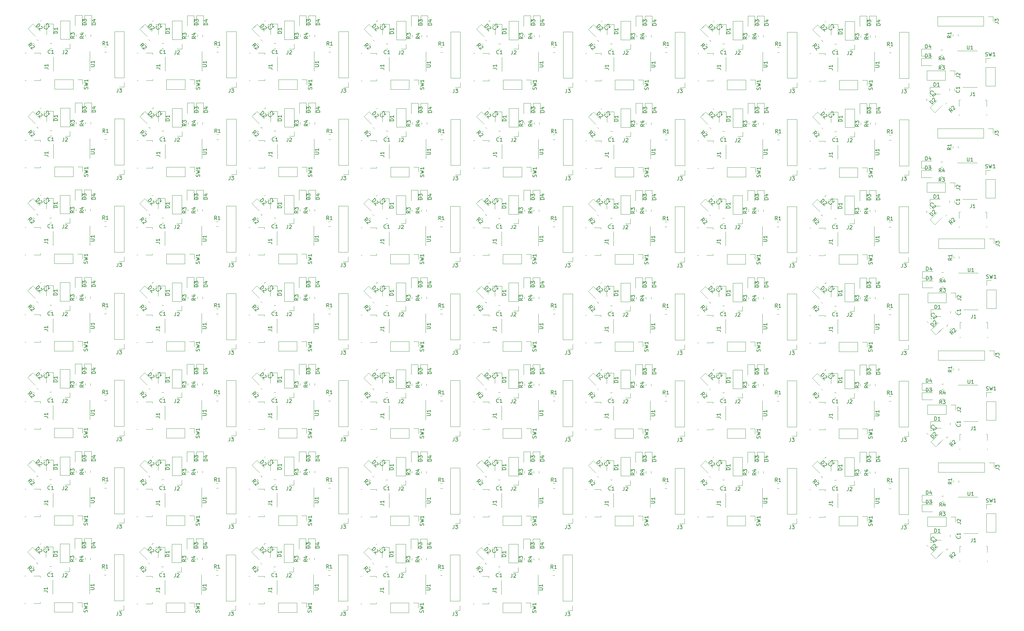
<source format=gbr>
%TF.GenerationSoftware,KiCad,Pcbnew,(5.1.6)-1*%
%TF.CreationDate,2020-07-01T09:45:41+05:30*%
%TF.ProjectId,single sided ch340c,73696e67-6c65-4207-9369-646564206368,rev?*%
%TF.SameCoordinates,Original*%
%TF.FileFunction,Legend,Top*%
%TF.FilePolarity,Positive*%
%FSLAX46Y46*%
G04 Gerber Fmt 4.6, Leading zero omitted, Abs format (unit mm)*
G04 Created by KiCad (PCBNEW (5.1.6)-1) date 2020-07-01 09:45:41*
%MOMM*%
%LPD*%
G01*
G04 APERTURE LIST*
%ADD10C,0.120000*%
%ADD11C,0.150000*%
G04 APERTURE END LIST*
D10*
%TO.C,SW1*%
X279441600Y-25708300D02*
X280771600Y-25708300D01*
X279441600Y-27038300D02*
X279441600Y-25708300D01*
X279441600Y-28308300D02*
X282101600Y-28308300D01*
X282101600Y-28308300D02*
X282101600Y-33448300D01*
X279441600Y-28308300D02*
X279441600Y-33448300D01*
X279441600Y-33448300D02*
X282101600Y-33448300D01*
%TO.C,D4*%
X261703100Y-56128800D02*
X264563100Y-56128800D01*
X261703100Y-54208800D02*
X261703100Y-56128800D01*
X264563100Y-54208800D02*
X261703100Y-54208800D01*
%TO.C,R4*%
X267579851Y-23470800D02*
X267057347Y-23470800D01*
X267579851Y-24890800D02*
X267057347Y-24890800D01*
%TO.C,C1*%
X269457100Y-34206548D02*
X269457100Y-34729052D01*
X270877100Y-34206548D02*
X270877100Y-34729052D01*
%TO.C,R3*%
X267579852Y-26074300D02*
X267057348Y-26074300D01*
X267579852Y-27494300D02*
X267057348Y-27494300D01*
%TO.C,J2*%
X270925600Y-29200800D02*
X270925600Y-30530800D01*
X269595600Y-29200800D02*
X270925600Y-29200800D01*
X268325600Y-29200800D02*
X268325600Y-31860800D01*
X268325600Y-31860800D02*
X263185600Y-31860800D01*
X268325600Y-29200800D02*
X263185600Y-29200800D01*
X263185600Y-29200800D02*
X263185600Y-31860800D01*
%TO.C,D2*%
X265440420Y-71794125D02*
X267462745Y-69771800D01*
X264082775Y-70436480D02*
X265440420Y-71794125D01*
X266105100Y-68414155D02*
X264082775Y-70436480D01*
%TO.C,C2*%
X262977037Y-68032829D02*
X263346503Y-68402295D01*
X263981129Y-67028737D02*
X264350595Y-67398203D01*
%TO.C,U1*%
X275121600Y-23692800D02*
X271671600Y-23692800D01*
X275121600Y-23692800D02*
X277071600Y-23692800D01*
X275121600Y-33812800D02*
X273171600Y-33812800D01*
X275121600Y-33812800D02*
X277071600Y-33812800D01*
%TO.C,D3*%
X261694100Y-58732300D02*
X264554100Y-58732300D01*
X261694100Y-56812300D02*
X261694100Y-58732300D01*
X264554100Y-56812300D02*
X261694100Y-56812300D01*
%TO.C,J3*%
X281530100Y-14214800D02*
X281530100Y-15544800D01*
X280200100Y-14214800D02*
X281530100Y-14214800D01*
X278930100Y-14214800D02*
X278930100Y-16874800D01*
X278930100Y-16874800D02*
X266170100Y-16874800D01*
X278930100Y-14214800D02*
X266170100Y-14214800D01*
X266170100Y-14214800D02*
X266170100Y-16874800D01*
X281530100Y-45202800D02*
X281530100Y-46532800D01*
X280200100Y-45202800D02*
X281530100Y-45202800D01*
X278930100Y-45202800D02*
X278930100Y-47862800D01*
X278930100Y-47862800D02*
X266170100Y-47862800D01*
X278930100Y-45202800D02*
X266170100Y-45202800D01*
X266170100Y-45202800D02*
X266170100Y-47862800D01*
%TO.C,J1*%
X272083100Y-41617800D02*
X272083100Y-41357800D01*
X272083100Y-39077800D02*
X272083100Y-37307800D01*
X272083100Y-37307800D02*
X272463100Y-37307800D01*
X279703100Y-37307800D02*
X279703100Y-39077800D01*
X279703100Y-41357800D02*
X279703100Y-41617800D01*
X279703100Y-37307800D02*
X279323100Y-37307800D01*
X272083100Y-72605800D02*
X272083100Y-72345800D01*
X272083100Y-70065800D02*
X272083100Y-68295800D01*
X272083100Y-68295800D02*
X272463100Y-68295800D01*
X279703100Y-68295800D02*
X279703100Y-70065800D01*
X279703100Y-72345800D02*
X279703100Y-72605800D01*
X279703100Y-68295800D02*
X279323100Y-68295800D01*
%TO.C,R2*%
X268744003Y-68986304D02*
X268374537Y-69355770D01*
X269748095Y-69990396D02*
X269378629Y-70359862D01*
%TO.C,R3*%
X267579852Y-57062300D02*
X267057348Y-57062300D01*
X267579852Y-58482300D02*
X267057348Y-58482300D01*
%TO.C,D4*%
X261703100Y-25140800D02*
X264563100Y-25140800D01*
X261703100Y-23220800D02*
X261703100Y-25140800D01*
X264563100Y-23220800D02*
X261703100Y-23220800D01*
%TO.C,D2*%
X265440420Y-40806125D02*
X267462745Y-38783800D01*
X264082775Y-39448480D02*
X265440420Y-40806125D01*
X266105100Y-37426155D02*
X264082775Y-39448480D01*
%TO.C,D3*%
X261694100Y-27744300D02*
X264554100Y-27744300D01*
X261694100Y-25824300D02*
X261694100Y-27744300D01*
X264554100Y-25824300D02*
X261694100Y-25824300D01*
%TO.C,R1*%
X271829600Y-19625052D02*
X271829600Y-19102548D01*
X270409600Y-19625052D02*
X270409600Y-19102548D01*
%TO.C,U1*%
X275121600Y-54680800D02*
X271671600Y-54680800D01*
X275121600Y-54680800D02*
X277071600Y-54680800D01*
X275121600Y-64800800D02*
X273171600Y-64800800D01*
X275121600Y-64800800D02*
X277071600Y-64800800D01*
%TO.C,C2*%
X262977037Y-37044829D02*
X263346503Y-37414295D01*
X263981129Y-36040737D02*
X264350595Y-36410203D01*
%TO.C,SW1*%
X279441600Y-56696300D02*
X280771600Y-56696300D01*
X279441600Y-58026300D02*
X279441600Y-56696300D01*
X279441600Y-59296300D02*
X282101600Y-59296300D01*
X282101600Y-59296300D02*
X282101600Y-64436300D01*
X279441600Y-59296300D02*
X279441600Y-64436300D01*
X279441600Y-64436300D02*
X282101600Y-64436300D01*
%TO.C,J2*%
X270925600Y-60188800D02*
X270925600Y-61518800D01*
X269595600Y-60188800D02*
X270925600Y-60188800D01*
X268325600Y-60188800D02*
X268325600Y-62848800D01*
X268325600Y-62848800D02*
X263185600Y-62848800D01*
X268325600Y-60188800D02*
X263185600Y-60188800D01*
X263185600Y-60188800D02*
X263185600Y-62848800D01*
%TO.C,D1*%
X266903601Y-64749800D02*
X264043601Y-64749800D01*
X264043601Y-64749800D02*
X264043601Y-66669800D01*
X264043601Y-66669800D02*
X266903601Y-66669800D01*
%TO.C,R1*%
X271829600Y-50613052D02*
X271829600Y-50090548D01*
X270409600Y-50613052D02*
X270409600Y-50090548D01*
%TO.C,D1*%
X266903601Y-33761800D02*
X264043601Y-33761800D01*
X264043601Y-33761800D02*
X264043601Y-35681800D01*
X264043601Y-35681800D02*
X266903601Y-35681800D01*
%TO.C,R2*%
X268744002Y-37998305D02*
X268374536Y-38367771D01*
X269748094Y-39002397D02*
X269378628Y-39371863D01*
%TO.C,C1*%
X269457100Y-65194548D02*
X269457100Y-65717052D01*
X270877100Y-65194548D02*
X270877100Y-65717052D01*
%TO.C,R4*%
X267579851Y-54458800D02*
X267057347Y-54458800D01*
X267579851Y-55878800D02*
X267057347Y-55878800D01*
%TO.C,SW1*%
X279644800Y-125904300D02*
X282304800Y-125904300D01*
X279644800Y-120764300D02*
X279644800Y-125904300D01*
X282304800Y-120764300D02*
X282304800Y-125904300D01*
X279644800Y-120764300D02*
X282304800Y-120764300D01*
X279644800Y-119494300D02*
X279644800Y-118164300D01*
X279644800Y-118164300D02*
X280974800Y-118164300D01*
%TO.C,D2*%
X138670275Y-162468820D02*
X140692600Y-164491145D01*
X140027920Y-161111175D02*
X138670275Y-162468820D01*
X142050245Y-163133500D02*
X140027920Y-161111175D01*
%TO.C,D4*%
X264766300Y-146664800D02*
X261906300Y-146664800D01*
X261906300Y-146664800D02*
X261906300Y-148584800D01*
X261906300Y-148584800D02*
X264766300Y-148584800D01*
%TO.C,R4*%
X267783051Y-117346800D02*
X267260547Y-117346800D01*
X267783051Y-115926800D02*
X267260547Y-115926800D01*
%TO.C,D3*%
X261948100Y-89263100D02*
X264808100Y-89263100D01*
X261948100Y-87343100D02*
X261948100Y-89263100D01*
X264808100Y-87343100D02*
X261948100Y-87343100D01*
%TO.C,D2*%
X265694420Y-102324925D02*
X267716745Y-100302600D01*
X264336775Y-100967280D02*
X265694420Y-102324925D01*
X266359100Y-98944955D02*
X264336775Y-100967280D01*
%TO.C,C2*%
X263231037Y-98563629D02*
X263600503Y-98933095D01*
X264235129Y-97559537D02*
X264604595Y-97929003D01*
%TO.C,C1*%
X271080300Y-126662548D02*
X271080300Y-127185052D01*
X269660300Y-126662548D02*
X269660300Y-127185052D01*
%TO.C,R3*%
X267783052Y-119950300D02*
X267260548Y-119950300D01*
X267783052Y-118530300D02*
X267260548Y-118530300D01*
%TO.C,R4*%
X156005600Y-164608251D02*
X156005600Y-164085747D01*
X154585600Y-164608251D02*
X154585600Y-164085747D01*
%TO.C,J2*%
X263388800Y-121656800D02*
X263388800Y-124316800D01*
X268528800Y-121656800D02*
X263388800Y-121656800D01*
X268528800Y-124316800D02*
X263388800Y-124316800D01*
X268528800Y-121656800D02*
X268528800Y-124316800D01*
X269798800Y-121656800D02*
X271128800Y-121656800D01*
X271128800Y-121656800D02*
X271128800Y-122986800D01*
%TO.C,D3*%
X151732100Y-158722501D02*
X151732100Y-161582501D01*
X153652100Y-158722501D02*
X151732100Y-158722501D01*
X153652100Y-161582501D02*
X153652100Y-158722501D01*
%TO.C,SW1*%
X153768100Y-176470000D02*
X153768100Y-177800000D01*
X152438100Y-176470000D02*
X153768100Y-176470000D01*
X151168100Y-176470000D02*
X151168100Y-179130000D01*
X151168100Y-179130000D02*
X146028100Y-179130000D01*
X151168100Y-176470000D02*
X146028100Y-176470000D01*
X146028100Y-176470000D02*
X146028100Y-179130000D01*
%TO.C,D2*%
X266308300Y-160870155D02*
X264285975Y-162892480D01*
X264285975Y-162892480D02*
X265643620Y-164250125D01*
X265643620Y-164250125D02*
X267665945Y-162227800D01*
%TO.C,D3*%
X264757300Y-149268300D02*
X261897300Y-149268300D01*
X261897300Y-149268300D02*
X261897300Y-151188300D01*
X261897300Y-151188300D02*
X264757300Y-151188300D01*
%TO.C,D4*%
X154335600Y-158731500D02*
X154335600Y-161591500D01*
X156255600Y-158731500D02*
X154335600Y-158731500D01*
X156255600Y-161591500D02*
X156255600Y-158731500D01*
%TO.C,J1*%
X137858600Y-169111500D02*
X138118600Y-169111500D01*
X140398600Y-169111500D02*
X142168600Y-169111500D01*
X142168600Y-169111500D02*
X142168600Y-169491500D01*
X142168600Y-176731500D02*
X140398600Y-176731500D01*
X138118600Y-176731500D02*
X137858600Y-176731500D01*
X142168600Y-176731500D02*
X142168600Y-176351500D01*
%TO.C,R3*%
X153402100Y-164608252D02*
X153402100Y-164085748D01*
X151982100Y-164608252D02*
X151982100Y-164085748D01*
%TO.C,C2*%
X264184329Y-159484737D02*
X264553795Y-159854203D01*
X263180237Y-160488829D02*
X263549703Y-160858295D01*
%TO.C,J2*%
X150275600Y-167954000D02*
X148945600Y-167954000D01*
X150275600Y-166624000D02*
X150275600Y-167954000D01*
X150275600Y-165354000D02*
X147615600Y-165354000D01*
X147615600Y-165354000D02*
X147615600Y-160214000D01*
X150275600Y-165354000D02*
X150275600Y-160214000D01*
X150275600Y-160214000D02*
X147615600Y-160214000D01*
%TO.C,R2*%
X141478095Y-165772403D02*
X141108629Y-165402937D01*
X140474003Y-166776495D02*
X140104537Y-166407029D01*
%TO.C,U1*%
X275324800Y-126268800D02*
X277274800Y-126268800D01*
X275324800Y-126268800D02*
X273374800Y-126268800D01*
X275324800Y-116148800D02*
X277274800Y-116148800D01*
X275324800Y-116148800D02*
X271874800Y-116148800D01*
%TO.C,R1*%
X272083600Y-81143852D02*
X272083600Y-80621348D01*
X270663600Y-81143852D02*
X270663600Y-80621348D01*
%TO.C,C1*%
X145269852Y-166485500D02*
X144747348Y-166485500D01*
X145269852Y-167905500D02*
X144747348Y-167905500D01*
%TO.C,U1*%
X155783600Y-172150000D02*
X155783600Y-168700000D01*
X155783600Y-172150000D02*
X155783600Y-174100000D01*
X145663600Y-172150000D02*
X145663600Y-170200000D01*
X145663600Y-172150000D02*
X145663600Y-174100000D01*
%TO.C,J3*%
X266373300Y-106670800D02*
X266373300Y-109330800D01*
X279133300Y-106670800D02*
X266373300Y-106670800D01*
X279133300Y-109330800D02*
X266373300Y-109330800D01*
X279133300Y-106670800D02*
X279133300Y-109330800D01*
X280403300Y-106670800D02*
X281733300Y-106670800D01*
X281733300Y-106670800D02*
X281733300Y-108000800D01*
X165261600Y-178558500D02*
X163931600Y-178558500D01*
X165261600Y-177228500D02*
X165261600Y-178558500D01*
X165261600Y-175958500D02*
X162601600Y-175958500D01*
X162601600Y-175958500D02*
X162601600Y-163198500D01*
X165261600Y-175958500D02*
X165261600Y-163198500D01*
X165261600Y-163198500D02*
X162601600Y-163198500D01*
%TO.C,D4*%
X261957100Y-86659600D02*
X264817100Y-86659600D01*
X261957100Y-84739600D02*
X261957100Y-86659600D01*
X264817100Y-84739600D02*
X261957100Y-84739600D01*
%TO.C,R1*%
X159851348Y-168858000D02*
X160373852Y-168858000D01*
X159851348Y-167438000D02*
X160373852Y-167438000D01*
%TO.C,D1*%
X145714600Y-163932001D02*
X145714600Y-161072001D01*
X145714600Y-161072001D02*
X143794600Y-161072001D01*
X143794600Y-161072001D02*
X143794600Y-163932001D01*
%TO.C,J3*%
X266373300Y-137658800D02*
X266373300Y-140318800D01*
X279133300Y-137658800D02*
X266373300Y-137658800D01*
X279133300Y-140318800D02*
X266373300Y-140318800D01*
X279133300Y-137658800D02*
X279133300Y-140318800D01*
X280403300Y-137658800D02*
X281733300Y-137658800D01*
X281733300Y-137658800D02*
X281733300Y-138988800D01*
%TO.C,R4*%
X267833851Y-84989600D02*
X267311347Y-84989600D01*
X267833851Y-86409600D02*
X267311347Y-86409600D01*
%TO.C,J1*%
X272337100Y-103136600D02*
X272337100Y-102876600D01*
X272337100Y-100596600D02*
X272337100Y-98826600D01*
X272337100Y-98826600D02*
X272717100Y-98826600D01*
X279957100Y-98826600D02*
X279957100Y-100596600D01*
X279957100Y-102876600D02*
X279957100Y-103136600D01*
X279957100Y-98826600D02*
X279577100Y-98826600D01*
X279906300Y-129763800D02*
X279526300Y-129763800D01*
X279906300Y-133813800D02*
X279906300Y-134073800D01*
X279906300Y-129763800D02*
X279906300Y-131533800D01*
X272286300Y-129763800D02*
X272666300Y-129763800D01*
X272286300Y-131533800D02*
X272286300Y-129763800D01*
X272286300Y-134073800D02*
X272286300Y-133813800D01*
X279906300Y-160751800D02*
X279526300Y-160751800D01*
X279906300Y-164801800D02*
X279906300Y-165061800D01*
X279906300Y-160751800D02*
X279906300Y-162521800D01*
X272286300Y-160751800D02*
X272666300Y-160751800D01*
X272286300Y-162521800D02*
X272286300Y-160751800D01*
X272286300Y-165061800D02*
X272286300Y-164801800D01*
%TO.C,D1*%
X264246801Y-159125800D02*
X267106801Y-159125800D01*
X264246801Y-157205800D02*
X264246801Y-159125800D01*
X267106801Y-157205800D02*
X264246801Y-157205800D01*
%TO.C,R2*%
X269951295Y-162446396D02*
X269581829Y-162815862D01*
X268947203Y-161442304D02*
X268577737Y-161811770D01*
%TO.C,U1*%
X275375600Y-85211600D02*
X271925600Y-85211600D01*
X275375600Y-85211600D02*
X277325600Y-85211600D01*
X275375600Y-95331600D02*
X273425600Y-95331600D01*
X275375600Y-95331600D02*
X277325600Y-95331600D01*
%TO.C,J3*%
X281784100Y-75733600D02*
X281784100Y-77063600D01*
X280454100Y-75733600D02*
X281784100Y-75733600D01*
X279184100Y-75733600D02*
X279184100Y-78393600D01*
X279184100Y-78393600D02*
X266424100Y-78393600D01*
X279184100Y-75733600D02*
X266424100Y-75733600D01*
X266424100Y-75733600D02*
X266424100Y-78393600D01*
%TO.C,J2*%
X271179600Y-90719600D02*
X271179600Y-92049600D01*
X269849600Y-90719600D02*
X271179600Y-90719600D01*
X268579600Y-90719600D02*
X268579600Y-93379600D01*
X268579600Y-93379600D02*
X263439600Y-93379600D01*
X268579600Y-90719600D02*
X263439600Y-90719600D01*
X263439600Y-90719600D02*
X263439600Y-93379600D01*
%TO.C,R2*%
X268998003Y-99517106D02*
X268628537Y-99886572D01*
X270002095Y-100521198D02*
X269632629Y-100890664D01*
%TO.C,D3*%
X29700100Y-161480901D02*
X29700100Y-158620901D01*
X29700100Y-158620901D02*
X27780100Y-158620901D01*
X27780100Y-158620901D02*
X27780100Y-161480901D01*
%TO.C,R3*%
X267783052Y-150938300D02*
X267260548Y-150938300D01*
X267783052Y-149518300D02*
X267260548Y-149518300D01*
%TO.C,C2*%
X142431571Y-160005437D02*
X142062105Y-160374903D01*
X143435663Y-161009529D02*
X143066197Y-161378995D01*
%TO.C,D1*%
X267157601Y-95280600D02*
X264297601Y-95280600D01*
X264297601Y-95280600D02*
X264297601Y-97200600D01*
X264297601Y-97200600D02*
X267157601Y-97200600D01*
%TO.C,J2*%
X263388800Y-152644800D02*
X263388800Y-155304800D01*
X268528800Y-152644800D02*
X263388800Y-152644800D01*
X268528800Y-155304800D02*
X263388800Y-155304800D01*
X268528800Y-152644800D02*
X268528800Y-155304800D01*
X269798800Y-152644800D02*
X271128800Y-152644800D01*
X271128800Y-152644800D02*
X271128800Y-153974800D01*
%TO.C,D3*%
X264757300Y-118280300D02*
X261897300Y-118280300D01*
X261897300Y-118280300D02*
X261897300Y-120200300D01*
X261897300Y-120200300D02*
X264757300Y-120200300D01*
%TO.C,R1*%
X270612800Y-112081052D02*
X270612800Y-111558548D01*
X272032800Y-112081052D02*
X272032800Y-111558548D01*
%TO.C,D4*%
X264766300Y-115676800D02*
X261906300Y-115676800D01*
X261906300Y-115676800D02*
X261906300Y-117596800D01*
X261906300Y-117596800D02*
X264766300Y-117596800D01*
%TO.C,C1*%
X269711100Y-95725348D02*
X269711100Y-96247852D01*
X271131100Y-95725348D02*
X271131100Y-96247852D01*
%TO.C,D2*%
X266308300Y-129882155D02*
X264285975Y-131904480D01*
X264285975Y-131904480D02*
X265643620Y-133262125D01*
X265643620Y-133262125D02*
X267665945Y-131239800D01*
%TO.C,C2*%
X19483663Y-160907929D02*
X19114197Y-161277395D01*
X18479571Y-159903837D02*
X18110105Y-160273303D01*
%TO.C,R3*%
X28030100Y-164506652D02*
X28030100Y-163984148D01*
X29450100Y-164506652D02*
X29450100Y-163984148D01*
%TO.C,SW1*%
X279644800Y-156892300D02*
X282304800Y-156892300D01*
X279644800Y-151752300D02*
X279644800Y-156892300D01*
X282304800Y-151752300D02*
X282304800Y-156892300D01*
X279644800Y-151752300D02*
X282304800Y-151752300D01*
X279644800Y-150482300D02*
X279644800Y-149152300D01*
X279644800Y-149152300D02*
X280974800Y-149152300D01*
%TO.C,R1*%
X35899348Y-167336400D02*
X36421852Y-167336400D01*
X35899348Y-168756400D02*
X36421852Y-168756400D01*
%TO.C,D4*%
X32303600Y-161489900D02*
X32303600Y-158629900D01*
X32303600Y-158629900D02*
X30383600Y-158629900D01*
X30383600Y-158629900D02*
X30383600Y-161489900D01*
%TO.C,D2*%
X18098245Y-163031900D02*
X16075920Y-161009575D01*
X16075920Y-161009575D02*
X14718275Y-162367220D01*
X14718275Y-162367220D02*
X16740600Y-164389545D01*
%TO.C,J1*%
X18216600Y-176629900D02*
X18216600Y-176249900D01*
X14166600Y-176629900D02*
X13906600Y-176629900D01*
X18216600Y-176629900D02*
X16446600Y-176629900D01*
X18216600Y-169009900D02*
X18216600Y-169389900D01*
X16446600Y-169009900D02*
X18216600Y-169009900D01*
X13906600Y-169009900D02*
X14166600Y-169009900D01*
%TO.C,R2*%
X16522003Y-166674895D02*
X16152537Y-166305429D01*
X17526095Y-165670803D02*
X17156629Y-165301337D01*
%TO.C,D1*%
X19842600Y-160970401D02*
X19842600Y-163830401D01*
X21762600Y-160970401D02*
X19842600Y-160970401D01*
X21762600Y-163830401D02*
X21762600Y-160970401D01*
%TO.C,C1*%
X21317852Y-167803900D02*
X20795348Y-167803900D01*
X21317852Y-166383900D02*
X20795348Y-166383900D01*
%TO.C,SW1*%
X279695600Y-87227100D02*
X281025600Y-87227100D01*
X279695600Y-88557100D02*
X279695600Y-87227100D01*
X279695600Y-89827100D02*
X282355600Y-89827100D01*
X282355600Y-89827100D02*
X282355600Y-94967100D01*
X279695600Y-89827100D02*
X279695600Y-94967100D01*
X279695600Y-94967100D02*
X282355600Y-94967100D01*
%TO.C,U1*%
X275324800Y-157256800D02*
X277274800Y-157256800D01*
X275324800Y-157256800D02*
X273374800Y-157256800D01*
X275324800Y-147136800D02*
X277274800Y-147136800D01*
X275324800Y-147136800D02*
X271874800Y-147136800D01*
%TO.C,C2*%
X264184329Y-128496737D02*
X264553795Y-128866203D01*
X263180237Y-129500829D02*
X263549703Y-129870295D01*
%TO.C,R1*%
X66836548Y-168807200D02*
X67359052Y-168807200D01*
X66836548Y-167387200D02*
X67359052Y-167387200D01*
%TO.C,R4*%
X30633600Y-164506651D02*
X30633600Y-163984147D01*
X32053600Y-164506651D02*
X32053600Y-163984147D01*
%TO.C,R1*%
X270612800Y-143069052D02*
X270612800Y-142546548D01*
X272032800Y-143069052D02*
X272032800Y-142546548D01*
%TO.C,C2*%
X49416771Y-159954637D02*
X49047305Y-160324103D01*
X50420863Y-160958729D02*
X50051397Y-161328195D01*
%TO.C,R4*%
X93978800Y-164557451D02*
X93978800Y-164034947D01*
X92558800Y-164557451D02*
X92558800Y-164034947D01*
%TO.C,R3*%
X267833852Y-87593100D02*
X267311348Y-87593100D01*
X267833852Y-89013100D02*
X267311348Y-89013100D01*
%TO.C,D3*%
X122562500Y-161582501D02*
X122562500Y-158722501D01*
X122562500Y-158722501D02*
X120642500Y-158722501D01*
X120642500Y-158722501D02*
X120642500Y-161582501D01*
%TO.C,D1*%
X264246801Y-128137800D02*
X267106801Y-128137800D01*
X264246801Y-126217800D02*
X264246801Y-128137800D01*
X267106801Y-126217800D02*
X264246801Y-126217800D01*
%TO.C,J2*%
X88248800Y-167903200D02*
X86918800Y-167903200D01*
X88248800Y-166573200D02*
X88248800Y-167903200D01*
X88248800Y-165303200D02*
X85588800Y-165303200D01*
X85588800Y-165303200D02*
X85588800Y-160163200D01*
X88248800Y-165303200D02*
X88248800Y-160163200D01*
X88248800Y-160163200D02*
X85588800Y-160163200D01*
%TO.C,U1*%
X21711600Y-172048400D02*
X21711600Y-173998400D01*
X21711600Y-172048400D02*
X21711600Y-170098400D01*
X31831600Y-172048400D02*
X31831600Y-173998400D01*
X31831600Y-172048400D02*
X31831600Y-168598400D01*
%TO.C,J3*%
X41309600Y-163096900D02*
X38649600Y-163096900D01*
X41309600Y-175856900D02*
X41309600Y-163096900D01*
X38649600Y-175856900D02*
X38649600Y-163096900D01*
X41309600Y-175856900D02*
X38649600Y-175856900D01*
X41309600Y-177126900D02*
X41309600Y-178456900D01*
X41309600Y-178456900D02*
X39979600Y-178456900D01*
%TO.C,C1*%
X83243052Y-166434700D02*
X82720548Y-166434700D01*
X83243052Y-167854700D02*
X82720548Y-167854700D01*
%TO.C,J2*%
X26323600Y-160112400D02*
X23663600Y-160112400D01*
X26323600Y-165252400D02*
X26323600Y-160112400D01*
X23663600Y-165252400D02*
X23663600Y-160112400D01*
X26323600Y-165252400D02*
X23663600Y-165252400D01*
X26323600Y-166522400D02*
X26323600Y-167852400D01*
X26323600Y-167852400D02*
X24993600Y-167852400D01*
%TO.C,D2*%
X45655475Y-162418020D02*
X47677800Y-164440345D01*
X47013120Y-161060375D02*
X45655475Y-162418020D01*
X49035445Y-163082700D02*
X47013120Y-161060375D01*
%TO.C,D4*%
X61320800Y-158680700D02*
X61320800Y-161540700D01*
X63240800Y-158680700D02*
X61320800Y-158680700D01*
X63240800Y-161540700D02*
X63240800Y-158680700D01*
%TO.C,U1*%
X93756800Y-172099200D02*
X93756800Y-168649200D01*
X93756800Y-172099200D02*
X93756800Y-174049200D01*
X83636800Y-172099200D02*
X83636800Y-170149200D01*
X83636800Y-172099200D02*
X83636800Y-174049200D01*
%TO.C,R1*%
X128761748Y-167438000D02*
X129284252Y-167438000D01*
X128761748Y-168858000D02*
X129284252Y-168858000D01*
%TO.C,D4*%
X125166000Y-161591500D02*
X125166000Y-158731500D01*
X125166000Y-158731500D02*
X123246000Y-158731500D01*
X123246000Y-158731500D02*
X123246000Y-161591500D01*
%TO.C,D3*%
X58717300Y-158671701D02*
X58717300Y-161531701D01*
X60637300Y-158671701D02*
X58717300Y-158671701D01*
X60637300Y-161531701D02*
X60637300Y-158671701D01*
%TO.C,R3*%
X91375300Y-164557452D02*
X91375300Y-164034948D01*
X89955300Y-164557452D02*
X89955300Y-164034948D01*
%TO.C,D2*%
X110960645Y-163133500D02*
X108938320Y-161111175D01*
X108938320Y-161111175D02*
X107580675Y-162468820D01*
X107580675Y-162468820D02*
X109603000Y-164491145D01*
%TO.C,J3*%
X103234800Y-178507700D02*
X101904800Y-178507700D01*
X103234800Y-177177700D02*
X103234800Y-178507700D01*
X103234800Y-175907700D02*
X100574800Y-175907700D01*
X100574800Y-175907700D02*
X100574800Y-163147700D01*
X103234800Y-175907700D02*
X103234800Y-163147700D01*
X103234800Y-163147700D02*
X100574800Y-163147700D01*
%TO.C,C2*%
X112346063Y-161009529D02*
X111976597Y-161378995D01*
X111341971Y-160005437D02*
X110972505Y-160374903D01*
%TO.C,R4*%
X267783051Y-148334800D02*
X267260547Y-148334800D01*
X267783051Y-146914800D02*
X267260547Y-146914800D01*
%TO.C,R2*%
X269951294Y-131458397D02*
X269581828Y-131827863D01*
X268947202Y-130454305D02*
X268577736Y-130823771D01*
%TO.C,C1*%
X271080300Y-157650548D02*
X271080300Y-158173052D01*
X269660300Y-157650548D02*
X269660300Y-158173052D01*
%TO.C,SW1*%
X22076100Y-176368400D02*
X22076100Y-179028400D01*
X27216100Y-176368400D02*
X22076100Y-176368400D01*
X27216100Y-179028400D02*
X22076100Y-179028400D01*
X27216100Y-176368400D02*
X27216100Y-179028400D01*
X28486100Y-176368400D02*
X29816100Y-176368400D01*
X29816100Y-176368400D02*
X29816100Y-177698400D01*
X91741300Y-176419200D02*
X91741300Y-177749200D01*
X90411300Y-176419200D02*
X91741300Y-176419200D01*
X89141300Y-176419200D02*
X89141300Y-179079200D01*
X89141300Y-179079200D02*
X84001300Y-179079200D01*
X89141300Y-176419200D02*
X84001300Y-176419200D01*
X84001300Y-176419200D02*
X84001300Y-179079200D01*
%TO.C,J2*%
X57260800Y-167903200D02*
X55930800Y-167903200D01*
X57260800Y-166573200D02*
X57260800Y-167903200D01*
X57260800Y-165303200D02*
X54600800Y-165303200D01*
X54600800Y-165303200D02*
X54600800Y-160163200D01*
X57260800Y-165303200D02*
X57260800Y-160163200D01*
X57260800Y-160163200D02*
X54600800Y-160163200D01*
%TO.C,R4*%
X62990800Y-164557451D02*
X62990800Y-164034947D01*
X61570800Y-164557451D02*
X61570800Y-164034947D01*
%TO.C,C2*%
X80404771Y-159954637D02*
X80035305Y-160324103D01*
X81408863Y-160958729D02*
X81039397Y-161328195D01*
%TO.C,J2*%
X119186000Y-160214000D02*
X116526000Y-160214000D01*
X119186000Y-165354000D02*
X119186000Y-160214000D01*
X116526000Y-165354000D02*
X116526000Y-160214000D01*
X119186000Y-165354000D02*
X116526000Y-165354000D01*
X119186000Y-166624000D02*
X119186000Y-167954000D01*
X119186000Y-167954000D02*
X117856000Y-167954000D01*
%TO.C,SW1*%
X60753300Y-176419200D02*
X60753300Y-177749200D01*
X59423300Y-176419200D02*
X60753300Y-176419200D01*
X58153300Y-176419200D02*
X58153300Y-179079200D01*
X58153300Y-179079200D02*
X53013300Y-179079200D01*
X58153300Y-176419200D02*
X53013300Y-176419200D01*
X53013300Y-176419200D02*
X53013300Y-179079200D01*
%TO.C,C1*%
X52255052Y-166434700D02*
X51732548Y-166434700D01*
X52255052Y-167854700D02*
X51732548Y-167854700D01*
%TO.C,R2*%
X48463295Y-165721603D02*
X48093829Y-165352137D01*
X47459203Y-166725695D02*
X47089737Y-166356229D01*
%TO.C,R4*%
X123496000Y-164608251D02*
X123496000Y-164085747D01*
X124916000Y-164608251D02*
X124916000Y-164085747D01*
%TO.C,SW1*%
X114938500Y-176470000D02*
X114938500Y-179130000D01*
X120078500Y-176470000D02*
X114938500Y-176470000D01*
X120078500Y-179130000D02*
X114938500Y-179130000D01*
X120078500Y-176470000D02*
X120078500Y-179130000D01*
X121348500Y-176470000D02*
X122678500Y-176470000D01*
X122678500Y-176470000D02*
X122678500Y-177800000D01*
%TO.C,D1*%
X112705000Y-161072001D02*
X112705000Y-163932001D01*
X114625000Y-161072001D02*
X112705000Y-161072001D01*
X114625000Y-163932001D02*
X114625000Y-161072001D01*
%TO.C,C1*%
X114180252Y-167905500D02*
X113657748Y-167905500D01*
X114180252Y-166485500D02*
X113657748Y-166485500D01*
%TO.C,R3*%
X120892500Y-164608252D02*
X120892500Y-164085748D01*
X122312500Y-164608252D02*
X122312500Y-164085748D01*
%TO.C,R1*%
X97824548Y-168807200D02*
X98347052Y-168807200D01*
X97824548Y-167387200D02*
X98347052Y-167387200D01*
%TO.C,J1*%
X75831800Y-169060700D02*
X76091800Y-169060700D01*
X78371800Y-169060700D02*
X80141800Y-169060700D01*
X80141800Y-169060700D02*
X80141800Y-169440700D01*
X80141800Y-176680700D02*
X78371800Y-176680700D01*
X76091800Y-176680700D02*
X75831800Y-176680700D01*
X80141800Y-176680700D02*
X80141800Y-176300700D01*
%TO.C,D4*%
X92308800Y-158680700D02*
X92308800Y-161540700D01*
X94228800Y-158680700D02*
X92308800Y-158680700D01*
X94228800Y-161540700D02*
X94228800Y-158680700D01*
%TO.C,D2*%
X76643475Y-162418020D02*
X78665800Y-164440345D01*
X78001120Y-161060375D02*
X76643475Y-162418020D01*
X80023445Y-163082700D02*
X78001120Y-161060375D01*
%TO.C,D1*%
X52699800Y-163881201D02*
X52699800Y-161021201D01*
X52699800Y-161021201D02*
X50779800Y-161021201D01*
X50779800Y-161021201D02*
X50779800Y-163881201D01*
%TO.C,J3*%
X72246800Y-178507700D02*
X70916800Y-178507700D01*
X72246800Y-177177700D02*
X72246800Y-178507700D01*
X72246800Y-175907700D02*
X69586800Y-175907700D01*
X69586800Y-175907700D02*
X69586800Y-163147700D01*
X72246800Y-175907700D02*
X72246800Y-163147700D01*
X72246800Y-163147700D02*
X69586800Y-163147700D01*
X134172000Y-163198500D02*
X131512000Y-163198500D01*
X134172000Y-175958500D02*
X134172000Y-163198500D01*
X131512000Y-175958500D02*
X131512000Y-163198500D01*
X134172000Y-175958500D02*
X131512000Y-175958500D01*
X134172000Y-177228500D02*
X134172000Y-178558500D01*
X134172000Y-178558500D02*
X132842000Y-178558500D01*
%TO.C,R2*%
X109384403Y-166776495D02*
X109014937Y-166407029D01*
X110388495Y-165772403D02*
X110019029Y-165402937D01*
%TO.C,J1*%
X111079000Y-176731500D02*
X111079000Y-176351500D01*
X107029000Y-176731500D02*
X106769000Y-176731500D01*
X111079000Y-176731500D02*
X109309000Y-176731500D01*
X111079000Y-169111500D02*
X111079000Y-169491500D01*
X109309000Y-169111500D02*
X111079000Y-169111500D01*
X106769000Y-169111500D02*
X107029000Y-169111500D01*
%TO.C,R3*%
X60387300Y-164557452D02*
X60387300Y-164034948D01*
X58967300Y-164557452D02*
X58967300Y-164034948D01*
%TO.C,R2*%
X79451295Y-165721603D02*
X79081829Y-165352137D01*
X78447203Y-166725695D02*
X78077737Y-166356229D01*
%TO.C,D3*%
X89705300Y-158671701D02*
X89705300Y-161531701D01*
X91625300Y-158671701D02*
X89705300Y-158671701D01*
X91625300Y-161531701D02*
X91625300Y-158671701D01*
%TO.C,D1*%
X83687800Y-163881201D02*
X83687800Y-161021201D01*
X83687800Y-161021201D02*
X81767800Y-161021201D01*
X81767800Y-161021201D02*
X81767800Y-163881201D01*
%TO.C,J1*%
X44843800Y-169060700D02*
X45103800Y-169060700D01*
X47383800Y-169060700D02*
X49153800Y-169060700D01*
X49153800Y-169060700D02*
X49153800Y-169440700D01*
X49153800Y-176680700D02*
X47383800Y-176680700D01*
X45103800Y-176680700D02*
X44843800Y-176680700D01*
X49153800Y-176680700D02*
X49153800Y-176300700D01*
%TO.C,U1*%
X114574000Y-172150000D02*
X114574000Y-174100000D01*
X114574000Y-172150000D02*
X114574000Y-170200000D01*
X124694000Y-172150000D02*
X124694000Y-174100000D01*
X124694000Y-172150000D02*
X124694000Y-168700000D01*
X62768800Y-172099200D02*
X62768800Y-168649200D01*
X62768800Y-172099200D02*
X62768800Y-174049200D01*
X52648800Y-172099200D02*
X52648800Y-170149200D01*
X52648800Y-172099200D02*
X52648800Y-174049200D01*
%TO.C,D3*%
X246565300Y-113424101D02*
X246565300Y-110564101D01*
X246565300Y-110564101D02*
X244645300Y-110564101D01*
X244645300Y-110564101D02*
X244645300Y-113424101D01*
%TO.C,C2*%
X236348863Y-112851129D02*
X235979397Y-113220595D01*
X235344771Y-111847037D02*
X234975305Y-112216503D01*
%TO.C,J3*%
X103285600Y-154428500D02*
X101955600Y-154428500D01*
X103285600Y-153098500D02*
X103285600Y-154428500D01*
X103285600Y-151828500D02*
X100625600Y-151828500D01*
X100625600Y-151828500D02*
X100625600Y-139068500D01*
X103285600Y-151828500D02*
X103285600Y-139068500D01*
X103285600Y-139068500D02*
X100625600Y-139068500D01*
%TO.C,D3*%
X182720100Y-110513301D02*
X182720100Y-113373301D01*
X184640100Y-110513301D02*
X182720100Y-110513301D01*
X184640100Y-113373301D02*
X184640100Y-110513301D01*
%TO.C,SW1*%
X215744100Y-128260800D02*
X215744100Y-129590800D01*
X214414100Y-128260800D02*
X215744100Y-128260800D01*
X213144100Y-128260800D02*
X213144100Y-130920800D01*
X213144100Y-130920800D02*
X208004100Y-130920800D01*
X213144100Y-128260800D02*
X208004100Y-128260800D01*
X208004100Y-128260800D02*
X208004100Y-130920800D01*
%TO.C,C1*%
X207245852Y-118276300D02*
X206723348Y-118276300D01*
X207245852Y-119696300D02*
X206723348Y-119696300D01*
%TO.C,R1*%
X128812548Y-143358800D02*
X129335052Y-143358800D01*
X128812548Y-144778800D02*
X129335052Y-144778800D01*
%TO.C,D2*%
X169658275Y-114259620D02*
X171680600Y-116281945D01*
X171015920Y-112901975D02*
X169658275Y-114259620D01*
X173038245Y-114924300D02*
X171015920Y-112901975D01*
%TO.C,R3*%
X215378100Y-116399052D02*
X215378100Y-115876548D01*
X213958100Y-116399052D02*
X213958100Y-115876548D01*
%TO.C,D4*%
X125216800Y-137512300D02*
X125216800Y-134652300D01*
X125216800Y-134652300D02*
X123296800Y-134652300D01*
X123296800Y-134652300D02*
X123296800Y-137512300D01*
%TO.C,R1*%
X190839348Y-143409600D02*
X191361852Y-143409600D01*
X190839348Y-144829600D02*
X191361852Y-144829600D01*
%TO.C,D2*%
X234963445Y-114975100D02*
X232941120Y-112952775D01*
X232941120Y-112952775D02*
X231583475Y-114310420D01*
X231583475Y-114310420D02*
X233605800Y-116332745D01*
%TO.C,D4*%
X185323600Y-110522300D02*
X185323600Y-113382300D01*
X187243600Y-110522300D02*
X185323600Y-110522300D01*
X187243600Y-113382300D02*
X187243600Y-110522300D01*
%TO.C,R4*%
X217981600Y-116399051D02*
X217981600Y-115876547D01*
X216561600Y-116399051D02*
X216561600Y-115876547D01*
%TO.C,C2*%
X173419571Y-111796237D02*
X173050105Y-112165703D01*
X174423663Y-112800329D02*
X174054197Y-113169795D01*
%TO.C,J2*%
X212251600Y-119744800D02*
X210921600Y-119744800D01*
X212251600Y-118414800D02*
X212251600Y-119744800D01*
X212251600Y-117144800D02*
X209591600Y-117144800D01*
X209591600Y-117144800D02*
X209591600Y-112004800D01*
X212251600Y-117144800D02*
X212251600Y-112004800D01*
X212251600Y-112004800D02*
X209591600Y-112004800D01*
X26374400Y-136033200D02*
X23714400Y-136033200D01*
X26374400Y-141173200D02*
X26374400Y-136033200D01*
X23714400Y-141173200D02*
X23714400Y-136033200D01*
X26374400Y-141173200D02*
X23714400Y-141173200D01*
X26374400Y-142443200D02*
X26374400Y-143773200D01*
X26374400Y-143773200D02*
X25044400Y-143773200D01*
%TO.C,U1*%
X93807600Y-148020000D02*
X93807600Y-144570000D01*
X93807600Y-148020000D02*
X93807600Y-149970000D01*
X83687600Y-148020000D02*
X83687600Y-146070000D01*
X83687600Y-148020000D02*
X83687600Y-149970000D01*
%TO.C,D3*%
X153702900Y-113322501D02*
X153702900Y-110462501D01*
X153702900Y-110462501D02*
X151782900Y-110462501D01*
X151782900Y-110462501D02*
X151782900Y-113322501D01*
%TO.C,D4*%
X156306400Y-113331500D02*
X156306400Y-110471500D01*
X156306400Y-110471500D02*
X154386400Y-110471500D01*
X154386400Y-110471500D02*
X154386400Y-113331500D01*
%TO.C,SW1*%
X146078900Y-128210000D02*
X146078900Y-130870000D01*
X151218900Y-128210000D02*
X146078900Y-128210000D01*
X151218900Y-130870000D02*
X146078900Y-130870000D01*
X151218900Y-128210000D02*
X151218900Y-130870000D01*
X152488900Y-128210000D02*
X153818900Y-128210000D01*
X153818900Y-128210000D02*
X153818900Y-129540000D01*
%TO.C,R4*%
X154636400Y-116348251D02*
X154636400Y-115825747D01*
X156056400Y-116348251D02*
X156056400Y-115825747D01*
%TO.C,D2*%
X142101045Y-114873500D02*
X140078720Y-112851175D01*
X140078720Y-112851175D02*
X138721075Y-114208820D01*
X138721075Y-114208820D02*
X140743400Y-116231145D01*
%TO.C,R3*%
X152032900Y-116348252D02*
X152032900Y-115825748D01*
X153452900Y-116348252D02*
X153452900Y-115825748D01*
%TO.C,J1*%
X142219400Y-128471500D02*
X142219400Y-128091500D01*
X138169400Y-128471500D02*
X137909400Y-128471500D01*
X142219400Y-128471500D02*
X140449400Y-128471500D01*
X142219400Y-120851500D02*
X142219400Y-121231500D01*
X140449400Y-120851500D02*
X142219400Y-120851500D01*
X137909400Y-120851500D02*
X138169400Y-120851500D01*
%TO.C,C1*%
X145320652Y-119645500D02*
X144798148Y-119645500D01*
X145320652Y-118225500D02*
X144798148Y-118225500D01*
%TO.C,J2*%
X150326400Y-111954000D02*
X147666400Y-111954000D01*
X150326400Y-117094000D02*
X150326400Y-111954000D01*
X147666400Y-117094000D02*
X147666400Y-111954000D01*
X150326400Y-117094000D02*
X147666400Y-117094000D01*
X150326400Y-118364000D02*
X150326400Y-119694000D01*
X150326400Y-119694000D02*
X148996400Y-119694000D01*
%TO.C,R2*%
X140524803Y-118516495D02*
X140155337Y-118147029D01*
X141528895Y-117512403D02*
X141159429Y-117142937D01*
%TO.C,U1*%
X145714400Y-123890000D02*
X145714400Y-125840000D01*
X145714400Y-123890000D02*
X145714400Y-121940000D01*
X155834400Y-123890000D02*
X155834400Y-125840000D01*
X155834400Y-123890000D02*
X155834400Y-120440000D01*
%TO.C,J3*%
X227237600Y-130349300D02*
X225907600Y-130349300D01*
X227237600Y-129019300D02*
X227237600Y-130349300D01*
X227237600Y-127749300D02*
X224577600Y-127749300D01*
X224577600Y-127749300D02*
X224577600Y-114989300D01*
X227237600Y-127749300D02*
X227237600Y-114989300D01*
X227237600Y-114989300D02*
X224577600Y-114989300D01*
X165312400Y-114938500D02*
X162652400Y-114938500D01*
X165312400Y-127698500D02*
X165312400Y-114938500D01*
X162652400Y-127698500D02*
X162652400Y-114938500D01*
X165312400Y-127698500D02*
X162652400Y-127698500D01*
X165312400Y-128968500D02*
X165312400Y-130298500D01*
X165312400Y-130298500D02*
X163982400Y-130298500D01*
%TO.C,U1*%
X217759600Y-123940800D02*
X217759600Y-120490800D01*
X217759600Y-123940800D02*
X217759600Y-125890800D01*
X207639600Y-123940800D02*
X207639600Y-121990800D01*
X207639600Y-123940800D02*
X207639600Y-125890800D01*
%TO.C,R1*%
X252764548Y-119279600D02*
X253287052Y-119279600D01*
X252764548Y-120699600D02*
X253287052Y-120699600D01*
%TO.C,D4*%
X249168800Y-113433100D02*
X249168800Y-110573100D01*
X249168800Y-110573100D02*
X247248800Y-110573100D01*
X247248800Y-110573100D02*
X247248800Y-113433100D01*
%TO.C,R1*%
X159902148Y-119178000D02*
X160424652Y-119178000D01*
X159902148Y-120598000D02*
X160424652Y-120598000D01*
%TO.C,D1*%
X143845400Y-112812001D02*
X143845400Y-115672001D01*
X145765400Y-112812001D02*
X143845400Y-112812001D01*
X145765400Y-115672001D02*
X145765400Y-112812001D01*
%TO.C,SW1*%
X114989300Y-152390800D02*
X114989300Y-155050800D01*
X120129300Y-152390800D02*
X114989300Y-152390800D01*
X120129300Y-155050800D02*
X114989300Y-155050800D01*
X120129300Y-152390800D02*
X120129300Y-155050800D01*
X121399300Y-152390800D02*
X122729300Y-152390800D01*
X122729300Y-152390800D02*
X122729300Y-153720800D01*
%TO.C,R2*%
X79502095Y-141642403D02*
X79132629Y-141272937D01*
X78498003Y-142646495D02*
X78128537Y-142277029D01*
%TO.C,D3*%
X89756100Y-134592501D02*
X89756100Y-137452501D01*
X91676100Y-134592501D02*
X89756100Y-134592501D01*
X91676100Y-137452501D02*
X91676100Y-134592501D01*
%TO.C,R3*%
X60438100Y-140478252D02*
X60438100Y-139955748D01*
X59018100Y-140478252D02*
X59018100Y-139955748D01*
%TO.C,C1*%
X52305852Y-142355500D02*
X51783348Y-142355500D01*
X52305852Y-143775500D02*
X51783348Y-143775500D01*
%TO.C,J1*%
X44894600Y-144981500D02*
X45154600Y-144981500D01*
X47434600Y-144981500D02*
X49204600Y-144981500D01*
X49204600Y-144981500D02*
X49204600Y-145361500D01*
X49204600Y-152601500D02*
X47434600Y-152601500D01*
X45154600Y-152601500D02*
X44894600Y-152601500D01*
X49204600Y-152601500D02*
X49204600Y-152221500D01*
%TO.C,SW1*%
X60804100Y-152340000D02*
X60804100Y-153670000D01*
X59474100Y-152340000D02*
X60804100Y-152340000D01*
X58204100Y-152340000D02*
X58204100Y-155000000D01*
X58204100Y-155000000D02*
X53064100Y-155000000D01*
X58204100Y-152340000D02*
X53064100Y-152340000D01*
X53064100Y-152340000D02*
X53064100Y-155000000D01*
%TO.C,R4*%
X123546800Y-140529051D02*
X123546800Y-140006547D01*
X124966800Y-140529051D02*
X124966800Y-140006547D01*
%TO.C,D2*%
X76694275Y-138338820D02*
X78716600Y-140361145D01*
X78051920Y-136981175D02*
X76694275Y-138338820D01*
X80074245Y-139003500D02*
X78051920Y-136981175D01*
%TO.C,D1*%
X112755800Y-136992801D02*
X112755800Y-139852801D01*
X114675800Y-136992801D02*
X112755800Y-136992801D01*
X114675800Y-139852801D02*
X114675800Y-136992801D01*
%TO.C,C2*%
X80455571Y-135875437D02*
X80086105Y-136244903D01*
X81459663Y-136879529D02*
X81090197Y-137248995D01*
%TO.C,J2*%
X57311600Y-143824000D02*
X55981600Y-143824000D01*
X57311600Y-142494000D02*
X57311600Y-143824000D01*
X57311600Y-141224000D02*
X54651600Y-141224000D01*
X54651600Y-141224000D02*
X54651600Y-136084000D01*
X57311600Y-141224000D02*
X57311600Y-136084000D01*
X57311600Y-136084000D02*
X54651600Y-136084000D01*
%TO.C,J3*%
X258174800Y-154580900D02*
X256844800Y-154580900D01*
X258174800Y-153250900D02*
X258174800Y-154580900D01*
X258174800Y-151980900D02*
X255514800Y-151980900D01*
X255514800Y-151980900D02*
X255514800Y-139220900D01*
X258174800Y-151980900D02*
X258174800Y-139220900D01*
X258174800Y-139220900D02*
X255514800Y-139220900D01*
%TO.C,D4*%
X92359600Y-134601500D02*
X92359600Y-137461500D01*
X94279600Y-134601500D02*
X92359600Y-134601500D01*
X94279600Y-137461500D02*
X94279600Y-134601500D01*
%TO.C,J1*%
X75882600Y-144981500D02*
X76142600Y-144981500D01*
X78422600Y-144981500D02*
X80192600Y-144981500D01*
X80192600Y-144981500D02*
X80192600Y-145361500D01*
X80192600Y-152601500D02*
X78422600Y-152601500D01*
X76142600Y-152601500D02*
X75882600Y-152601500D01*
X80192600Y-152601500D02*
X80192600Y-152221500D01*
%TO.C,R2*%
X48514095Y-141642403D02*
X48144629Y-141272937D01*
X47510003Y-142646495D02*
X47140537Y-142277029D01*
%TO.C,J2*%
X119236800Y-136134800D02*
X116576800Y-136134800D01*
X119236800Y-141274800D02*
X119236800Y-136134800D01*
X116576800Y-141274800D02*
X116576800Y-136134800D01*
X119236800Y-141274800D02*
X116576800Y-141274800D01*
X119236800Y-142544800D02*
X119236800Y-143874800D01*
X119236800Y-143874800D02*
X117906800Y-143874800D01*
%TO.C,D1*%
X52750600Y-139802001D02*
X52750600Y-136942001D01*
X52750600Y-136942001D02*
X50830600Y-136942001D01*
X50830600Y-136942001D02*
X50830600Y-139802001D01*
%TO.C,J3*%
X72297600Y-154428500D02*
X70967600Y-154428500D01*
X72297600Y-153098500D02*
X72297600Y-154428500D01*
X72297600Y-151828500D02*
X69637600Y-151828500D01*
X69637600Y-151828500D02*
X69637600Y-139068500D01*
X72297600Y-151828500D02*
X72297600Y-139068500D01*
X72297600Y-139068500D02*
X69637600Y-139068500D01*
%TO.C,U1*%
X114624800Y-148070800D02*
X114624800Y-150020800D01*
X114624800Y-148070800D02*
X114624800Y-146120800D01*
X124744800Y-148070800D02*
X124744800Y-150020800D01*
X124744800Y-148070800D02*
X124744800Y-144620800D01*
%TO.C,J3*%
X134222800Y-139119300D02*
X131562800Y-139119300D01*
X134222800Y-151879300D02*
X134222800Y-139119300D01*
X131562800Y-151879300D02*
X131562800Y-139119300D01*
X134222800Y-151879300D02*
X131562800Y-151879300D01*
X134222800Y-153149300D02*
X134222800Y-154479300D01*
X134222800Y-154479300D02*
X132892800Y-154479300D01*
%TO.C,J1*%
X230771800Y-145133900D02*
X231031800Y-145133900D01*
X233311800Y-145133900D02*
X235081800Y-145133900D01*
X235081800Y-145133900D02*
X235081800Y-145513900D01*
X235081800Y-152753900D02*
X233311800Y-152753900D01*
X231031800Y-152753900D02*
X230771800Y-152753900D01*
X235081800Y-152753900D02*
X235081800Y-152373900D01*
X111129800Y-152652300D02*
X111129800Y-152272300D01*
X107079800Y-152652300D02*
X106819800Y-152652300D01*
X111129800Y-152652300D02*
X109359800Y-152652300D01*
X111129800Y-145032300D02*
X111129800Y-145412300D01*
X109359800Y-145032300D02*
X111129800Y-145032300D01*
X106819800Y-145032300D02*
X107079800Y-145032300D01*
X204144600Y-152703100D02*
X204144600Y-152323100D01*
X200094600Y-152703100D02*
X199834600Y-152703100D01*
X204144600Y-152703100D02*
X202374600Y-152703100D01*
X204144600Y-145083100D02*
X204144600Y-145463100D01*
X202374600Y-145083100D02*
X204144600Y-145083100D01*
X199834600Y-145083100D02*
X200094600Y-145083100D01*
X173156600Y-152703100D02*
X173156600Y-152323100D01*
X169106600Y-152703100D02*
X168846600Y-152703100D01*
X173156600Y-152703100D02*
X171386600Y-152703100D01*
X173156600Y-145083100D02*
X173156600Y-145463100D01*
X171386600Y-145083100D02*
X173156600Y-145083100D01*
X168846600Y-145083100D02*
X169106600Y-145083100D01*
%TO.C,D1*%
X174782600Y-137043601D02*
X174782600Y-139903601D01*
X176702600Y-137043601D02*
X174782600Y-137043601D01*
X176702600Y-139903601D02*
X176702600Y-137043601D01*
%TO.C,R2*%
X171462003Y-142748095D02*
X171092537Y-142378629D01*
X172466095Y-141744003D02*
X172096629Y-141374537D01*
%TO.C,C1*%
X114231052Y-143826300D02*
X113708548Y-143826300D01*
X114231052Y-142406300D02*
X113708548Y-142406300D01*
%TO.C,R4*%
X63041600Y-140478251D02*
X63041600Y-139955747D01*
X61621600Y-140478251D02*
X61621600Y-139955747D01*
%TO.C,D1*%
X83738600Y-139802001D02*
X83738600Y-136942001D01*
X83738600Y-136942001D02*
X81818600Y-136942001D01*
X81818600Y-136942001D02*
X81818600Y-139802001D01*
%TO.C,R1*%
X97875348Y-144728000D02*
X98397852Y-144728000D01*
X97875348Y-143308000D02*
X98397852Y-143308000D01*
%TO.C,U1*%
X62819600Y-148020000D02*
X62819600Y-144570000D01*
X62819600Y-148020000D02*
X62819600Y-149970000D01*
X52699600Y-148020000D02*
X52699600Y-146070000D01*
X52699600Y-148020000D02*
X52699600Y-149970000D01*
%TO.C,R2*%
X109435203Y-142697295D02*
X109065737Y-142327829D01*
X110439295Y-141693203D02*
X110069829Y-141323737D01*
%TO.C,J3*%
X196249600Y-139170100D02*
X193589600Y-139170100D01*
X196249600Y-151930100D02*
X196249600Y-139170100D01*
X193589600Y-151930100D02*
X193589600Y-139170100D01*
X196249600Y-151930100D02*
X193589600Y-151930100D01*
X196249600Y-153200100D02*
X196249600Y-154530100D01*
X196249600Y-154530100D02*
X194919600Y-154530100D01*
%TO.C,D1*%
X145765400Y-139852801D02*
X145765400Y-136992801D01*
X145765400Y-136992801D02*
X143845400Y-136992801D01*
X143845400Y-136992801D02*
X143845400Y-139852801D01*
%TO.C,R3*%
X120943300Y-140529052D02*
X120943300Y-140006548D01*
X122363300Y-140529052D02*
X122363300Y-140006548D01*
%TO.C,D3*%
X29750900Y-137401701D02*
X29750900Y-134541701D01*
X29750900Y-134541701D02*
X27830900Y-134541701D01*
X27830900Y-134541701D02*
X27830900Y-137401701D01*
%TO.C,U1*%
X248696800Y-148172400D02*
X248696800Y-144722400D01*
X248696800Y-148172400D02*
X248696800Y-150122400D01*
X238576800Y-148172400D02*
X238576800Y-146222400D01*
X238576800Y-148172400D02*
X238576800Y-150122400D01*
%TO.C,J2*%
X181263600Y-136185600D02*
X178603600Y-136185600D01*
X181263600Y-141325600D02*
X181263600Y-136185600D01*
X178603600Y-141325600D02*
X178603600Y-136185600D01*
X181263600Y-141325600D02*
X178603600Y-141325600D01*
X181263600Y-142595600D02*
X181263600Y-143925600D01*
X181263600Y-143925600D02*
X179933600Y-143925600D01*
%TO.C,D2*%
X18149045Y-138952700D02*
X16126720Y-136930375D01*
X16126720Y-136930375D02*
X14769075Y-138288020D01*
X14769075Y-138288020D02*
X16791400Y-140310345D01*
%TO.C,R2*%
X16572803Y-142595695D02*
X16203337Y-142226229D01*
X17576895Y-141591603D02*
X17207429Y-141222137D01*
%TO.C,C1*%
X21368652Y-143724700D02*
X20846148Y-143724700D01*
X21368652Y-142304700D02*
X20846148Y-142304700D01*
%TO.C,U1*%
X21762400Y-147969200D02*
X21762400Y-149919200D01*
X21762400Y-147969200D02*
X21762400Y-146019200D01*
X31882400Y-147969200D02*
X31882400Y-149919200D01*
X31882400Y-147969200D02*
X31882400Y-144519200D01*
%TO.C,J2*%
X243188800Y-143976400D02*
X241858800Y-143976400D01*
X243188800Y-142646400D02*
X243188800Y-143976400D01*
X243188800Y-141376400D02*
X240528800Y-141376400D01*
X240528800Y-141376400D02*
X240528800Y-136236400D01*
X243188800Y-141376400D02*
X243188800Y-136236400D01*
X243188800Y-136236400D02*
X240528800Y-136236400D01*
%TO.C,C2*%
X142482371Y-135926237D02*
X142112905Y-136295703D01*
X143486463Y-136930329D02*
X143116997Y-137299795D01*
%TO.C,SW1*%
X177016100Y-152441600D02*
X177016100Y-155101600D01*
X182156100Y-152441600D02*
X177016100Y-152441600D01*
X182156100Y-155101600D02*
X177016100Y-155101600D01*
X182156100Y-152441600D02*
X182156100Y-155101600D01*
X183426100Y-152441600D02*
X184756100Y-152441600D01*
X184756100Y-152441600D02*
X184756100Y-153771600D01*
X246681300Y-152492400D02*
X246681300Y-153822400D01*
X245351300Y-152492400D02*
X246681300Y-152492400D01*
X244081300Y-152492400D02*
X244081300Y-155152400D01*
X244081300Y-155152400D02*
X238941300Y-155152400D01*
X244081300Y-152492400D02*
X238941300Y-152492400D01*
X238941300Y-152492400D02*
X238941300Y-155152400D01*
%TO.C,R2*%
X234391295Y-141794803D02*
X234021829Y-141425337D01*
X233387203Y-142798895D02*
X233017737Y-142429429D01*
%TO.C,D1*%
X238627800Y-139954401D02*
X238627800Y-137094401D01*
X238627800Y-137094401D02*
X236707800Y-137094401D01*
X236707800Y-137094401D02*
X236707800Y-139954401D01*
%TO.C,SW1*%
X22126900Y-152289200D02*
X22126900Y-154949200D01*
X27266900Y-152289200D02*
X22126900Y-152289200D01*
X27266900Y-154949200D02*
X22126900Y-154949200D01*
X27266900Y-152289200D02*
X27266900Y-154949200D01*
X28536900Y-152289200D02*
X29866900Y-152289200D01*
X29866900Y-152289200D02*
X29866900Y-153619200D01*
%TO.C,D1*%
X19893400Y-136891201D02*
X19893400Y-139751201D01*
X21813400Y-136891201D02*
X19893400Y-136891201D01*
X21813400Y-139751201D02*
X21813400Y-136891201D01*
%TO.C,R4*%
X30684400Y-140427451D02*
X30684400Y-139904947D01*
X32104400Y-140427451D02*
X32104400Y-139904947D01*
%TO.C,R3*%
X246315300Y-140630652D02*
X246315300Y-140108148D01*
X244895300Y-140630652D02*
X244895300Y-140108148D01*
%TO.C,D2*%
X204026245Y-139105100D02*
X202003920Y-137082775D01*
X202003920Y-137082775D02*
X200646275Y-138440420D01*
X200646275Y-138440420D02*
X202668600Y-140462745D01*
%TO.C,R1*%
X35950148Y-143257200D02*
X36472652Y-143257200D01*
X35950148Y-144677200D02*
X36472652Y-144677200D01*
%TO.C,C2*%
X205411663Y-136981129D02*
X205042197Y-137350595D01*
X204407571Y-135977037D02*
X204038105Y-136346503D01*
%TO.C,J1*%
X18267400Y-152550700D02*
X18267400Y-152170700D01*
X14217400Y-152550700D02*
X13957400Y-152550700D01*
X18267400Y-152550700D02*
X16497400Y-152550700D01*
X18267400Y-144930700D02*
X18267400Y-145310700D01*
X16497400Y-144930700D02*
X18267400Y-144930700D01*
X13957400Y-144930700D02*
X14217400Y-144930700D01*
%TO.C,R2*%
X202450003Y-142748095D02*
X202080537Y-142378629D01*
X203454095Y-141744003D02*
X203084629Y-141374537D01*
%TO.C,D1*%
X205770600Y-137043601D02*
X205770600Y-139903601D01*
X207690600Y-137043601D02*
X205770600Y-137043601D01*
X207690600Y-139903601D02*
X207690600Y-137043601D01*
%TO.C,J3*%
X41360400Y-139017700D02*
X38700400Y-139017700D01*
X41360400Y-151777700D02*
X41360400Y-139017700D01*
X38700400Y-151777700D02*
X38700400Y-139017700D01*
X41360400Y-151777700D02*
X38700400Y-151777700D01*
X41360400Y-153047700D02*
X41360400Y-154377700D01*
X41360400Y-154377700D02*
X40030400Y-154377700D01*
%TO.C,R3*%
X28080900Y-140427452D02*
X28080900Y-139904948D01*
X29500900Y-140427452D02*
X29500900Y-139904948D01*
%TO.C,D3*%
X215628100Y-137554101D02*
X215628100Y-134694101D01*
X215628100Y-134694101D02*
X213708100Y-134694101D01*
X213708100Y-134694101D02*
X213708100Y-137554101D01*
%TO.C,C1*%
X176257852Y-143877100D02*
X175735348Y-143877100D01*
X176257852Y-142457100D02*
X175735348Y-142457100D01*
%TO.C,R1*%
X221827348Y-143409600D02*
X222349852Y-143409600D01*
X221827348Y-144829600D02*
X222349852Y-144829600D01*
%TO.C,R4*%
X185573600Y-140579851D02*
X185573600Y-140057347D01*
X186993600Y-140579851D02*
X186993600Y-140057347D01*
%TO.C,D4*%
X218231600Y-137563100D02*
X218231600Y-134703100D01*
X218231600Y-134703100D02*
X216311600Y-134703100D01*
X216311600Y-134703100D02*
X216311600Y-137563100D01*
%TO.C,C2*%
X19534463Y-136828729D02*
X19164997Y-137198195D01*
X18530371Y-135824637D02*
X18160905Y-136194103D01*
%TO.C,D4*%
X32354400Y-137410700D02*
X32354400Y-134550700D01*
X32354400Y-134550700D02*
X30434400Y-134550700D01*
X30434400Y-134550700D02*
X30434400Y-137410700D01*
%TO.C,C1*%
X238183052Y-142507900D02*
X237660548Y-142507900D01*
X238183052Y-143927900D02*
X237660548Y-143927900D01*
%TO.C,R3*%
X182970100Y-140579852D02*
X182970100Y-140057348D01*
X184390100Y-140579852D02*
X184390100Y-140057348D01*
%TO.C,U1*%
X176651600Y-148121600D02*
X176651600Y-150071600D01*
X176651600Y-148121600D02*
X176651600Y-146171600D01*
X186771600Y-148121600D02*
X186771600Y-150071600D01*
X186771600Y-148121600D02*
X186771600Y-144671600D01*
%TO.C,R4*%
X248918800Y-140630651D02*
X248918800Y-140108147D01*
X247498800Y-140630651D02*
X247498800Y-140108147D01*
%TO.C,C2*%
X235344771Y-136027837D02*
X234975305Y-136397303D01*
X236348863Y-137031929D02*
X235979397Y-137401395D01*
%TO.C,D3*%
X184640100Y-137554101D02*
X184640100Y-134694101D01*
X184640100Y-134694101D02*
X182720100Y-134694101D01*
X182720100Y-134694101D02*
X182720100Y-137554101D01*
%TO.C,SW1*%
X153818900Y-152390800D02*
X153818900Y-153720800D01*
X152488900Y-152390800D02*
X153818900Y-152390800D01*
X151218900Y-152390800D02*
X151218900Y-155050800D01*
X151218900Y-155050800D02*
X146078900Y-155050800D01*
X151218900Y-152390800D02*
X146078900Y-152390800D01*
X146078900Y-152390800D02*
X146078900Y-155050800D01*
%TO.C,C1*%
X207245852Y-143877100D02*
X206723348Y-143877100D01*
X207245852Y-142457100D02*
X206723348Y-142457100D01*
%TO.C,D4*%
X187243600Y-137563100D02*
X187243600Y-134703100D01*
X187243600Y-134703100D02*
X185323600Y-134703100D01*
X185323600Y-134703100D02*
X185323600Y-137563100D01*
%TO.C,C1*%
X145320652Y-142406300D02*
X144798148Y-142406300D01*
X145320652Y-143826300D02*
X144798148Y-143826300D01*
%TO.C,D4*%
X154386400Y-134652300D02*
X154386400Y-137512300D01*
X156306400Y-134652300D02*
X154386400Y-134652300D01*
X156306400Y-137512300D02*
X156306400Y-134652300D01*
%TO.C,D2*%
X173038245Y-139105100D02*
X171015920Y-137082775D01*
X171015920Y-137082775D02*
X169658275Y-138440420D01*
X169658275Y-138440420D02*
X171680600Y-140462745D01*
%TO.C,J1*%
X137909400Y-145032300D02*
X138169400Y-145032300D01*
X140449400Y-145032300D02*
X142219400Y-145032300D01*
X142219400Y-145032300D02*
X142219400Y-145412300D01*
X142219400Y-152652300D02*
X140449400Y-152652300D01*
X138169400Y-152652300D02*
X137909400Y-152652300D01*
X142219400Y-152652300D02*
X142219400Y-152272300D01*
%TO.C,R3*%
X153452900Y-140529052D02*
X153452900Y-140006548D01*
X152032900Y-140529052D02*
X152032900Y-140006548D01*
%TO.C,J2*%
X150326400Y-143874800D02*
X148996400Y-143874800D01*
X150326400Y-142544800D02*
X150326400Y-143874800D01*
X150326400Y-141274800D02*
X147666400Y-141274800D01*
X147666400Y-141274800D02*
X147666400Y-136134800D01*
X150326400Y-141274800D02*
X150326400Y-136134800D01*
X150326400Y-136134800D02*
X147666400Y-136134800D01*
%TO.C,J3*%
X165312400Y-154479300D02*
X163982400Y-154479300D01*
X165312400Y-153149300D02*
X165312400Y-154479300D01*
X165312400Y-151879300D02*
X162652400Y-151879300D01*
X162652400Y-151879300D02*
X162652400Y-139119300D01*
X165312400Y-151879300D02*
X165312400Y-139119300D01*
X165312400Y-139119300D02*
X162652400Y-139119300D01*
%TO.C,D2*%
X138721075Y-138389620D02*
X140743400Y-140411945D01*
X140078720Y-137031975D02*
X138721075Y-138389620D01*
X142101045Y-139054300D02*
X140078720Y-137031975D01*
X231583475Y-138491220D02*
X233605800Y-140513545D01*
X232941120Y-137133575D02*
X231583475Y-138491220D01*
X234963445Y-139155900D02*
X232941120Y-137133575D01*
%TO.C,D3*%
X151782900Y-134643301D02*
X151782900Y-137503301D01*
X153702900Y-134643301D02*
X151782900Y-134643301D01*
X153702900Y-137503301D02*
X153702900Y-134643301D01*
%TO.C,J2*%
X212251600Y-136185600D02*
X209591600Y-136185600D01*
X212251600Y-141325600D02*
X212251600Y-136185600D01*
X209591600Y-141325600D02*
X209591600Y-136185600D01*
X212251600Y-141325600D02*
X209591600Y-141325600D01*
X212251600Y-142595600D02*
X212251600Y-143925600D01*
X212251600Y-143925600D02*
X210921600Y-143925600D01*
%TO.C,U1*%
X155834400Y-148070800D02*
X155834400Y-144620800D01*
X155834400Y-148070800D02*
X155834400Y-150020800D01*
X145714400Y-148070800D02*
X145714400Y-146120800D01*
X145714400Y-148070800D02*
X145714400Y-150020800D01*
%TO.C,R3*%
X213958100Y-140579852D02*
X213958100Y-140057348D01*
X215378100Y-140579852D02*
X215378100Y-140057348D01*
%TO.C,R1*%
X159902148Y-144778800D02*
X160424652Y-144778800D01*
X159902148Y-143358800D02*
X160424652Y-143358800D01*
%TO.C,D4*%
X247248800Y-134753900D02*
X247248800Y-137613900D01*
X249168800Y-134753900D02*
X247248800Y-134753900D01*
X249168800Y-137613900D02*
X249168800Y-134753900D01*
%TO.C,R4*%
X216561600Y-140579851D02*
X216561600Y-140057347D01*
X217981600Y-140579851D02*
X217981600Y-140057347D01*
%TO.C,D3*%
X244645300Y-134744901D02*
X244645300Y-137604901D01*
X246565300Y-134744901D02*
X244645300Y-134744901D01*
X246565300Y-137604901D02*
X246565300Y-134744901D01*
%TO.C,SW1*%
X208004100Y-152441600D02*
X208004100Y-155101600D01*
X213144100Y-152441600D02*
X208004100Y-152441600D01*
X213144100Y-155101600D02*
X208004100Y-155101600D01*
X213144100Y-152441600D02*
X213144100Y-155101600D01*
X214414100Y-152441600D02*
X215744100Y-152441600D01*
X215744100Y-152441600D02*
X215744100Y-153771600D01*
%TO.C,R2*%
X141528895Y-141693203D02*
X141159429Y-141323737D01*
X140524803Y-142697295D02*
X140155337Y-142327829D01*
%TO.C,R4*%
X156056400Y-140529051D02*
X156056400Y-140006547D01*
X154636400Y-140529051D02*
X154636400Y-140006547D01*
%TO.C,C2*%
X174423663Y-136981129D02*
X174054197Y-137350595D01*
X173419571Y-135977037D02*
X173050105Y-136346503D01*
%TO.C,J3*%
X227237600Y-139170100D02*
X224577600Y-139170100D01*
X227237600Y-151930100D02*
X227237600Y-139170100D01*
X224577600Y-151930100D02*
X224577600Y-139170100D01*
X227237600Y-151930100D02*
X224577600Y-151930100D01*
X227237600Y-153200100D02*
X227237600Y-154530100D01*
X227237600Y-154530100D02*
X225907600Y-154530100D01*
%TO.C,R1*%
X252764548Y-144880400D02*
X253287052Y-144880400D01*
X252764548Y-143460400D02*
X253287052Y-143460400D01*
%TO.C,U1*%
X207639600Y-148121600D02*
X207639600Y-150071600D01*
X207639600Y-148121600D02*
X207639600Y-146171600D01*
X217759600Y-148121600D02*
X217759600Y-150071600D01*
X217759600Y-148121600D02*
X217759600Y-144671600D01*
%TO.C,D4*%
X61371600Y-134601500D02*
X61371600Y-137461500D01*
X63291600Y-134601500D02*
X61371600Y-134601500D01*
X63291600Y-137461500D02*
X63291600Y-134601500D01*
%TO.C,J2*%
X88299600Y-143824000D02*
X86969600Y-143824000D01*
X88299600Y-142494000D02*
X88299600Y-143824000D01*
X88299600Y-141224000D02*
X85639600Y-141224000D01*
X85639600Y-141224000D02*
X85639600Y-136084000D01*
X88299600Y-141224000D02*
X88299600Y-136084000D01*
X88299600Y-136084000D02*
X85639600Y-136084000D01*
%TO.C,D3*%
X122613300Y-137503301D02*
X122613300Y-134643301D01*
X122613300Y-134643301D02*
X120693300Y-134643301D01*
X120693300Y-134643301D02*
X120693300Y-137503301D01*
%TO.C,SW1*%
X122729300Y-128210000D02*
X122729300Y-129540000D01*
X121399300Y-128210000D02*
X122729300Y-128210000D01*
X120129300Y-128210000D02*
X120129300Y-130870000D01*
X120129300Y-130870000D02*
X114989300Y-130870000D01*
X120129300Y-128210000D02*
X114989300Y-128210000D01*
X114989300Y-128210000D02*
X114989300Y-130870000D01*
%TO.C,C1*%
X114231052Y-118225500D02*
X113708548Y-118225500D01*
X114231052Y-119645500D02*
X113708548Y-119645500D01*
%TO.C,C2*%
X112396863Y-136930329D02*
X112027397Y-137299795D01*
X111392771Y-135926237D02*
X111023305Y-136295703D01*
%TO.C,D3*%
X58768100Y-134592501D02*
X58768100Y-137452501D01*
X60688100Y-134592501D02*
X58768100Y-134592501D01*
X60688100Y-137452501D02*
X60688100Y-134592501D01*
%TO.C,R1*%
X66887348Y-144728000D02*
X67409852Y-144728000D01*
X66887348Y-143308000D02*
X67409852Y-143308000D01*
%TO.C,R3*%
X122363300Y-116348252D02*
X122363300Y-115825748D01*
X120943300Y-116348252D02*
X120943300Y-115825748D01*
%TO.C,R2*%
X78498003Y-118465695D02*
X78128537Y-118096229D01*
X79502095Y-117461603D02*
X79132629Y-117092137D01*
%TO.C,R3*%
X59018100Y-116297452D02*
X59018100Y-115774948D01*
X60438100Y-116297452D02*
X60438100Y-115774948D01*
%TO.C,C1*%
X52305852Y-119594700D02*
X51783348Y-119594700D01*
X52305852Y-118174700D02*
X51783348Y-118174700D01*
%TO.C,SW1*%
X53064100Y-128159200D02*
X53064100Y-130819200D01*
X58204100Y-128159200D02*
X53064100Y-128159200D01*
X58204100Y-130819200D02*
X53064100Y-130819200D01*
X58204100Y-128159200D02*
X58204100Y-130819200D01*
X59474100Y-128159200D02*
X60804100Y-128159200D01*
X60804100Y-128159200D02*
X60804100Y-129489200D01*
%TO.C,R4*%
X61621600Y-116297451D02*
X61621600Y-115774947D01*
X63041600Y-116297451D02*
X63041600Y-115774947D01*
%TO.C,U1*%
X52699600Y-123839200D02*
X52699600Y-125789200D01*
X52699600Y-123839200D02*
X52699600Y-121889200D01*
X62819600Y-123839200D02*
X62819600Y-125789200D01*
X62819600Y-123839200D02*
X62819600Y-120389200D01*
%TO.C,C2*%
X81459663Y-112698729D02*
X81090197Y-113068195D01*
X80455571Y-111694637D02*
X80086105Y-112064103D01*
%TO.C,D1*%
X81818600Y-112761201D02*
X81818600Y-115621201D01*
X83738600Y-112761201D02*
X81818600Y-112761201D01*
X83738600Y-115621201D02*
X83738600Y-112761201D01*
%TO.C,J2*%
X57311600Y-111903200D02*
X54651600Y-111903200D01*
X57311600Y-117043200D02*
X57311600Y-111903200D01*
X54651600Y-117043200D02*
X54651600Y-111903200D01*
X57311600Y-117043200D02*
X54651600Y-117043200D01*
X57311600Y-118313200D02*
X57311600Y-119643200D01*
X57311600Y-119643200D02*
X55981600Y-119643200D01*
%TO.C,R1*%
X97875348Y-119127200D02*
X98397852Y-119127200D01*
X97875348Y-120547200D02*
X98397852Y-120547200D01*
%TO.C,D3*%
X91676100Y-113271701D02*
X91676100Y-110411701D01*
X91676100Y-110411701D02*
X89756100Y-110411701D01*
X89756100Y-110411701D02*
X89756100Y-113271701D01*
%TO.C,D4*%
X94279600Y-113280700D02*
X94279600Y-110420700D01*
X94279600Y-110420700D02*
X92359600Y-110420700D01*
X92359600Y-110420700D02*
X92359600Y-113280700D01*
%TO.C,D2*%
X80074245Y-114822700D02*
X78051920Y-112800375D01*
X78051920Y-112800375D02*
X76694275Y-114158020D01*
X76694275Y-114158020D02*
X78716600Y-116180345D01*
%TO.C,J1*%
X80192600Y-128420700D02*
X80192600Y-128040700D01*
X76142600Y-128420700D02*
X75882600Y-128420700D01*
X80192600Y-128420700D02*
X78422600Y-128420700D01*
X80192600Y-120800700D02*
X80192600Y-121180700D01*
X78422600Y-120800700D02*
X80192600Y-120800700D01*
X75882600Y-120800700D02*
X76142600Y-120800700D01*
X49204600Y-128420700D02*
X49204600Y-128040700D01*
X45154600Y-128420700D02*
X44894600Y-128420700D01*
X49204600Y-128420700D02*
X47434600Y-128420700D01*
X49204600Y-120800700D02*
X49204600Y-121180700D01*
X47434600Y-120800700D02*
X49204600Y-120800700D01*
X44894600Y-120800700D02*
X45154600Y-120800700D01*
%TO.C,R2*%
X47510003Y-118465695D02*
X47140537Y-118096229D01*
X48514095Y-117461603D02*
X48144629Y-117092137D01*
%TO.C,D1*%
X50830600Y-112761201D02*
X50830600Y-115621201D01*
X52750600Y-112761201D02*
X50830600Y-112761201D01*
X52750600Y-115621201D02*
X52750600Y-112761201D01*
%TO.C,J3*%
X72297600Y-114887700D02*
X69637600Y-114887700D01*
X72297600Y-127647700D02*
X72297600Y-114887700D01*
X69637600Y-127647700D02*
X69637600Y-114887700D01*
X72297600Y-127647700D02*
X69637600Y-127647700D01*
X72297600Y-128917700D02*
X72297600Y-130247700D01*
X72297600Y-130247700D02*
X70967600Y-130247700D01*
%TO.C,R4*%
X124966800Y-116348251D02*
X124966800Y-115825747D01*
X123546800Y-116348251D02*
X123546800Y-115825747D01*
%TO.C,U1*%
X124744800Y-123890000D02*
X124744800Y-120440000D01*
X124744800Y-123890000D02*
X124744800Y-125840000D01*
X114624800Y-123890000D02*
X114624800Y-121940000D01*
X114624800Y-123890000D02*
X114624800Y-125840000D01*
%TO.C,J3*%
X134222800Y-130298500D02*
X132892800Y-130298500D01*
X134222800Y-128968500D02*
X134222800Y-130298500D01*
X134222800Y-127698500D02*
X131562800Y-127698500D01*
X131562800Y-127698500D02*
X131562800Y-114938500D01*
X134222800Y-127698500D02*
X134222800Y-114938500D01*
X134222800Y-114938500D02*
X131562800Y-114938500D01*
%TO.C,J2*%
X119236800Y-119694000D02*
X117906800Y-119694000D01*
X119236800Y-118364000D02*
X119236800Y-119694000D01*
X119236800Y-117094000D02*
X116576800Y-117094000D01*
X116576800Y-117094000D02*
X116576800Y-111954000D01*
X119236800Y-117094000D02*
X119236800Y-111954000D01*
X119236800Y-111954000D02*
X116576800Y-111954000D01*
%TO.C,R2*%
X110439295Y-117512403D02*
X110069829Y-117142937D01*
X109435203Y-118516495D02*
X109065737Y-118147029D01*
%TO.C,D1*%
X114675800Y-115672001D02*
X114675800Y-112812001D01*
X114675800Y-112812001D02*
X112755800Y-112812001D01*
X112755800Y-112812001D02*
X112755800Y-115672001D01*
%TO.C,J1*%
X106819800Y-120851500D02*
X107079800Y-120851500D01*
X109359800Y-120851500D02*
X111129800Y-120851500D01*
X111129800Y-120851500D02*
X111129800Y-121231500D01*
X111129800Y-128471500D02*
X109359800Y-128471500D01*
X107079800Y-128471500D02*
X106819800Y-128471500D01*
X111129800Y-128471500D02*
X111129800Y-128091500D01*
X199834600Y-120902300D02*
X200094600Y-120902300D01*
X202374600Y-120902300D02*
X204144600Y-120902300D01*
X204144600Y-120902300D02*
X204144600Y-121282300D01*
X204144600Y-128522300D02*
X202374600Y-128522300D01*
X200094600Y-128522300D02*
X199834600Y-128522300D01*
X204144600Y-128522300D02*
X204144600Y-128142300D01*
X168846600Y-120902300D02*
X169106600Y-120902300D01*
X171386600Y-120902300D02*
X173156600Y-120902300D01*
X173156600Y-120902300D02*
X173156600Y-121282300D01*
X173156600Y-128522300D02*
X171386600Y-128522300D01*
X169106600Y-128522300D02*
X168846600Y-128522300D01*
X173156600Y-128522300D02*
X173156600Y-128142300D01*
%TO.C,D1*%
X176702600Y-115722801D02*
X176702600Y-112862801D01*
X176702600Y-112862801D02*
X174782600Y-112862801D01*
X174782600Y-112862801D02*
X174782600Y-115722801D01*
%TO.C,R2*%
X172466095Y-117563203D02*
X172096629Y-117193737D01*
X171462003Y-118567295D02*
X171092537Y-118197829D01*
%TO.C,J1*%
X235081800Y-128573100D02*
X235081800Y-128193100D01*
X231031800Y-128573100D02*
X230771800Y-128573100D01*
X235081800Y-128573100D02*
X233311800Y-128573100D01*
X235081800Y-120953100D02*
X235081800Y-121333100D01*
X233311800Y-120953100D02*
X235081800Y-120953100D01*
X230771800Y-120953100D02*
X231031800Y-120953100D01*
%TO.C,J3*%
X258174800Y-115040100D02*
X255514800Y-115040100D01*
X258174800Y-127800100D02*
X258174800Y-115040100D01*
X255514800Y-127800100D02*
X255514800Y-115040100D01*
X258174800Y-127800100D02*
X255514800Y-127800100D01*
X258174800Y-129070100D02*
X258174800Y-130400100D01*
X258174800Y-130400100D02*
X256844800Y-130400100D01*
X196249600Y-130349300D02*
X194919600Y-130349300D01*
X196249600Y-129019300D02*
X196249600Y-130349300D01*
X196249600Y-127749300D02*
X193589600Y-127749300D01*
X193589600Y-127749300D02*
X193589600Y-114989300D01*
X196249600Y-127749300D02*
X196249600Y-114989300D01*
X196249600Y-114989300D02*
X193589600Y-114989300D01*
%TO.C,R4*%
X247498800Y-116449851D02*
X247498800Y-115927347D01*
X248918800Y-116449851D02*
X248918800Y-115927347D01*
%TO.C,U1*%
X238576800Y-123991600D02*
X238576800Y-125941600D01*
X238576800Y-123991600D02*
X238576800Y-122041600D01*
X248696800Y-123991600D02*
X248696800Y-125941600D01*
X248696800Y-123991600D02*
X248696800Y-120541600D01*
%TO.C,J2*%
X243188800Y-112055600D02*
X240528800Y-112055600D01*
X243188800Y-117195600D02*
X243188800Y-112055600D01*
X240528800Y-117195600D02*
X240528800Y-112055600D01*
X243188800Y-117195600D02*
X240528800Y-117195600D01*
X243188800Y-118465600D02*
X243188800Y-119795600D01*
X243188800Y-119795600D02*
X241858800Y-119795600D01*
%TO.C,R2*%
X233387203Y-118618095D02*
X233017737Y-118248629D01*
X234391295Y-117614003D02*
X234021829Y-117244537D01*
%TO.C,C2*%
X143486463Y-112749529D02*
X143116997Y-113118995D01*
X142482371Y-111745437D02*
X142112905Y-112114903D01*
%TO.C,D1*%
X236707800Y-112913601D02*
X236707800Y-115773601D01*
X238627800Y-112913601D02*
X236707800Y-112913601D01*
X238627800Y-115773601D02*
X238627800Y-112913601D01*
%TO.C,J2*%
X181263600Y-119744800D02*
X179933600Y-119744800D01*
X181263600Y-118414800D02*
X181263600Y-119744800D01*
X181263600Y-117144800D02*
X178603600Y-117144800D01*
X178603600Y-117144800D02*
X178603600Y-112004800D01*
X181263600Y-117144800D02*
X181263600Y-112004800D01*
X181263600Y-112004800D02*
X178603600Y-112004800D01*
%TO.C,D3*%
X213708100Y-110513301D02*
X213708100Y-113373301D01*
X215628100Y-110513301D02*
X213708100Y-110513301D01*
X215628100Y-113373301D02*
X215628100Y-110513301D01*
%TO.C,R1*%
X221827348Y-120648800D02*
X222349852Y-120648800D01*
X221827348Y-119228800D02*
X222349852Y-119228800D01*
%TO.C,D4*%
X216311600Y-110522300D02*
X216311600Y-113382300D01*
X218231600Y-110522300D02*
X216311600Y-110522300D01*
X218231600Y-113382300D02*
X218231600Y-110522300D01*
%TO.C,D2*%
X200646275Y-114259620D02*
X202668600Y-116281945D01*
X202003920Y-112901975D02*
X200646275Y-114259620D01*
X204026245Y-114924300D02*
X202003920Y-112901975D01*
%TO.C,C2*%
X18530371Y-111643837D02*
X18160905Y-112013303D01*
X19534463Y-112647929D02*
X19164997Y-113017395D01*
%TO.C,R1*%
X35950148Y-120496400D02*
X36472652Y-120496400D01*
X35950148Y-119076400D02*
X36472652Y-119076400D01*
%TO.C,D3*%
X27830900Y-110360901D02*
X27830900Y-113220901D01*
X29750900Y-110360901D02*
X27830900Y-110360901D01*
X29750900Y-113220901D02*
X29750900Y-110360901D01*
%TO.C,D4*%
X30434400Y-110369900D02*
X30434400Y-113229900D01*
X32354400Y-110369900D02*
X30434400Y-110369900D01*
X32354400Y-113229900D02*
X32354400Y-110369900D01*
%TO.C,D2*%
X14769075Y-114107220D02*
X16791400Y-116129545D01*
X16126720Y-112749575D02*
X14769075Y-114107220D01*
X18149045Y-114771900D02*
X16126720Y-112749575D01*
%TO.C,J1*%
X13957400Y-120749900D02*
X14217400Y-120749900D01*
X16497400Y-120749900D02*
X18267400Y-120749900D01*
X18267400Y-120749900D02*
X18267400Y-121129900D01*
X18267400Y-128369900D02*
X16497400Y-128369900D01*
X14217400Y-128369900D02*
X13957400Y-128369900D01*
X18267400Y-128369900D02*
X18267400Y-127989900D01*
%TO.C,R2*%
X17576895Y-117410803D02*
X17207429Y-117041337D01*
X16572803Y-118414895D02*
X16203337Y-118045429D01*
%TO.C,D1*%
X21813400Y-115570401D02*
X21813400Y-112710401D01*
X21813400Y-112710401D02*
X19893400Y-112710401D01*
X19893400Y-112710401D02*
X19893400Y-115570401D01*
%TO.C,R3*%
X29500900Y-116246652D02*
X29500900Y-115724148D01*
X28080900Y-116246652D02*
X28080900Y-115724148D01*
%TO.C,C1*%
X21368652Y-118123900D02*
X20846148Y-118123900D01*
X21368652Y-119543900D02*
X20846148Y-119543900D01*
X238183052Y-119747100D02*
X237660548Y-119747100D01*
X238183052Y-118327100D02*
X237660548Y-118327100D01*
%TO.C,SW1*%
X184756100Y-128260800D02*
X184756100Y-129590800D01*
X183426100Y-128260800D02*
X184756100Y-128260800D01*
X182156100Y-128260800D02*
X182156100Y-130920800D01*
X182156100Y-130920800D02*
X177016100Y-130920800D01*
X182156100Y-128260800D02*
X177016100Y-128260800D01*
X177016100Y-128260800D02*
X177016100Y-130920800D01*
%TO.C,R3*%
X184390100Y-116399052D02*
X184390100Y-115876548D01*
X182970100Y-116399052D02*
X182970100Y-115876548D01*
%TO.C,R4*%
X186993600Y-116399051D02*
X186993600Y-115876547D01*
X185573600Y-116399051D02*
X185573600Y-115876547D01*
%TO.C,D2*%
X45706275Y-138338820D02*
X47728600Y-140361145D01*
X47063920Y-136981175D02*
X45706275Y-138338820D01*
X49086245Y-139003500D02*
X47063920Y-136981175D01*
%TO.C,C1*%
X83293852Y-142355500D02*
X82771348Y-142355500D01*
X83293852Y-143775500D02*
X82771348Y-143775500D01*
%TO.C,SW1*%
X238941300Y-128311600D02*
X238941300Y-130971600D01*
X244081300Y-128311600D02*
X238941300Y-128311600D01*
X244081300Y-130971600D02*
X238941300Y-130971600D01*
X244081300Y-128311600D02*
X244081300Y-130971600D01*
X245351300Y-128311600D02*
X246681300Y-128311600D01*
X246681300Y-128311600D02*
X246681300Y-129641600D01*
%TO.C,C1*%
X176257852Y-118276300D02*
X175735348Y-118276300D01*
X176257852Y-119696300D02*
X175735348Y-119696300D01*
%TO.C,U1*%
X186771600Y-123940800D02*
X186771600Y-120490800D01*
X186771600Y-123940800D02*
X186771600Y-125890800D01*
X176651600Y-123940800D02*
X176651600Y-121990800D01*
X176651600Y-123940800D02*
X176651600Y-125890800D01*
%TO.C,C2*%
X204407571Y-111796237D02*
X204038105Y-112165703D01*
X205411663Y-112800329D02*
X205042197Y-113169795D01*
%TO.C,R4*%
X94029600Y-140478251D02*
X94029600Y-139955747D01*
X92609600Y-140478251D02*
X92609600Y-139955747D01*
%TO.C,SW1*%
X91792100Y-152340000D02*
X91792100Y-153670000D01*
X90462100Y-152340000D02*
X91792100Y-152340000D01*
X89192100Y-152340000D02*
X89192100Y-155000000D01*
X89192100Y-155000000D02*
X84052100Y-155000000D01*
X89192100Y-152340000D02*
X84052100Y-152340000D01*
X84052100Y-152340000D02*
X84052100Y-155000000D01*
%TO.C,R2*%
X203454095Y-117563203D02*
X203084629Y-117193737D01*
X202450003Y-118567295D02*
X202080537Y-118197829D01*
%TO.C,R3*%
X91426100Y-140478252D02*
X91426100Y-139955748D01*
X90006100Y-140478252D02*
X90006100Y-139955748D01*
%TO.C,D2*%
X111011445Y-139054300D02*
X108989120Y-137031975D01*
X108989120Y-137031975D02*
X107631475Y-138389620D01*
X107631475Y-138389620D02*
X109653800Y-140411945D01*
%TO.C,R3*%
X244895300Y-116449852D02*
X244895300Y-115927348D01*
X246315300Y-116449852D02*
X246315300Y-115927348D01*
%TO.C,D1*%
X207690600Y-115722801D02*
X207690600Y-112862801D01*
X207690600Y-112862801D02*
X205770600Y-112862801D01*
X205770600Y-112862801D02*
X205770600Y-115722801D01*
%TO.C,C2*%
X49467571Y-135875437D02*
X49098105Y-136244903D01*
X50471663Y-136879529D02*
X50102197Y-137248995D01*
%TO.C,SW1*%
X29866900Y-128108400D02*
X29866900Y-129438400D01*
X28536900Y-128108400D02*
X29866900Y-128108400D01*
X27266900Y-128108400D02*
X27266900Y-130768400D01*
X27266900Y-130768400D02*
X22126900Y-130768400D01*
X27266900Y-128108400D02*
X22126900Y-128108400D01*
X22126900Y-128108400D02*
X22126900Y-130768400D01*
%TO.C,R4*%
X32104400Y-116246651D02*
X32104400Y-115724147D01*
X30684400Y-116246651D02*
X30684400Y-115724147D01*
%TO.C,U1*%
X31882400Y-123788400D02*
X31882400Y-120338400D01*
X31882400Y-123788400D02*
X31882400Y-125738400D01*
X21762400Y-123788400D02*
X21762400Y-121838400D01*
X21762400Y-123788400D02*
X21762400Y-125738400D01*
%TO.C,J3*%
X41360400Y-130196900D02*
X40030400Y-130196900D01*
X41360400Y-128866900D02*
X41360400Y-130196900D01*
X41360400Y-127596900D02*
X38700400Y-127596900D01*
X38700400Y-127596900D02*
X38700400Y-114836900D01*
X41360400Y-127596900D02*
X41360400Y-114836900D01*
X41360400Y-114836900D02*
X38700400Y-114836900D01*
%TO.C,J2*%
X26374400Y-119592400D02*
X25044400Y-119592400D01*
X26374400Y-118262400D02*
X26374400Y-119592400D01*
X26374400Y-116992400D02*
X23714400Y-116992400D01*
X23714400Y-116992400D02*
X23714400Y-111852400D01*
X26374400Y-116992400D02*
X26374400Y-111852400D01*
X26374400Y-111852400D02*
X23714400Y-111852400D01*
%TO.C,U1*%
X83687600Y-123839200D02*
X83687600Y-125789200D01*
X83687600Y-123839200D02*
X83687600Y-121889200D01*
X93807600Y-123839200D02*
X93807600Y-125789200D01*
X93807600Y-123839200D02*
X93807600Y-120389200D01*
%TO.C,R1*%
X128812548Y-120598000D02*
X129335052Y-120598000D01*
X128812548Y-119178000D02*
X129335052Y-119178000D01*
%TO.C,D4*%
X123296800Y-110471500D02*
X123296800Y-113331500D01*
X125216800Y-110471500D02*
X123296800Y-110471500D01*
X125216800Y-113331500D02*
X125216800Y-110471500D01*
%TO.C,R1*%
X190839348Y-120648800D02*
X191361852Y-120648800D01*
X190839348Y-119228800D02*
X191361852Y-119228800D01*
%TO.C,J3*%
X103285600Y-114887700D02*
X100625600Y-114887700D01*
X103285600Y-127647700D02*
X103285600Y-114887700D01*
X100625600Y-127647700D02*
X100625600Y-114887700D01*
X103285600Y-127647700D02*
X100625600Y-127647700D01*
X103285600Y-128917700D02*
X103285600Y-130247700D01*
X103285600Y-130247700D02*
X101955600Y-130247700D01*
%TO.C,R1*%
X66887348Y-119127200D02*
X67409852Y-119127200D01*
X66887348Y-120547200D02*
X67409852Y-120547200D01*
%TO.C,D4*%
X63291600Y-113280700D02*
X63291600Y-110420700D01*
X63291600Y-110420700D02*
X61371600Y-110420700D01*
X61371600Y-110420700D02*
X61371600Y-113280700D01*
%TO.C,J2*%
X88299600Y-111903200D02*
X85639600Y-111903200D01*
X88299600Y-117043200D02*
X88299600Y-111903200D01*
X85639600Y-117043200D02*
X85639600Y-111903200D01*
X88299600Y-117043200D02*
X85639600Y-117043200D01*
X88299600Y-118313200D02*
X88299600Y-119643200D01*
X88299600Y-119643200D02*
X86969600Y-119643200D01*
%TO.C,D3*%
X120693300Y-110462501D02*
X120693300Y-113322501D01*
X122613300Y-110462501D02*
X120693300Y-110462501D01*
X122613300Y-113322501D02*
X122613300Y-110462501D01*
%TO.C,C2*%
X111392771Y-111745437D02*
X111023305Y-112114903D01*
X112396863Y-112749529D02*
X112027397Y-113118995D01*
%TO.C,D3*%
X60688100Y-113271701D02*
X60688100Y-110411701D01*
X60688100Y-110411701D02*
X58768100Y-110411701D01*
X58768100Y-110411701D02*
X58768100Y-113271701D01*
%TO.C,D2*%
X49086245Y-114822700D02*
X47063920Y-112800375D01*
X47063920Y-112800375D02*
X45706275Y-114158020D01*
X45706275Y-114158020D02*
X47728600Y-116180345D01*
%TO.C,SW1*%
X84052100Y-128159200D02*
X84052100Y-130819200D01*
X89192100Y-128159200D02*
X84052100Y-128159200D01*
X89192100Y-130819200D02*
X84052100Y-130819200D01*
X89192100Y-128159200D02*
X89192100Y-130819200D01*
X90462100Y-128159200D02*
X91792100Y-128159200D01*
X91792100Y-128159200D02*
X91792100Y-129489200D01*
%TO.C,R3*%
X90006100Y-116297452D02*
X90006100Y-115774948D01*
X91426100Y-116297452D02*
X91426100Y-115774948D01*
%TO.C,R4*%
X92609600Y-116297451D02*
X92609600Y-115774947D01*
X94029600Y-116297451D02*
X94029600Y-115774947D01*
%TO.C,C1*%
X83293852Y-119594700D02*
X82771348Y-119594700D01*
X83293852Y-118174700D02*
X82771348Y-118174700D01*
%TO.C,D2*%
X107631475Y-114208820D02*
X109653800Y-116231145D01*
X108989120Y-112851175D02*
X107631475Y-114208820D01*
X111011445Y-114873500D02*
X108989120Y-112851175D01*
%TO.C,C2*%
X50471663Y-112698729D02*
X50102197Y-113068195D01*
X49467571Y-111694637D02*
X49098105Y-112064103D01*
%TO.C,D3*%
X246565300Y-65214901D02*
X246565300Y-62354901D01*
X246565300Y-62354901D02*
X244645300Y-62354901D01*
X244645300Y-62354901D02*
X244645300Y-65214901D01*
%TO.C,C2*%
X236348863Y-64641929D02*
X235979397Y-65011395D01*
X235344771Y-63637837D02*
X234975305Y-64007303D01*
%TO.C,J3*%
X103285600Y-106219300D02*
X101955600Y-106219300D01*
X103285600Y-104889300D02*
X103285600Y-106219300D01*
X103285600Y-103619300D02*
X100625600Y-103619300D01*
X100625600Y-103619300D02*
X100625600Y-90859300D01*
X103285600Y-103619300D02*
X103285600Y-90859300D01*
X103285600Y-90859300D02*
X100625600Y-90859300D01*
%TO.C,D3*%
X182720100Y-62304101D02*
X182720100Y-65164101D01*
X184640100Y-62304101D02*
X182720100Y-62304101D01*
X184640100Y-65164101D02*
X184640100Y-62304101D01*
%TO.C,SW1*%
X215744100Y-80051600D02*
X215744100Y-81381600D01*
X214414100Y-80051600D02*
X215744100Y-80051600D01*
X213144100Y-80051600D02*
X213144100Y-82711600D01*
X213144100Y-82711600D02*
X208004100Y-82711600D01*
X213144100Y-80051600D02*
X208004100Y-80051600D01*
X208004100Y-80051600D02*
X208004100Y-82711600D01*
%TO.C,C1*%
X207245852Y-70067100D02*
X206723348Y-70067100D01*
X207245852Y-71487100D02*
X206723348Y-71487100D01*
%TO.C,R1*%
X128812548Y-95149600D02*
X129335052Y-95149600D01*
X128812548Y-96569600D02*
X129335052Y-96569600D01*
%TO.C,D2*%
X169658275Y-66050420D02*
X171680600Y-68072745D01*
X171015920Y-64692775D02*
X169658275Y-66050420D01*
X173038245Y-66715100D02*
X171015920Y-64692775D01*
%TO.C,R3*%
X215378100Y-68189852D02*
X215378100Y-67667348D01*
X213958100Y-68189852D02*
X213958100Y-67667348D01*
%TO.C,D4*%
X125216800Y-89303100D02*
X125216800Y-86443100D01*
X125216800Y-86443100D02*
X123296800Y-86443100D01*
X123296800Y-86443100D02*
X123296800Y-89303100D01*
%TO.C,R1*%
X190839348Y-95200400D02*
X191361852Y-95200400D01*
X190839348Y-96620400D02*
X191361852Y-96620400D01*
%TO.C,D2*%
X234963445Y-66765900D02*
X232941120Y-64743575D01*
X232941120Y-64743575D02*
X231583475Y-66101220D01*
X231583475Y-66101220D02*
X233605800Y-68123545D01*
%TO.C,D4*%
X185323600Y-62313100D02*
X185323600Y-65173100D01*
X187243600Y-62313100D02*
X185323600Y-62313100D01*
X187243600Y-65173100D02*
X187243600Y-62313100D01*
%TO.C,R4*%
X217981600Y-68189851D02*
X217981600Y-67667347D01*
X216561600Y-68189851D02*
X216561600Y-67667347D01*
%TO.C,C2*%
X173419571Y-63587037D02*
X173050105Y-63956503D01*
X174423663Y-64591129D02*
X174054197Y-64960595D01*
%TO.C,J2*%
X212251600Y-71535600D02*
X210921600Y-71535600D01*
X212251600Y-70205600D02*
X212251600Y-71535600D01*
X212251600Y-68935600D02*
X209591600Y-68935600D01*
X209591600Y-68935600D02*
X209591600Y-63795600D01*
X212251600Y-68935600D02*
X212251600Y-63795600D01*
X212251600Y-63795600D02*
X209591600Y-63795600D01*
X26374400Y-87824000D02*
X23714400Y-87824000D01*
X26374400Y-92964000D02*
X26374400Y-87824000D01*
X23714400Y-92964000D02*
X23714400Y-87824000D01*
X26374400Y-92964000D02*
X23714400Y-92964000D01*
X26374400Y-94234000D02*
X26374400Y-95564000D01*
X26374400Y-95564000D02*
X25044400Y-95564000D01*
%TO.C,U1*%
X93807600Y-99810800D02*
X93807600Y-96360800D01*
X93807600Y-99810800D02*
X93807600Y-101760800D01*
X83687600Y-99810800D02*
X83687600Y-97860800D01*
X83687600Y-99810800D02*
X83687600Y-101760800D01*
%TO.C,D3*%
X153702900Y-65113301D02*
X153702900Y-62253301D01*
X153702900Y-62253301D02*
X151782900Y-62253301D01*
X151782900Y-62253301D02*
X151782900Y-65113301D01*
%TO.C,D4*%
X156306400Y-65122300D02*
X156306400Y-62262300D01*
X156306400Y-62262300D02*
X154386400Y-62262300D01*
X154386400Y-62262300D02*
X154386400Y-65122300D01*
%TO.C,SW1*%
X146078900Y-80000800D02*
X146078900Y-82660800D01*
X151218900Y-80000800D02*
X146078900Y-80000800D01*
X151218900Y-82660800D02*
X146078900Y-82660800D01*
X151218900Y-80000800D02*
X151218900Y-82660800D01*
X152488900Y-80000800D02*
X153818900Y-80000800D01*
X153818900Y-80000800D02*
X153818900Y-81330800D01*
%TO.C,R4*%
X154636400Y-68139051D02*
X154636400Y-67616547D01*
X156056400Y-68139051D02*
X156056400Y-67616547D01*
%TO.C,D2*%
X142101045Y-66664300D02*
X140078720Y-64641975D01*
X140078720Y-64641975D02*
X138721075Y-65999620D01*
X138721075Y-65999620D02*
X140743400Y-68021945D01*
%TO.C,R3*%
X152032900Y-68139052D02*
X152032900Y-67616548D01*
X153452900Y-68139052D02*
X153452900Y-67616548D01*
%TO.C,J1*%
X142219400Y-80262300D02*
X142219400Y-79882300D01*
X138169400Y-80262300D02*
X137909400Y-80262300D01*
X142219400Y-80262300D02*
X140449400Y-80262300D01*
X142219400Y-72642300D02*
X142219400Y-73022300D01*
X140449400Y-72642300D02*
X142219400Y-72642300D01*
X137909400Y-72642300D02*
X138169400Y-72642300D01*
%TO.C,C1*%
X145320652Y-71436300D02*
X144798148Y-71436300D01*
X145320652Y-70016300D02*
X144798148Y-70016300D01*
%TO.C,J2*%
X150326400Y-63744800D02*
X147666400Y-63744800D01*
X150326400Y-68884800D02*
X150326400Y-63744800D01*
X147666400Y-68884800D02*
X147666400Y-63744800D01*
X150326400Y-68884800D02*
X147666400Y-68884800D01*
X150326400Y-70154800D02*
X150326400Y-71484800D01*
X150326400Y-71484800D02*
X148996400Y-71484800D01*
%TO.C,R2*%
X140524803Y-70307295D02*
X140155337Y-69937829D01*
X141528895Y-69303203D02*
X141159429Y-68933737D01*
%TO.C,U1*%
X145714400Y-75680800D02*
X145714400Y-77630800D01*
X145714400Y-75680800D02*
X145714400Y-73730800D01*
X155834400Y-75680800D02*
X155834400Y-77630800D01*
X155834400Y-75680800D02*
X155834400Y-72230800D01*
%TO.C,J3*%
X227237600Y-82140100D02*
X225907600Y-82140100D01*
X227237600Y-80810100D02*
X227237600Y-82140100D01*
X227237600Y-79540100D02*
X224577600Y-79540100D01*
X224577600Y-79540100D02*
X224577600Y-66780100D01*
X227237600Y-79540100D02*
X227237600Y-66780100D01*
X227237600Y-66780100D02*
X224577600Y-66780100D01*
X165312400Y-66729300D02*
X162652400Y-66729300D01*
X165312400Y-79489300D02*
X165312400Y-66729300D01*
X162652400Y-79489300D02*
X162652400Y-66729300D01*
X165312400Y-79489300D02*
X162652400Y-79489300D01*
X165312400Y-80759300D02*
X165312400Y-82089300D01*
X165312400Y-82089300D02*
X163982400Y-82089300D01*
%TO.C,U1*%
X217759600Y-75731600D02*
X217759600Y-72281600D01*
X217759600Y-75731600D02*
X217759600Y-77681600D01*
X207639600Y-75731600D02*
X207639600Y-73781600D01*
X207639600Y-75731600D02*
X207639600Y-77681600D01*
%TO.C,R1*%
X252764548Y-71070400D02*
X253287052Y-71070400D01*
X252764548Y-72490400D02*
X253287052Y-72490400D01*
%TO.C,D4*%
X249168800Y-65223900D02*
X249168800Y-62363900D01*
X249168800Y-62363900D02*
X247248800Y-62363900D01*
X247248800Y-62363900D02*
X247248800Y-65223900D01*
%TO.C,R1*%
X159902148Y-70968800D02*
X160424652Y-70968800D01*
X159902148Y-72388800D02*
X160424652Y-72388800D01*
%TO.C,D1*%
X143845400Y-64602801D02*
X143845400Y-67462801D01*
X145765400Y-64602801D02*
X143845400Y-64602801D01*
X145765400Y-67462801D02*
X145765400Y-64602801D01*
%TO.C,SW1*%
X114989300Y-104181600D02*
X114989300Y-106841600D01*
X120129300Y-104181600D02*
X114989300Y-104181600D01*
X120129300Y-106841600D02*
X114989300Y-106841600D01*
X120129300Y-104181600D02*
X120129300Y-106841600D01*
X121399300Y-104181600D02*
X122729300Y-104181600D01*
X122729300Y-104181600D02*
X122729300Y-105511600D01*
%TO.C,R2*%
X79502095Y-93433203D02*
X79132629Y-93063737D01*
X78498003Y-94437295D02*
X78128537Y-94067829D01*
%TO.C,D3*%
X89756100Y-86383301D02*
X89756100Y-89243301D01*
X91676100Y-86383301D02*
X89756100Y-86383301D01*
X91676100Y-89243301D02*
X91676100Y-86383301D01*
%TO.C,R3*%
X60438100Y-92269052D02*
X60438100Y-91746548D01*
X59018100Y-92269052D02*
X59018100Y-91746548D01*
%TO.C,C1*%
X52305852Y-94146300D02*
X51783348Y-94146300D01*
X52305852Y-95566300D02*
X51783348Y-95566300D01*
%TO.C,J1*%
X44894600Y-96772300D02*
X45154600Y-96772300D01*
X47434600Y-96772300D02*
X49204600Y-96772300D01*
X49204600Y-96772300D02*
X49204600Y-97152300D01*
X49204600Y-104392300D02*
X47434600Y-104392300D01*
X45154600Y-104392300D02*
X44894600Y-104392300D01*
X49204600Y-104392300D02*
X49204600Y-104012300D01*
%TO.C,SW1*%
X60804100Y-104130800D02*
X60804100Y-105460800D01*
X59474100Y-104130800D02*
X60804100Y-104130800D01*
X58204100Y-104130800D02*
X58204100Y-106790800D01*
X58204100Y-106790800D02*
X53064100Y-106790800D01*
X58204100Y-104130800D02*
X53064100Y-104130800D01*
X53064100Y-104130800D02*
X53064100Y-106790800D01*
%TO.C,R4*%
X123546800Y-92319851D02*
X123546800Y-91797347D01*
X124966800Y-92319851D02*
X124966800Y-91797347D01*
%TO.C,D2*%
X76694275Y-90129620D02*
X78716600Y-92151945D01*
X78051920Y-88771975D02*
X76694275Y-90129620D01*
X80074245Y-90794300D02*
X78051920Y-88771975D01*
%TO.C,D1*%
X112755800Y-88783601D02*
X112755800Y-91643601D01*
X114675800Y-88783601D02*
X112755800Y-88783601D01*
X114675800Y-91643601D02*
X114675800Y-88783601D01*
%TO.C,C2*%
X80455571Y-87666237D02*
X80086105Y-88035703D01*
X81459663Y-88670329D02*
X81090197Y-89039795D01*
%TO.C,J2*%
X57311600Y-95614800D02*
X55981600Y-95614800D01*
X57311600Y-94284800D02*
X57311600Y-95614800D01*
X57311600Y-93014800D02*
X54651600Y-93014800D01*
X54651600Y-93014800D02*
X54651600Y-87874800D01*
X57311600Y-93014800D02*
X57311600Y-87874800D01*
X57311600Y-87874800D02*
X54651600Y-87874800D01*
%TO.C,J3*%
X258174800Y-106371700D02*
X256844800Y-106371700D01*
X258174800Y-105041700D02*
X258174800Y-106371700D01*
X258174800Y-103771700D02*
X255514800Y-103771700D01*
X255514800Y-103771700D02*
X255514800Y-91011700D01*
X258174800Y-103771700D02*
X258174800Y-91011700D01*
X258174800Y-91011700D02*
X255514800Y-91011700D01*
%TO.C,D4*%
X92359600Y-86392300D02*
X92359600Y-89252300D01*
X94279600Y-86392300D02*
X92359600Y-86392300D01*
X94279600Y-89252300D02*
X94279600Y-86392300D01*
%TO.C,J1*%
X75882600Y-96772300D02*
X76142600Y-96772300D01*
X78422600Y-96772300D02*
X80192600Y-96772300D01*
X80192600Y-96772300D02*
X80192600Y-97152300D01*
X80192600Y-104392300D02*
X78422600Y-104392300D01*
X76142600Y-104392300D02*
X75882600Y-104392300D01*
X80192600Y-104392300D02*
X80192600Y-104012300D01*
%TO.C,R2*%
X48514095Y-93433203D02*
X48144629Y-93063737D01*
X47510003Y-94437295D02*
X47140537Y-94067829D01*
%TO.C,J2*%
X119236800Y-87925600D02*
X116576800Y-87925600D01*
X119236800Y-93065600D02*
X119236800Y-87925600D01*
X116576800Y-93065600D02*
X116576800Y-87925600D01*
X119236800Y-93065600D02*
X116576800Y-93065600D01*
X119236800Y-94335600D02*
X119236800Y-95665600D01*
X119236800Y-95665600D02*
X117906800Y-95665600D01*
%TO.C,D1*%
X52750600Y-91592801D02*
X52750600Y-88732801D01*
X52750600Y-88732801D02*
X50830600Y-88732801D01*
X50830600Y-88732801D02*
X50830600Y-91592801D01*
%TO.C,J3*%
X72297600Y-106219300D02*
X70967600Y-106219300D01*
X72297600Y-104889300D02*
X72297600Y-106219300D01*
X72297600Y-103619300D02*
X69637600Y-103619300D01*
X69637600Y-103619300D02*
X69637600Y-90859300D01*
X72297600Y-103619300D02*
X72297600Y-90859300D01*
X72297600Y-90859300D02*
X69637600Y-90859300D01*
%TO.C,U1*%
X114624800Y-99861600D02*
X114624800Y-101811600D01*
X114624800Y-99861600D02*
X114624800Y-97911600D01*
X124744800Y-99861600D02*
X124744800Y-101811600D01*
X124744800Y-99861600D02*
X124744800Y-96411600D01*
%TO.C,J3*%
X134222800Y-90910100D02*
X131562800Y-90910100D01*
X134222800Y-103670100D02*
X134222800Y-90910100D01*
X131562800Y-103670100D02*
X131562800Y-90910100D01*
X134222800Y-103670100D02*
X131562800Y-103670100D01*
X134222800Y-104940100D02*
X134222800Y-106270100D01*
X134222800Y-106270100D02*
X132892800Y-106270100D01*
%TO.C,J1*%
X230771800Y-96924700D02*
X231031800Y-96924700D01*
X233311800Y-96924700D02*
X235081800Y-96924700D01*
X235081800Y-96924700D02*
X235081800Y-97304700D01*
X235081800Y-104544700D02*
X233311800Y-104544700D01*
X231031800Y-104544700D02*
X230771800Y-104544700D01*
X235081800Y-104544700D02*
X235081800Y-104164700D01*
X111129800Y-104443100D02*
X111129800Y-104063100D01*
X107079800Y-104443100D02*
X106819800Y-104443100D01*
X111129800Y-104443100D02*
X109359800Y-104443100D01*
X111129800Y-96823100D02*
X111129800Y-97203100D01*
X109359800Y-96823100D02*
X111129800Y-96823100D01*
X106819800Y-96823100D02*
X107079800Y-96823100D01*
X204144600Y-104493900D02*
X204144600Y-104113900D01*
X200094600Y-104493900D02*
X199834600Y-104493900D01*
X204144600Y-104493900D02*
X202374600Y-104493900D01*
X204144600Y-96873900D02*
X204144600Y-97253900D01*
X202374600Y-96873900D02*
X204144600Y-96873900D01*
X199834600Y-96873900D02*
X200094600Y-96873900D01*
X173156600Y-104493900D02*
X173156600Y-104113900D01*
X169106600Y-104493900D02*
X168846600Y-104493900D01*
X173156600Y-104493900D02*
X171386600Y-104493900D01*
X173156600Y-96873900D02*
X173156600Y-97253900D01*
X171386600Y-96873900D02*
X173156600Y-96873900D01*
X168846600Y-96873900D02*
X169106600Y-96873900D01*
%TO.C,D1*%
X174782600Y-88834401D02*
X174782600Y-91694401D01*
X176702600Y-88834401D02*
X174782600Y-88834401D01*
X176702600Y-91694401D02*
X176702600Y-88834401D01*
%TO.C,R2*%
X171462003Y-94538895D02*
X171092537Y-94169429D01*
X172466095Y-93534803D02*
X172096629Y-93165337D01*
%TO.C,C1*%
X114231052Y-95617100D02*
X113708548Y-95617100D01*
X114231052Y-94197100D02*
X113708548Y-94197100D01*
%TO.C,R4*%
X63041600Y-92269051D02*
X63041600Y-91746547D01*
X61621600Y-92269051D02*
X61621600Y-91746547D01*
%TO.C,D1*%
X83738600Y-91592801D02*
X83738600Y-88732801D01*
X83738600Y-88732801D02*
X81818600Y-88732801D01*
X81818600Y-88732801D02*
X81818600Y-91592801D01*
%TO.C,R1*%
X97875348Y-96518800D02*
X98397852Y-96518800D01*
X97875348Y-95098800D02*
X98397852Y-95098800D01*
%TO.C,U1*%
X62819600Y-99810800D02*
X62819600Y-96360800D01*
X62819600Y-99810800D02*
X62819600Y-101760800D01*
X52699600Y-99810800D02*
X52699600Y-97860800D01*
X52699600Y-99810800D02*
X52699600Y-101760800D01*
%TO.C,R2*%
X109435203Y-94488095D02*
X109065737Y-94118629D01*
X110439295Y-93484003D02*
X110069829Y-93114537D01*
%TO.C,J3*%
X196249600Y-90960900D02*
X193589600Y-90960900D01*
X196249600Y-103720900D02*
X196249600Y-90960900D01*
X193589600Y-103720900D02*
X193589600Y-90960900D01*
X196249600Y-103720900D02*
X193589600Y-103720900D01*
X196249600Y-104990900D02*
X196249600Y-106320900D01*
X196249600Y-106320900D02*
X194919600Y-106320900D01*
%TO.C,D1*%
X145765400Y-91643601D02*
X145765400Y-88783601D01*
X145765400Y-88783601D02*
X143845400Y-88783601D01*
X143845400Y-88783601D02*
X143845400Y-91643601D01*
%TO.C,R3*%
X120943300Y-92319852D02*
X120943300Y-91797348D01*
X122363300Y-92319852D02*
X122363300Y-91797348D01*
%TO.C,D3*%
X29750900Y-89192501D02*
X29750900Y-86332501D01*
X29750900Y-86332501D02*
X27830900Y-86332501D01*
X27830900Y-86332501D02*
X27830900Y-89192501D01*
%TO.C,U1*%
X248696800Y-99963200D02*
X248696800Y-96513200D01*
X248696800Y-99963200D02*
X248696800Y-101913200D01*
X238576800Y-99963200D02*
X238576800Y-98013200D01*
X238576800Y-99963200D02*
X238576800Y-101913200D01*
%TO.C,J2*%
X181263600Y-87976400D02*
X178603600Y-87976400D01*
X181263600Y-93116400D02*
X181263600Y-87976400D01*
X178603600Y-93116400D02*
X178603600Y-87976400D01*
X181263600Y-93116400D02*
X178603600Y-93116400D01*
X181263600Y-94386400D02*
X181263600Y-95716400D01*
X181263600Y-95716400D02*
X179933600Y-95716400D01*
%TO.C,D2*%
X18149045Y-90743500D02*
X16126720Y-88721175D01*
X16126720Y-88721175D02*
X14769075Y-90078820D01*
X14769075Y-90078820D02*
X16791400Y-92101145D01*
%TO.C,R2*%
X16572803Y-94386495D02*
X16203337Y-94017029D01*
X17576895Y-93382403D02*
X17207429Y-93012937D01*
%TO.C,C1*%
X21368652Y-95515500D02*
X20846148Y-95515500D01*
X21368652Y-94095500D02*
X20846148Y-94095500D01*
%TO.C,U1*%
X21762400Y-99760000D02*
X21762400Y-101710000D01*
X21762400Y-99760000D02*
X21762400Y-97810000D01*
X31882400Y-99760000D02*
X31882400Y-101710000D01*
X31882400Y-99760000D02*
X31882400Y-96310000D01*
%TO.C,J2*%
X243188800Y-95767200D02*
X241858800Y-95767200D01*
X243188800Y-94437200D02*
X243188800Y-95767200D01*
X243188800Y-93167200D02*
X240528800Y-93167200D01*
X240528800Y-93167200D02*
X240528800Y-88027200D01*
X243188800Y-93167200D02*
X243188800Y-88027200D01*
X243188800Y-88027200D02*
X240528800Y-88027200D01*
%TO.C,C2*%
X142482371Y-87717037D02*
X142112905Y-88086503D01*
X143486463Y-88721129D02*
X143116997Y-89090595D01*
%TO.C,SW1*%
X177016100Y-104232400D02*
X177016100Y-106892400D01*
X182156100Y-104232400D02*
X177016100Y-104232400D01*
X182156100Y-106892400D02*
X177016100Y-106892400D01*
X182156100Y-104232400D02*
X182156100Y-106892400D01*
X183426100Y-104232400D02*
X184756100Y-104232400D01*
X184756100Y-104232400D02*
X184756100Y-105562400D01*
X246681300Y-104283200D02*
X246681300Y-105613200D01*
X245351300Y-104283200D02*
X246681300Y-104283200D01*
X244081300Y-104283200D02*
X244081300Y-106943200D01*
X244081300Y-106943200D02*
X238941300Y-106943200D01*
X244081300Y-104283200D02*
X238941300Y-104283200D01*
X238941300Y-104283200D02*
X238941300Y-106943200D01*
%TO.C,R2*%
X234391295Y-93585603D02*
X234021829Y-93216137D01*
X233387203Y-94589695D02*
X233017737Y-94220229D01*
%TO.C,D1*%
X238627800Y-91745201D02*
X238627800Y-88885201D01*
X238627800Y-88885201D02*
X236707800Y-88885201D01*
X236707800Y-88885201D02*
X236707800Y-91745201D01*
%TO.C,SW1*%
X22126900Y-104080000D02*
X22126900Y-106740000D01*
X27266900Y-104080000D02*
X22126900Y-104080000D01*
X27266900Y-106740000D02*
X22126900Y-106740000D01*
X27266900Y-104080000D02*
X27266900Y-106740000D01*
X28536900Y-104080000D02*
X29866900Y-104080000D01*
X29866900Y-104080000D02*
X29866900Y-105410000D01*
%TO.C,D1*%
X19893400Y-88682001D02*
X19893400Y-91542001D01*
X21813400Y-88682001D02*
X19893400Y-88682001D01*
X21813400Y-91542001D02*
X21813400Y-88682001D01*
%TO.C,R4*%
X30684400Y-92218251D02*
X30684400Y-91695747D01*
X32104400Y-92218251D02*
X32104400Y-91695747D01*
%TO.C,R3*%
X246315300Y-92421452D02*
X246315300Y-91898948D01*
X244895300Y-92421452D02*
X244895300Y-91898948D01*
%TO.C,D2*%
X204026245Y-90895900D02*
X202003920Y-88873575D01*
X202003920Y-88873575D02*
X200646275Y-90231220D01*
X200646275Y-90231220D02*
X202668600Y-92253545D01*
%TO.C,R1*%
X35950148Y-95048000D02*
X36472652Y-95048000D01*
X35950148Y-96468000D02*
X36472652Y-96468000D01*
%TO.C,C2*%
X205411663Y-88771929D02*
X205042197Y-89141395D01*
X204407571Y-87767837D02*
X204038105Y-88137303D01*
%TO.C,J1*%
X18267400Y-104341500D02*
X18267400Y-103961500D01*
X14217400Y-104341500D02*
X13957400Y-104341500D01*
X18267400Y-104341500D02*
X16497400Y-104341500D01*
X18267400Y-96721500D02*
X18267400Y-97101500D01*
X16497400Y-96721500D02*
X18267400Y-96721500D01*
X13957400Y-96721500D02*
X14217400Y-96721500D01*
%TO.C,R2*%
X202450003Y-94538895D02*
X202080537Y-94169429D01*
X203454095Y-93534803D02*
X203084629Y-93165337D01*
%TO.C,D1*%
X205770600Y-88834401D02*
X205770600Y-91694401D01*
X207690600Y-88834401D02*
X205770600Y-88834401D01*
X207690600Y-91694401D02*
X207690600Y-88834401D01*
%TO.C,J3*%
X41360400Y-90808500D02*
X38700400Y-90808500D01*
X41360400Y-103568500D02*
X41360400Y-90808500D01*
X38700400Y-103568500D02*
X38700400Y-90808500D01*
X41360400Y-103568500D02*
X38700400Y-103568500D01*
X41360400Y-104838500D02*
X41360400Y-106168500D01*
X41360400Y-106168500D02*
X40030400Y-106168500D01*
%TO.C,R3*%
X28080900Y-92218252D02*
X28080900Y-91695748D01*
X29500900Y-92218252D02*
X29500900Y-91695748D01*
%TO.C,D3*%
X215628100Y-89344901D02*
X215628100Y-86484901D01*
X215628100Y-86484901D02*
X213708100Y-86484901D01*
X213708100Y-86484901D02*
X213708100Y-89344901D01*
%TO.C,C1*%
X176257852Y-95667900D02*
X175735348Y-95667900D01*
X176257852Y-94247900D02*
X175735348Y-94247900D01*
%TO.C,R1*%
X221827348Y-95200400D02*
X222349852Y-95200400D01*
X221827348Y-96620400D02*
X222349852Y-96620400D01*
%TO.C,R4*%
X185573600Y-92370651D02*
X185573600Y-91848147D01*
X186993600Y-92370651D02*
X186993600Y-91848147D01*
%TO.C,D4*%
X218231600Y-89353900D02*
X218231600Y-86493900D01*
X218231600Y-86493900D02*
X216311600Y-86493900D01*
X216311600Y-86493900D02*
X216311600Y-89353900D01*
%TO.C,C2*%
X19534463Y-88619529D02*
X19164997Y-88988995D01*
X18530371Y-87615437D02*
X18160905Y-87984903D01*
%TO.C,D4*%
X32354400Y-89201500D02*
X32354400Y-86341500D01*
X32354400Y-86341500D02*
X30434400Y-86341500D01*
X30434400Y-86341500D02*
X30434400Y-89201500D01*
%TO.C,C1*%
X238183052Y-94298700D02*
X237660548Y-94298700D01*
X238183052Y-95718700D02*
X237660548Y-95718700D01*
%TO.C,R3*%
X182970100Y-92370652D02*
X182970100Y-91848148D01*
X184390100Y-92370652D02*
X184390100Y-91848148D01*
%TO.C,U1*%
X176651600Y-99912400D02*
X176651600Y-101862400D01*
X176651600Y-99912400D02*
X176651600Y-97962400D01*
X186771600Y-99912400D02*
X186771600Y-101862400D01*
X186771600Y-99912400D02*
X186771600Y-96462400D01*
%TO.C,R4*%
X248918800Y-92421451D02*
X248918800Y-91898947D01*
X247498800Y-92421451D02*
X247498800Y-91898947D01*
%TO.C,C2*%
X235344771Y-87818637D02*
X234975305Y-88188103D01*
X236348863Y-88822729D02*
X235979397Y-89192195D01*
%TO.C,D3*%
X184640100Y-89344901D02*
X184640100Y-86484901D01*
X184640100Y-86484901D02*
X182720100Y-86484901D01*
X182720100Y-86484901D02*
X182720100Y-89344901D01*
%TO.C,SW1*%
X153818900Y-104181600D02*
X153818900Y-105511600D01*
X152488900Y-104181600D02*
X153818900Y-104181600D01*
X151218900Y-104181600D02*
X151218900Y-106841600D01*
X151218900Y-106841600D02*
X146078900Y-106841600D01*
X151218900Y-104181600D02*
X146078900Y-104181600D01*
X146078900Y-104181600D02*
X146078900Y-106841600D01*
%TO.C,C1*%
X207245852Y-95667900D02*
X206723348Y-95667900D01*
X207245852Y-94247900D02*
X206723348Y-94247900D01*
%TO.C,D4*%
X187243600Y-89353900D02*
X187243600Y-86493900D01*
X187243600Y-86493900D02*
X185323600Y-86493900D01*
X185323600Y-86493900D02*
X185323600Y-89353900D01*
%TO.C,C1*%
X145320652Y-94197100D02*
X144798148Y-94197100D01*
X145320652Y-95617100D02*
X144798148Y-95617100D01*
%TO.C,D4*%
X154386400Y-86443100D02*
X154386400Y-89303100D01*
X156306400Y-86443100D02*
X154386400Y-86443100D01*
X156306400Y-89303100D02*
X156306400Y-86443100D01*
%TO.C,D2*%
X173038245Y-90895900D02*
X171015920Y-88873575D01*
X171015920Y-88873575D02*
X169658275Y-90231220D01*
X169658275Y-90231220D02*
X171680600Y-92253545D01*
%TO.C,J1*%
X137909400Y-96823100D02*
X138169400Y-96823100D01*
X140449400Y-96823100D02*
X142219400Y-96823100D01*
X142219400Y-96823100D02*
X142219400Y-97203100D01*
X142219400Y-104443100D02*
X140449400Y-104443100D01*
X138169400Y-104443100D02*
X137909400Y-104443100D01*
X142219400Y-104443100D02*
X142219400Y-104063100D01*
%TO.C,R3*%
X153452900Y-92319852D02*
X153452900Y-91797348D01*
X152032900Y-92319852D02*
X152032900Y-91797348D01*
%TO.C,J2*%
X150326400Y-95665600D02*
X148996400Y-95665600D01*
X150326400Y-94335600D02*
X150326400Y-95665600D01*
X150326400Y-93065600D02*
X147666400Y-93065600D01*
X147666400Y-93065600D02*
X147666400Y-87925600D01*
X150326400Y-93065600D02*
X150326400Y-87925600D01*
X150326400Y-87925600D02*
X147666400Y-87925600D01*
%TO.C,J3*%
X165312400Y-106270100D02*
X163982400Y-106270100D01*
X165312400Y-104940100D02*
X165312400Y-106270100D01*
X165312400Y-103670100D02*
X162652400Y-103670100D01*
X162652400Y-103670100D02*
X162652400Y-90910100D01*
X165312400Y-103670100D02*
X165312400Y-90910100D01*
X165312400Y-90910100D02*
X162652400Y-90910100D01*
%TO.C,D2*%
X138721075Y-90180420D02*
X140743400Y-92202745D01*
X140078720Y-88822775D02*
X138721075Y-90180420D01*
X142101045Y-90845100D02*
X140078720Y-88822775D01*
X231583475Y-90282020D02*
X233605800Y-92304345D01*
X232941120Y-88924375D02*
X231583475Y-90282020D01*
X234963445Y-90946700D02*
X232941120Y-88924375D01*
%TO.C,D3*%
X151782900Y-86434101D02*
X151782900Y-89294101D01*
X153702900Y-86434101D02*
X151782900Y-86434101D01*
X153702900Y-89294101D02*
X153702900Y-86434101D01*
%TO.C,J2*%
X212251600Y-87976400D02*
X209591600Y-87976400D01*
X212251600Y-93116400D02*
X212251600Y-87976400D01*
X209591600Y-93116400D02*
X209591600Y-87976400D01*
X212251600Y-93116400D02*
X209591600Y-93116400D01*
X212251600Y-94386400D02*
X212251600Y-95716400D01*
X212251600Y-95716400D02*
X210921600Y-95716400D01*
%TO.C,U1*%
X155834400Y-99861600D02*
X155834400Y-96411600D01*
X155834400Y-99861600D02*
X155834400Y-101811600D01*
X145714400Y-99861600D02*
X145714400Y-97911600D01*
X145714400Y-99861600D02*
X145714400Y-101811600D01*
%TO.C,R3*%
X213958100Y-92370652D02*
X213958100Y-91848148D01*
X215378100Y-92370652D02*
X215378100Y-91848148D01*
%TO.C,R1*%
X159902148Y-96569600D02*
X160424652Y-96569600D01*
X159902148Y-95149600D02*
X160424652Y-95149600D01*
%TO.C,D4*%
X247248800Y-86544700D02*
X247248800Y-89404700D01*
X249168800Y-86544700D02*
X247248800Y-86544700D01*
X249168800Y-89404700D02*
X249168800Y-86544700D01*
%TO.C,R4*%
X216561600Y-92370651D02*
X216561600Y-91848147D01*
X217981600Y-92370651D02*
X217981600Y-91848147D01*
%TO.C,D3*%
X244645300Y-86535701D02*
X244645300Y-89395701D01*
X246565300Y-86535701D02*
X244645300Y-86535701D01*
X246565300Y-89395701D02*
X246565300Y-86535701D01*
%TO.C,SW1*%
X208004100Y-104232400D02*
X208004100Y-106892400D01*
X213144100Y-104232400D02*
X208004100Y-104232400D01*
X213144100Y-106892400D02*
X208004100Y-106892400D01*
X213144100Y-104232400D02*
X213144100Y-106892400D01*
X214414100Y-104232400D02*
X215744100Y-104232400D01*
X215744100Y-104232400D02*
X215744100Y-105562400D01*
%TO.C,R2*%
X141528895Y-93484003D02*
X141159429Y-93114537D01*
X140524803Y-94488095D02*
X140155337Y-94118629D01*
%TO.C,R4*%
X156056400Y-92319851D02*
X156056400Y-91797347D01*
X154636400Y-92319851D02*
X154636400Y-91797347D01*
%TO.C,C2*%
X174423663Y-88771929D02*
X174054197Y-89141395D01*
X173419571Y-87767837D02*
X173050105Y-88137303D01*
%TO.C,J3*%
X227237600Y-90960900D02*
X224577600Y-90960900D01*
X227237600Y-103720900D02*
X227237600Y-90960900D01*
X224577600Y-103720900D02*
X224577600Y-90960900D01*
X227237600Y-103720900D02*
X224577600Y-103720900D01*
X227237600Y-104990900D02*
X227237600Y-106320900D01*
X227237600Y-106320900D02*
X225907600Y-106320900D01*
%TO.C,R1*%
X252764548Y-96671200D02*
X253287052Y-96671200D01*
X252764548Y-95251200D02*
X253287052Y-95251200D01*
%TO.C,U1*%
X207639600Y-99912400D02*
X207639600Y-101862400D01*
X207639600Y-99912400D02*
X207639600Y-97962400D01*
X217759600Y-99912400D02*
X217759600Y-101862400D01*
X217759600Y-99912400D02*
X217759600Y-96462400D01*
%TO.C,D4*%
X61371600Y-86392300D02*
X61371600Y-89252300D01*
X63291600Y-86392300D02*
X61371600Y-86392300D01*
X63291600Y-89252300D02*
X63291600Y-86392300D01*
%TO.C,J2*%
X88299600Y-95614800D02*
X86969600Y-95614800D01*
X88299600Y-94284800D02*
X88299600Y-95614800D01*
X88299600Y-93014800D02*
X85639600Y-93014800D01*
X85639600Y-93014800D02*
X85639600Y-87874800D01*
X88299600Y-93014800D02*
X88299600Y-87874800D01*
X88299600Y-87874800D02*
X85639600Y-87874800D01*
%TO.C,D3*%
X122613300Y-89294101D02*
X122613300Y-86434101D01*
X122613300Y-86434101D02*
X120693300Y-86434101D01*
X120693300Y-86434101D02*
X120693300Y-89294101D01*
%TO.C,SW1*%
X122729300Y-80000800D02*
X122729300Y-81330800D01*
X121399300Y-80000800D02*
X122729300Y-80000800D01*
X120129300Y-80000800D02*
X120129300Y-82660800D01*
X120129300Y-82660800D02*
X114989300Y-82660800D01*
X120129300Y-80000800D02*
X114989300Y-80000800D01*
X114989300Y-80000800D02*
X114989300Y-82660800D01*
%TO.C,C1*%
X114231052Y-70016300D02*
X113708548Y-70016300D01*
X114231052Y-71436300D02*
X113708548Y-71436300D01*
%TO.C,C2*%
X112396863Y-88721129D02*
X112027397Y-89090595D01*
X111392771Y-87717037D02*
X111023305Y-88086503D01*
%TO.C,D3*%
X58768100Y-86383301D02*
X58768100Y-89243301D01*
X60688100Y-86383301D02*
X58768100Y-86383301D01*
X60688100Y-89243301D02*
X60688100Y-86383301D01*
%TO.C,R1*%
X66887348Y-96518800D02*
X67409852Y-96518800D01*
X66887348Y-95098800D02*
X67409852Y-95098800D01*
%TO.C,R3*%
X122363300Y-68139052D02*
X122363300Y-67616548D01*
X120943300Y-68139052D02*
X120943300Y-67616548D01*
%TO.C,R2*%
X78498003Y-70256495D02*
X78128537Y-69887029D01*
X79502095Y-69252403D02*
X79132629Y-68882937D01*
%TO.C,R3*%
X59018100Y-68088252D02*
X59018100Y-67565748D01*
X60438100Y-68088252D02*
X60438100Y-67565748D01*
%TO.C,C1*%
X52305852Y-71385500D02*
X51783348Y-71385500D01*
X52305852Y-69965500D02*
X51783348Y-69965500D01*
%TO.C,SW1*%
X53064100Y-79950000D02*
X53064100Y-82610000D01*
X58204100Y-79950000D02*
X53064100Y-79950000D01*
X58204100Y-82610000D02*
X53064100Y-82610000D01*
X58204100Y-79950000D02*
X58204100Y-82610000D01*
X59474100Y-79950000D02*
X60804100Y-79950000D01*
X60804100Y-79950000D02*
X60804100Y-81280000D01*
%TO.C,R4*%
X61621600Y-68088251D02*
X61621600Y-67565747D01*
X63041600Y-68088251D02*
X63041600Y-67565747D01*
%TO.C,U1*%
X52699600Y-75630000D02*
X52699600Y-77580000D01*
X52699600Y-75630000D02*
X52699600Y-73680000D01*
X62819600Y-75630000D02*
X62819600Y-77580000D01*
X62819600Y-75630000D02*
X62819600Y-72180000D01*
%TO.C,C2*%
X81459663Y-64489529D02*
X81090197Y-64858995D01*
X80455571Y-63485437D02*
X80086105Y-63854903D01*
%TO.C,D1*%
X81818600Y-64552001D02*
X81818600Y-67412001D01*
X83738600Y-64552001D02*
X81818600Y-64552001D01*
X83738600Y-67412001D02*
X83738600Y-64552001D01*
%TO.C,J2*%
X57311600Y-63694000D02*
X54651600Y-63694000D01*
X57311600Y-68834000D02*
X57311600Y-63694000D01*
X54651600Y-68834000D02*
X54651600Y-63694000D01*
X57311600Y-68834000D02*
X54651600Y-68834000D01*
X57311600Y-70104000D02*
X57311600Y-71434000D01*
X57311600Y-71434000D02*
X55981600Y-71434000D01*
%TO.C,R1*%
X97875348Y-70918000D02*
X98397852Y-70918000D01*
X97875348Y-72338000D02*
X98397852Y-72338000D01*
%TO.C,D3*%
X91676100Y-65062501D02*
X91676100Y-62202501D01*
X91676100Y-62202501D02*
X89756100Y-62202501D01*
X89756100Y-62202501D02*
X89756100Y-65062501D01*
%TO.C,D4*%
X94279600Y-65071500D02*
X94279600Y-62211500D01*
X94279600Y-62211500D02*
X92359600Y-62211500D01*
X92359600Y-62211500D02*
X92359600Y-65071500D01*
%TO.C,D2*%
X80074245Y-66613500D02*
X78051920Y-64591175D01*
X78051920Y-64591175D02*
X76694275Y-65948820D01*
X76694275Y-65948820D02*
X78716600Y-67971145D01*
%TO.C,J1*%
X80192600Y-80211500D02*
X80192600Y-79831500D01*
X76142600Y-80211500D02*
X75882600Y-80211500D01*
X80192600Y-80211500D02*
X78422600Y-80211500D01*
X80192600Y-72591500D02*
X80192600Y-72971500D01*
X78422600Y-72591500D02*
X80192600Y-72591500D01*
X75882600Y-72591500D02*
X76142600Y-72591500D01*
X49204600Y-80211500D02*
X49204600Y-79831500D01*
X45154600Y-80211500D02*
X44894600Y-80211500D01*
X49204600Y-80211500D02*
X47434600Y-80211500D01*
X49204600Y-72591500D02*
X49204600Y-72971500D01*
X47434600Y-72591500D02*
X49204600Y-72591500D01*
X44894600Y-72591500D02*
X45154600Y-72591500D01*
%TO.C,R2*%
X47510003Y-70256495D02*
X47140537Y-69887029D01*
X48514095Y-69252403D02*
X48144629Y-68882937D01*
%TO.C,D1*%
X50830600Y-64552001D02*
X50830600Y-67412001D01*
X52750600Y-64552001D02*
X50830600Y-64552001D01*
X52750600Y-67412001D02*
X52750600Y-64552001D01*
%TO.C,J3*%
X72297600Y-66678500D02*
X69637600Y-66678500D01*
X72297600Y-79438500D02*
X72297600Y-66678500D01*
X69637600Y-79438500D02*
X69637600Y-66678500D01*
X72297600Y-79438500D02*
X69637600Y-79438500D01*
X72297600Y-80708500D02*
X72297600Y-82038500D01*
X72297600Y-82038500D02*
X70967600Y-82038500D01*
%TO.C,R4*%
X124966800Y-68139051D02*
X124966800Y-67616547D01*
X123546800Y-68139051D02*
X123546800Y-67616547D01*
%TO.C,U1*%
X124744800Y-75680800D02*
X124744800Y-72230800D01*
X124744800Y-75680800D02*
X124744800Y-77630800D01*
X114624800Y-75680800D02*
X114624800Y-73730800D01*
X114624800Y-75680800D02*
X114624800Y-77630800D01*
%TO.C,J3*%
X134222800Y-82089300D02*
X132892800Y-82089300D01*
X134222800Y-80759300D02*
X134222800Y-82089300D01*
X134222800Y-79489300D02*
X131562800Y-79489300D01*
X131562800Y-79489300D02*
X131562800Y-66729300D01*
X134222800Y-79489300D02*
X134222800Y-66729300D01*
X134222800Y-66729300D02*
X131562800Y-66729300D01*
%TO.C,J2*%
X119236800Y-71484800D02*
X117906800Y-71484800D01*
X119236800Y-70154800D02*
X119236800Y-71484800D01*
X119236800Y-68884800D02*
X116576800Y-68884800D01*
X116576800Y-68884800D02*
X116576800Y-63744800D01*
X119236800Y-68884800D02*
X119236800Y-63744800D01*
X119236800Y-63744800D02*
X116576800Y-63744800D01*
%TO.C,R2*%
X110439295Y-69303203D02*
X110069829Y-68933737D01*
X109435203Y-70307295D02*
X109065737Y-69937829D01*
%TO.C,D1*%
X114675800Y-67462801D02*
X114675800Y-64602801D01*
X114675800Y-64602801D02*
X112755800Y-64602801D01*
X112755800Y-64602801D02*
X112755800Y-67462801D01*
%TO.C,J1*%
X106819800Y-72642300D02*
X107079800Y-72642300D01*
X109359800Y-72642300D02*
X111129800Y-72642300D01*
X111129800Y-72642300D02*
X111129800Y-73022300D01*
X111129800Y-80262300D02*
X109359800Y-80262300D01*
X107079800Y-80262300D02*
X106819800Y-80262300D01*
X111129800Y-80262300D02*
X111129800Y-79882300D01*
X199834600Y-72693100D02*
X200094600Y-72693100D01*
X202374600Y-72693100D02*
X204144600Y-72693100D01*
X204144600Y-72693100D02*
X204144600Y-73073100D01*
X204144600Y-80313100D02*
X202374600Y-80313100D01*
X200094600Y-80313100D02*
X199834600Y-80313100D01*
X204144600Y-80313100D02*
X204144600Y-79933100D01*
X168846600Y-72693100D02*
X169106600Y-72693100D01*
X171386600Y-72693100D02*
X173156600Y-72693100D01*
X173156600Y-72693100D02*
X173156600Y-73073100D01*
X173156600Y-80313100D02*
X171386600Y-80313100D01*
X169106600Y-80313100D02*
X168846600Y-80313100D01*
X173156600Y-80313100D02*
X173156600Y-79933100D01*
%TO.C,D1*%
X176702600Y-67513601D02*
X176702600Y-64653601D01*
X176702600Y-64653601D02*
X174782600Y-64653601D01*
X174782600Y-64653601D02*
X174782600Y-67513601D01*
%TO.C,R2*%
X172466095Y-69354003D02*
X172096629Y-68984537D01*
X171462003Y-70358095D02*
X171092537Y-69988629D01*
%TO.C,J1*%
X235081800Y-80363900D02*
X235081800Y-79983900D01*
X231031800Y-80363900D02*
X230771800Y-80363900D01*
X235081800Y-80363900D02*
X233311800Y-80363900D01*
X235081800Y-72743900D02*
X235081800Y-73123900D01*
X233311800Y-72743900D02*
X235081800Y-72743900D01*
X230771800Y-72743900D02*
X231031800Y-72743900D01*
%TO.C,J3*%
X258174800Y-66830900D02*
X255514800Y-66830900D01*
X258174800Y-79590900D02*
X258174800Y-66830900D01*
X255514800Y-79590900D02*
X255514800Y-66830900D01*
X258174800Y-79590900D02*
X255514800Y-79590900D01*
X258174800Y-80860900D02*
X258174800Y-82190900D01*
X258174800Y-82190900D02*
X256844800Y-82190900D01*
X196249600Y-82140100D02*
X194919600Y-82140100D01*
X196249600Y-80810100D02*
X196249600Y-82140100D01*
X196249600Y-79540100D02*
X193589600Y-79540100D01*
X193589600Y-79540100D02*
X193589600Y-66780100D01*
X196249600Y-79540100D02*
X196249600Y-66780100D01*
X196249600Y-66780100D02*
X193589600Y-66780100D01*
%TO.C,R4*%
X247498800Y-68240651D02*
X247498800Y-67718147D01*
X248918800Y-68240651D02*
X248918800Y-67718147D01*
%TO.C,U1*%
X238576800Y-75782400D02*
X238576800Y-77732400D01*
X238576800Y-75782400D02*
X238576800Y-73832400D01*
X248696800Y-75782400D02*
X248696800Y-77732400D01*
X248696800Y-75782400D02*
X248696800Y-72332400D01*
%TO.C,J2*%
X243188800Y-63846400D02*
X240528800Y-63846400D01*
X243188800Y-68986400D02*
X243188800Y-63846400D01*
X240528800Y-68986400D02*
X240528800Y-63846400D01*
X243188800Y-68986400D02*
X240528800Y-68986400D01*
X243188800Y-70256400D02*
X243188800Y-71586400D01*
X243188800Y-71586400D02*
X241858800Y-71586400D01*
%TO.C,R2*%
X233387203Y-70408895D02*
X233017737Y-70039429D01*
X234391295Y-69404803D02*
X234021829Y-69035337D01*
%TO.C,C2*%
X143486463Y-64540329D02*
X143116997Y-64909795D01*
X142482371Y-63536237D02*
X142112905Y-63905703D01*
%TO.C,D1*%
X236707800Y-64704401D02*
X236707800Y-67564401D01*
X238627800Y-64704401D02*
X236707800Y-64704401D01*
X238627800Y-67564401D02*
X238627800Y-64704401D01*
%TO.C,J2*%
X181263600Y-71535600D02*
X179933600Y-71535600D01*
X181263600Y-70205600D02*
X181263600Y-71535600D01*
X181263600Y-68935600D02*
X178603600Y-68935600D01*
X178603600Y-68935600D02*
X178603600Y-63795600D01*
X181263600Y-68935600D02*
X181263600Y-63795600D01*
X181263600Y-63795600D02*
X178603600Y-63795600D01*
%TO.C,D3*%
X213708100Y-62304101D02*
X213708100Y-65164101D01*
X215628100Y-62304101D02*
X213708100Y-62304101D01*
X215628100Y-65164101D02*
X215628100Y-62304101D01*
%TO.C,R1*%
X221827348Y-72439600D02*
X222349852Y-72439600D01*
X221827348Y-71019600D02*
X222349852Y-71019600D01*
%TO.C,D4*%
X216311600Y-62313100D02*
X216311600Y-65173100D01*
X218231600Y-62313100D02*
X216311600Y-62313100D01*
X218231600Y-65173100D02*
X218231600Y-62313100D01*
%TO.C,D2*%
X200646275Y-66050420D02*
X202668600Y-68072745D01*
X202003920Y-64692775D02*
X200646275Y-66050420D01*
X204026245Y-66715100D02*
X202003920Y-64692775D01*
%TO.C,C2*%
X18530371Y-63434637D02*
X18160905Y-63804103D01*
X19534463Y-64438729D02*
X19164997Y-64808195D01*
%TO.C,R1*%
X35950148Y-72287200D02*
X36472652Y-72287200D01*
X35950148Y-70867200D02*
X36472652Y-70867200D01*
%TO.C,D3*%
X27830900Y-62151701D02*
X27830900Y-65011701D01*
X29750900Y-62151701D02*
X27830900Y-62151701D01*
X29750900Y-65011701D02*
X29750900Y-62151701D01*
%TO.C,D4*%
X30434400Y-62160700D02*
X30434400Y-65020700D01*
X32354400Y-62160700D02*
X30434400Y-62160700D01*
X32354400Y-65020700D02*
X32354400Y-62160700D01*
%TO.C,D2*%
X14769075Y-65898020D02*
X16791400Y-67920345D01*
X16126720Y-64540375D02*
X14769075Y-65898020D01*
X18149045Y-66562700D02*
X16126720Y-64540375D01*
%TO.C,J1*%
X13957400Y-72540700D02*
X14217400Y-72540700D01*
X16497400Y-72540700D02*
X18267400Y-72540700D01*
X18267400Y-72540700D02*
X18267400Y-72920700D01*
X18267400Y-80160700D02*
X16497400Y-80160700D01*
X14217400Y-80160700D02*
X13957400Y-80160700D01*
X18267400Y-80160700D02*
X18267400Y-79780700D01*
%TO.C,R2*%
X17576895Y-69201603D02*
X17207429Y-68832137D01*
X16572803Y-70205695D02*
X16203337Y-69836229D01*
%TO.C,D1*%
X21813400Y-67361201D02*
X21813400Y-64501201D01*
X21813400Y-64501201D02*
X19893400Y-64501201D01*
X19893400Y-64501201D02*
X19893400Y-67361201D01*
%TO.C,R3*%
X29500900Y-68037452D02*
X29500900Y-67514948D01*
X28080900Y-68037452D02*
X28080900Y-67514948D01*
%TO.C,C1*%
X21368652Y-69914700D02*
X20846148Y-69914700D01*
X21368652Y-71334700D02*
X20846148Y-71334700D01*
X238183052Y-71537900D02*
X237660548Y-71537900D01*
X238183052Y-70117900D02*
X237660548Y-70117900D01*
%TO.C,SW1*%
X184756100Y-80051600D02*
X184756100Y-81381600D01*
X183426100Y-80051600D02*
X184756100Y-80051600D01*
X182156100Y-80051600D02*
X182156100Y-82711600D01*
X182156100Y-82711600D02*
X177016100Y-82711600D01*
X182156100Y-80051600D02*
X177016100Y-80051600D01*
X177016100Y-80051600D02*
X177016100Y-82711600D01*
%TO.C,R3*%
X184390100Y-68189852D02*
X184390100Y-67667348D01*
X182970100Y-68189852D02*
X182970100Y-67667348D01*
%TO.C,R4*%
X186993600Y-68189851D02*
X186993600Y-67667347D01*
X185573600Y-68189851D02*
X185573600Y-67667347D01*
%TO.C,D2*%
X45706275Y-90129620D02*
X47728600Y-92151945D01*
X47063920Y-88771975D02*
X45706275Y-90129620D01*
X49086245Y-90794300D02*
X47063920Y-88771975D01*
%TO.C,C1*%
X83293852Y-94146300D02*
X82771348Y-94146300D01*
X83293852Y-95566300D02*
X82771348Y-95566300D01*
%TO.C,SW1*%
X238941300Y-80102400D02*
X238941300Y-82762400D01*
X244081300Y-80102400D02*
X238941300Y-80102400D01*
X244081300Y-82762400D02*
X238941300Y-82762400D01*
X244081300Y-80102400D02*
X244081300Y-82762400D01*
X245351300Y-80102400D02*
X246681300Y-80102400D01*
X246681300Y-80102400D02*
X246681300Y-81432400D01*
%TO.C,C1*%
X176257852Y-70067100D02*
X175735348Y-70067100D01*
X176257852Y-71487100D02*
X175735348Y-71487100D01*
%TO.C,U1*%
X186771600Y-75731600D02*
X186771600Y-72281600D01*
X186771600Y-75731600D02*
X186771600Y-77681600D01*
X176651600Y-75731600D02*
X176651600Y-73781600D01*
X176651600Y-75731600D02*
X176651600Y-77681600D01*
%TO.C,C2*%
X204407571Y-63587037D02*
X204038105Y-63956503D01*
X205411663Y-64591129D02*
X205042197Y-64960595D01*
%TO.C,R4*%
X94029600Y-92269051D02*
X94029600Y-91746547D01*
X92609600Y-92269051D02*
X92609600Y-91746547D01*
%TO.C,SW1*%
X91792100Y-104130800D02*
X91792100Y-105460800D01*
X90462100Y-104130800D02*
X91792100Y-104130800D01*
X89192100Y-104130800D02*
X89192100Y-106790800D01*
X89192100Y-106790800D02*
X84052100Y-106790800D01*
X89192100Y-104130800D02*
X84052100Y-104130800D01*
X84052100Y-104130800D02*
X84052100Y-106790800D01*
%TO.C,R2*%
X203454095Y-69354003D02*
X203084629Y-68984537D01*
X202450003Y-70358095D02*
X202080537Y-69988629D01*
%TO.C,R3*%
X91426100Y-92269052D02*
X91426100Y-91746548D01*
X90006100Y-92269052D02*
X90006100Y-91746548D01*
%TO.C,D2*%
X111011445Y-90845100D02*
X108989120Y-88822775D01*
X108989120Y-88822775D02*
X107631475Y-90180420D01*
X107631475Y-90180420D02*
X109653800Y-92202745D01*
%TO.C,R3*%
X244895300Y-68240652D02*
X244895300Y-67718148D01*
X246315300Y-68240652D02*
X246315300Y-67718148D01*
%TO.C,D1*%
X207690600Y-67513601D02*
X207690600Y-64653601D01*
X207690600Y-64653601D02*
X205770600Y-64653601D01*
X205770600Y-64653601D02*
X205770600Y-67513601D01*
%TO.C,C2*%
X49467571Y-87666237D02*
X49098105Y-88035703D01*
X50471663Y-88670329D02*
X50102197Y-89039795D01*
%TO.C,SW1*%
X29866900Y-79899200D02*
X29866900Y-81229200D01*
X28536900Y-79899200D02*
X29866900Y-79899200D01*
X27266900Y-79899200D02*
X27266900Y-82559200D01*
X27266900Y-82559200D02*
X22126900Y-82559200D01*
X27266900Y-79899200D02*
X22126900Y-79899200D01*
X22126900Y-79899200D02*
X22126900Y-82559200D01*
%TO.C,R4*%
X32104400Y-68037451D02*
X32104400Y-67514947D01*
X30684400Y-68037451D02*
X30684400Y-67514947D01*
%TO.C,U1*%
X31882400Y-75579200D02*
X31882400Y-72129200D01*
X31882400Y-75579200D02*
X31882400Y-77529200D01*
X21762400Y-75579200D02*
X21762400Y-73629200D01*
X21762400Y-75579200D02*
X21762400Y-77529200D01*
%TO.C,J3*%
X41360400Y-81987700D02*
X40030400Y-81987700D01*
X41360400Y-80657700D02*
X41360400Y-81987700D01*
X41360400Y-79387700D02*
X38700400Y-79387700D01*
X38700400Y-79387700D02*
X38700400Y-66627700D01*
X41360400Y-79387700D02*
X41360400Y-66627700D01*
X41360400Y-66627700D02*
X38700400Y-66627700D01*
%TO.C,J2*%
X26374400Y-71383200D02*
X25044400Y-71383200D01*
X26374400Y-70053200D02*
X26374400Y-71383200D01*
X26374400Y-68783200D02*
X23714400Y-68783200D01*
X23714400Y-68783200D02*
X23714400Y-63643200D01*
X26374400Y-68783200D02*
X26374400Y-63643200D01*
X26374400Y-63643200D02*
X23714400Y-63643200D01*
%TO.C,U1*%
X83687600Y-75630000D02*
X83687600Y-77580000D01*
X83687600Y-75630000D02*
X83687600Y-73680000D01*
X93807600Y-75630000D02*
X93807600Y-77580000D01*
X93807600Y-75630000D02*
X93807600Y-72180000D01*
%TO.C,R1*%
X128812548Y-72388800D02*
X129335052Y-72388800D01*
X128812548Y-70968800D02*
X129335052Y-70968800D01*
%TO.C,D4*%
X123296800Y-62262300D02*
X123296800Y-65122300D01*
X125216800Y-62262300D02*
X123296800Y-62262300D01*
X125216800Y-65122300D02*
X125216800Y-62262300D01*
%TO.C,R1*%
X190839348Y-72439600D02*
X191361852Y-72439600D01*
X190839348Y-71019600D02*
X191361852Y-71019600D01*
%TO.C,J3*%
X103285600Y-66678500D02*
X100625600Y-66678500D01*
X103285600Y-79438500D02*
X103285600Y-66678500D01*
X100625600Y-79438500D02*
X100625600Y-66678500D01*
X103285600Y-79438500D02*
X100625600Y-79438500D01*
X103285600Y-80708500D02*
X103285600Y-82038500D01*
X103285600Y-82038500D02*
X101955600Y-82038500D01*
%TO.C,R1*%
X66887348Y-70918000D02*
X67409852Y-70918000D01*
X66887348Y-72338000D02*
X67409852Y-72338000D01*
%TO.C,D4*%
X63291600Y-65071500D02*
X63291600Y-62211500D01*
X63291600Y-62211500D02*
X61371600Y-62211500D01*
X61371600Y-62211500D02*
X61371600Y-65071500D01*
%TO.C,J2*%
X88299600Y-63694000D02*
X85639600Y-63694000D01*
X88299600Y-68834000D02*
X88299600Y-63694000D01*
X85639600Y-68834000D02*
X85639600Y-63694000D01*
X88299600Y-68834000D02*
X85639600Y-68834000D01*
X88299600Y-70104000D02*
X88299600Y-71434000D01*
X88299600Y-71434000D02*
X86969600Y-71434000D01*
%TO.C,D3*%
X120693300Y-62253301D02*
X120693300Y-65113301D01*
X122613300Y-62253301D02*
X120693300Y-62253301D01*
X122613300Y-65113301D02*
X122613300Y-62253301D01*
%TO.C,C2*%
X111392771Y-63536237D02*
X111023305Y-63905703D01*
X112396863Y-64540329D02*
X112027397Y-64909795D01*
%TO.C,D3*%
X60688100Y-65062501D02*
X60688100Y-62202501D01*
X60688100Y-62202501D02*
X58768100Y-62202501D01*
X58768100Y-62202501D02*
X58768100Y-65062501D01*
%TO.C,D2*%
X49086245Y-66613500D02*
X47063920Y-64591175D01*
X47063920Y-64591175D02*
X45706275Y-65948820D01*
X45706275Y-65948820D02*
X47728600Y-67971145D01*
%TO.C,SW1*%
X84052100Y-79950000D02*
X84052100Y-82610000D01*
X89192100Y-79950000D02*
X84052100Y-79950000D01*
X89192100Y-82610000D02*
X84052100Y-82610000D01*
X89192100Y-79950000D02*
X89192100Y-82610000D01*
X90462100Y-79950000D02*
X91792100Y-79950000D01*
X91792100Y-79950000D02*
X91792100Y-81280000D01*
%TO.C,R3*%
X90006100Y-68088252D02*
X90006100Y-67565748D01*
X91426100Y-68088252D02*
X91426100Y-67565748D01*
%TO.C,R4*%
X92609600Y-68088251D02*
X92609600Y-67565747D01*
X94029600Y-68088251D02*
X94029600Y-67565747D01*
%TO.C,C1*%
X83293852Y-71385500D02*
X82771348Y-71385500D01*
X83293852Y-69965500D02*
X82771348Y-69965500D01*
%TO.C,D2*%
X107631475Y-65999620D02*
X109653800Y-68021945D01*
X108989120Y-64641975D02*
X107631475Y-65999620D01*
X111011445Y-66664300D02*
X108989120Y-64641975D01*
%TO.C,C2*%
X50471663Y-64489529D02*
X50102197Y-64858995D01*
X49467571Y-63485437D02*
X49098105Y-63854903D01*
%TO.C,D3*%
X246616100Y-41135701D02*
X246616100Y-38275701D01*
X246616100Y-38275701D02*
X244696100Y-38275701D01*
X244696100Y-38275701D02*
X244696100Y-41135701D01*
%TO.C,C2*%
X236399663Y-40562729D02*
X236030197Y-40932195D01*
X235395571Y-39558637D02*
X235026105Y-39928103D01*
%TO.C,D3*%
X182770900Y-38224901D02*
X182770900Y-41084901D01*
X184690900Y-38224901D02*
X182770900Y-38224901D01*
X184690900Y-41084901D02*
X184690900Y-38224901D01*
%TO.C,SW1*%
X215794900Y-55972400D02*
X215794900Y-57302400D01*
X214464900Y-55972400D02*
X215794900Y-55972400D01*
X213194900Y-55972400D02*
X213194900Y-58632400D01*
X213194900Y-58632400D02*
X208054900Y-58632400D01*
X213194900Y-55972400D02*
X208054900Y-55972400D01*
X208054900Y-55972400D02*
X208054900Y-58632400D01*
%TO.C,C1*%
X207296652Y-45987900D02*
X206774148Y-45987900D01*
X207296652Y-47407900D02*
X206774148Y-47407900D01*
%TO.C,D2*%
X169709075Y-41971220D02*
X171731400Y-43993545D01*
X171066720Y-40613575D02*
X169709075Y-41971220D01*
X173089045Y-42635900D02*
X171066720Y-40613575D01*
%TO.C,R3*%
X215428900Y-44110652D02*
X215428900Y-43588148D01*
X214008900Y-44110652D02*
X214008900Y-43588148D01*
%TO.C,D2*%
X235014245Y-42686700D02*
X232991920Y-40664375D01*
X232991920Y-40664375D02*
X231634275Y-42022020D01*
X231634275Y-42022020D02*
X233656600Y-44044345D01*
%TO.C,D4*%
X185374400Y-38233900D02*
X185374400Y-41093900D01*
X187294400Y-38233900D02*
X185374400Y-38233900D01*
X187294400Y-41093900D02*
X187294400Y-38233900D01*
%TO.C,R4*%
X218032400Y-44110651D02*
X218032400Y-43588147D01*
X216612400Y-44110651D02*
X216612400Y-43588147D01*
%TO.C,C2*%
X173470371Y-39507837D02*
X173100905Y-39877303D01*
X174474463Y-40511929D02*
X174104997Y-40881395D01*
%TO.C,J2*%
X212302400Y-47456400D02*
X210972400Y-47456400D01*
X212302400Y-46126400D02*
X212302400Y-47456400D01*
X212302400Y-44856400D02*
X209642400Y-44856400D01*
X209642400Y-44856400D02*
X209642400Y-39716400D01*
X212302400Y-44856400D02*
X212302400Y-39716400D01*
X212302400Y-39716400D02*
X209642400Y-39716400D01*
%TO.C,D3*%
X153753700Y-41034101D02*
X153753700Y-38174101D01*
X153753700Y-38174101D02*
X151833700Y-38174101D01*
X151833700Y-38174101D02*
X151833700Y-41034101D01*
%TO.C,D4*%
X156357200Y-41043100D02*
X156357200Y-38183100D01*
X156357200Y-38183100D02*
X154437200Y-38183100D01*
X154437200Y-38183100D02*
X154437200Y-41043100D01*
%TO.C,SW1*%
X146129700Y-55921600D02*
X146129700Y-58581600D01*
X151269700Y-55921600D02*
X146129700Y-55921600D01*
X151269700Y-58581600D02*
X146129700Y-58581600D01*
X151269700Y-55921600D02*
X151269700Y-58581600D01*
X152539700Y-55921600D02*
X153869700Y-55921600D01*
X153869700Y-55921600D02*
X153869700Y-57251600D01*
%TO.C,R4*%
X154687200Y-44059851D02*
X154687200Y-43537347D01*
X156107200Y-44059851D02*
X156107200Y-43537347D01*
%TO.C,D2*%
X142151845Y-42585100D02*
X140129520Y-40562775D01*
X140129520Y-40562775D02*
X138771875Y-41920420D01*
X138771875Y-41920420D02*
X140794200Y-43942745D01*
%TO.C,R3*%
X152083700Y-44059852D02*
X152083700Y-43537348D01*
X153503700Y-44059852D02*
X153503700Y-43537348D01*
%TO.C,J1*%
X142270200Y-56183100D02*
X142270200Y-55803100D01*
X138220200Y-56183100D02*
X137960200Y-56183100D01*
X142270200Y-56183100D02*
X140500200Y-56183100D01*
X142270200Y-48563100D02*
X142270200Y-48943100D01*
X140500200Y-48563100D02*
X142270200Y-48563100D01*
X137960200Y-48563100D02*
X138220200Y-48563100D01*
%TO.C,C1*%
X145371452Y-47357100D02*
X144848948Y-47357100D01*
X145371452Y-45937100D02*
X144848948Y-45937100D01*
%TO.C,J2*%
X150377200Y-39665600D02*
X147717200Y-39665600D01*
X150377200Y-44805600D02*
X150377200Y-39665600D01*
X147717200Y-44805600D02*
X147717200Y-39665600D01*
X150377200Y-44805600D02*
X147717200Y-44805600D01*
X150377200Y-46075600D02*
X150377200Y-47405600D01*
X150377200Y-47405600D02*
X149047200Y-47405600D01*
%TO.C,R2*%
X140575603Y-46228095D02*
X140206137Y-45858629D01*
X141579695Y-45224003D02*
X141210229Y-44854537D01*
%TO.C,U1*%
X145765200Y-51601600D02*
X145765200Y-53551600D01*
X145765200Y-51601600D02*
X145765200Y-49651600D01*
X155885200Y-51601600D02*
X155885200Y-53551600D01*
X155885200Y-51601600D02*
X155885200Y-48151600D01*
%TO.C,J3*%
X227288400Y-58060900D02*
X225958400Y-58060900D01*
X227288400Y-56730900D02*
X227288400Y-58060900D01*
X227288400Y-55460900D02*
X224628400Y-55460900D01*
X224628400Y-55460900D02*
X224628400Y-42700900D01*
X227288400Y-55460900D02*
X227288400Y-42700900D01*
X227288400Y-42700900D02*
X224628400Y-42700900D01*
X165363200Y-42650100D02*
X162703200Y-42650100D01*
X165363200Y-55410100D02*
X165363200Y-42650100D01*
X162703200Y-55410100D02*
X162703200Y-42650100D01*
X165363200Y-55410100D02*
X162703200Y-55410100D01*
X165363200Y-56680100D02*
X165363200Y-58010100D01*
X165363200Y-58010100D02*
X164033200Y-58010100D01*
%TO.C,U1*%
X217810400Y-51652400D02*
X217810400Y-48202400D01*
X217810400Y-51652400D02*
X217810400Y-53602400D01*
X207690400Y-51652400D02*
X207690400Y-49702400D01*
X207690400Y-51652400D02*
X207690400Y-53602400D01*
%TO.C,R1*%
X252815348Y-46991200D02*
X253337852Y-46991200D01*
X252815348Y-48411200D02*
X253337852Y-48411200D01*
%TO.C,D4*%
X249219600Y-41144700D02*
X249219600Y-38284700D01*
X249219600Y-38284700D02*
X247299600Y-38284700D01*
X247299600Y-38284700D02*
X247299600Y-41144700D01*
%TO.C,R1*%
X159952948Y-46889600D02*
X160475452Y-46889600D01*
X159952948Y-48309600D02*
X160475452Y-48309600D01*
%TO.C,D1*%
X143896200Y-40523601D02*
X143896200Y-43383601D01*
X145816200Y-40523601D02*
X143896200Y-40523601D01*
X145816200Y-43383601D02*
X145816200Y-40523601D01*
%TO.C,SW1*%
X122780100Y-55921600D02*
X122780100Y-57251600D01*
X121450100Y-55921600D02*
X122780100Y-55921600D01*
X120180100Y-55921600D02*
X120180100Y-58581600D01*
X120180100Y-58581600D02*
X115040100Y-58581600D01*
X120180100Y-55921600D02*
X115040100Y-55921600D01*
X115040100Y-55921600D02*
X115040100Y-58581600D01*
%TO.C,C1*%
X114281852Y-45937100D02*
X113759348Y-45937100D01*
X114281852Y-47357100D02*
X113759348Y-47357100D01*
%TO.C,R3*%
X122414100Y-44059852D02*
X122414100Y-43537348D01*
X120994100Y-44059852D02*
X120994100Y-43537348D01*
%TO.C,R2*%
X78548803Y-46177295D02*
X78179337Y-45807829D01*
X79552895Y-45173203D02*
X79183429Y-44803737D01*
%TO.C,R3*%
X59068900Y-44009052D02*
X59068900Y-43486548D01*
X60488900Y-44009052D02*
X60488900Y-43486548D01*
%TO.C,C1*%
X52356652Y-47306300D02*
X51834148Y-47306300D01*
X52356652Y-45886300D02*
X51834148Y-45886300D01*
%TO.C,SW1*%
X53114900Y-55870800D02*
X53114900Y-58530800D01*
X58254900Y-55870800D02*
X53114900Y-55870800D01*
X58254900Y-58530800D02*
X53114900Y-58530800D01*
X58254900Y-55870800D02*
X58254900Y-58530800D01*
X59524900Y-55870800D02*
X60854900Y-55870800D01*
X60854900Y-55870800D02*
X60854900Y-57200800D01*
%TO.C,R4*%
X61672400Y-44009051D02*
X61672400Y-43486547D01*
X63092400Y-44009051D02*
X63092400Y-43486547D01*
%TO.C,U1*%
X52750400Y-51550800D02*
X52750400Y-53500800D01*
X52750400Y-51550800D02*
X52750400Y-49600800D01*
X62870400Y-51550800D02*
X62870400Y-53500800D01*
X62870400Y-51550800D02*
X62870400Y-48100800D01*
%TO.C,C2*%
X81510463Y-40410329D02*
X81140997Y-40779795D01*
X80506371Y-39406237D02*
X80136905Y-39775703D01*
%TO.C,D1*%
X81869400Y-40472801D02*
X81869400Y-43332801D01*
X83789400Y-40472801D02*
X81869400Y-40472801D01*
X83789400Y-43332801D02*
X83789400Y-40472801D01*
%TO.C,J2*%
X57362400Y-39614800D02*
X54702400Y-39614800D01*
X57362400Y-44754800D02*
X57362400Y-39614800D01*
X54702400Y-44754800D02*
X54702400Y-39614800D01*
X57362400Y-44754800D02*
X54702400Y-44754800D01*
X57362400Y-46024800D02*
X57362400Y-47354800D01*
X57362400Y-47354800D02*
X56032400Y-47354800D01*
%TO.C,R1*%
X97926148Y-46838800D02*
X98448652Y-46838800D01*
X97926148Y-48258800D02*
X98448652Y-48258800D01*
%TO.C,D3*%
X91726900Y-40983301D02*
X91726900Y-38123301D01*
X91726900Y-38123301D02*
X89806900Y-38123301D01*
X89806900Y-38123301D02*
X89806900Y-40983301D01*
%TO.C,D4*%
X94330400Y-40992300D02*
X94330400Y-38132300D01*
X94330400Y-38132300D02*
X92410400Y-38132300D01*
X92410400Y-38132300D02*
X92410400Y-40992300D01*
%TO.C,D2*%
X80125045Y-42534300D02*
X78102720Y-40511975D01*
X78102720Y-40511975D02*
X76745075Y-41869620D01*
X76745075Y-41869620D02*
X78767400Y-43891945D01*
%TO.C,J1*%
X80243400Y-56132300D02*
X80243400Y-55752300D01*
X76193400Y-56132300D02*
X75933400Y-56132300D01*
X80243400Y-56132300D02*
X78473400Y-56132300D01*
X80243400Y-48512300D02*
X80243400Y-48892300D01*
X78473400Y-48512300D02*
X80243400Y-48512300D01*
X75933400Y-48512300D02*
X76193400Y-48512300D01*
X49255400Y-56132300D02*
X49255400Y-55752300D01*
X45205400Y-56132300D02*
X44945400Y-56132300D01*
X49255400Y-56132300D02*
X47485400Y-56132300D01*
X49255400Y-48512300D02*
X49255400Y-48892300D01*
X47485400Y-48512300D02*
X49255400Y-48512300D01*
X44945400Y-48512300D02*
X45205400Y-48512300D01*
%TO.C,R2*%
X47560803Y-46177295D02*
X47191337Y-45807829D01*
X48564895Y-45173203D02*
X48195429Y-44803737D01*
%TO.C,D1*%
X50881400Y-40472801D02*
X50881400Y-43332801D01*
X52801400Y-40472801D02*
X50881400Y-40472801D01*
X52801400Y-43332801D02*
X52801400Y-40472801D01*
%TO.C,J3*%
X72348400Y-42599300D02*
X69688400Y-42599300D01*
X72348400Y-55359300D02*
X72348400Y-42599300D01*
X69688400Y-55359300D02*
X69688400Y-42599300D01*
X72348400Y-55359300D02*
X69688400Y-55359300D01*
X72348400Y-56629300D02*
X72348400Y-57959300D01*
X72348400Y-57959300D02*
X71018400Y-57959300D01*
%TO.C,R4*%
X125017600Y-44059851D02*
X125017600Y-43537347D01*
X123597600Y-44059851D02*
X123597600Y-43537347D01*
%TO.C,U1*%
X124795600Y-51601600D02*
X124795600Y-48151600D01*
X124795600Y-51601600D02*
X124795600Y-53551600D01*
X114675600Y-51601600D02*
X114675600Y-49651600D01*
X114675600Y-51601600D02*
X114675600Y-53551600D01*
%TO.C,J3*%
X134273600Y-58010100D02*
X132943600Y-58010100D01*
X134273600Y-56680100D02*
X134273600Y-58010100D01*
X134273600Y-55410100D02*
X131613600Y-55410100D01*
X131613600Y-55410100D02*
X131613600Y-42650100D01*
X134273600Y-55410100D02*
X134273600Y-42650100D01*
X134273600Y-42650100D02*
X131613600Y-42650100D01*
%TO.C,J2*%
X119287600Y-47405600D02*
X117957600Y-47405600D01*
X119287600Y-46075600D02*
X119287600Y-47405600D01*
X119287600Y-44805600D02*
X116627600Y-44805600D01*
X116627600Y-44805600D02*
X116627600Y-39665600D01*
X119287600Y-44805600D02*
X119287600Y-39665600D01*
X119287600Y-39665600D02*
X116627600Y-39665600D01*
%TO.C,R2*%
X110490095Y-45224003D02*
X110120629Y-44854537D01*
X109486003Y-46228095D02*
X109116537Y-45858629D01*
%TO.C,D1*%
X114726600Y-43383601D02*
X114726600Y-40523601D01*
X114726600Y-40523601D02*
X112806600Y-40523601D01*
X112806600Y-40523601D02*
X112806600Y-43383601D01*
%TO.C,J1*%
X106870600Y-48563100D02*
X107130600Y-48563100D01*
X109410600Y-48563100D02*
X111180600Y-48563100D01*
X111180600Y-48563100D02*
X111180600Y-48943100D01*
X111180600Y-56183100D02*
X109410600Y-56183100D01*
X107130600Y-56183100D02*
X106870600Y-56183100D01*
X111180600Y-56183100D02*
X111180600Y-55803100D01*
X199885400Y-48613900D02*
X200145400Y-48613900D01*
X202425400Y-48613900D02*
X204195400Y-48613900D01*
X204195400Y-48613900D02*
X204195400Y-48993900D01*
X204195400Y-56233900D02*
X202425400Y-56233900D01*
X200145400Y-56233900D02*
X199885400Y-56233900D01*
X204195400Y-56233900D02*
X204195400Y-55853900D01*
X168897400Y-48613900D02*
X169157400Y-48613900D01*
X171437400Y-48613900D02*
X173207400Y-48613900D01*
X173207400Y-48613900D02*
X173207400Y-48993900D01*
X173207400Y-56233900D02*
X171437400Y-56233900D01*
X169157400Y-56233900D02*
X168897400Y-56233900D01*
X173207400Y-56233900D02*
X173207400Y-55853900D01*
%TO.C,D1*%
X176753400Y-43434401D02*
X176753400Y-40574401D01*
X176753400Y-40574401D02*
X174833400Y-40574401D01*
X174833400Y-40574401D02*
X174833400Y-43434401D01*
%TO.C,R2*%
X172516895Y-45274803D02*
X172147429Y-44905337D01*
X171512803Y-46278895D02*
X171143337Y-45909429D01*
%TO.C,J1*%
X235132600Y-56284700D02*
X235132600Y-55904700D01*
X231082600Y-56284700D02*
X230822600Y-56284700D01*
X235132600Y-56284700D02*
X233362600Y-56284700D01*
X235132600Y-48664700D02*
X235132600Y-49044700D01*
X233362600Y-48664700D02*
X235132600Y-48664700D01*
X230822600Y-48664700D02*
X231082600Y-48664700D01*
%TO.C,J3*%
X258225600Y-42751700D02*
X255565600Y-42751700D01*
X258225600Y-55511700D02*
X258225600Y-42751700D01*
X255565600Y-55511700D02*
X255565600Y-42751700D01*
X258225600Y-55511700D02*
X255565600Y-55511700D01*
X258225600Y-56781700D02*
X258225600Y-58111700D01*
X258225600Y-58111700D02*
X256895600Y-58111700D01*
X196300400Y-58060900D02*
X194970400Y-58060900D01*
X196300400Y-56730900D02*
X196300400Y-58060900D01*
X196300400Y-55460900D02*
X193640400Y-55460900D01*
X193640400Y-55460900D02*
X193640400Y-42700900D01*
X196300400Y-55460900D02*
X196300400Y-42700900D01*
X196300400Y-42700900D02*
X193640400Y-42700900D01*
%TO.C,R4*%
X247549600Y-44161451D02*
X247549600Y-43638947D01*
X248969600Y-44161451D02*
X248969600Y-43638947D01*
%TO.C,U1*%
X238627600Y-51703200D02*
X238627600Y-53653200D01*
X238627600Y-51703200D02*
X238627600Y-49753200D01*
X248747600Y-51703200D02*
X248747600Y-53653200D01*
X248747600Y-51703200D02*
X248747600Y-48253200D01*
%TO.C,J2*%
X243239600Y-39767200D02*
X240579600Y-39767200D01*
X243239600Y-44907200D02*
X243239600Y-39767200D01*
X240579600Y-44907200D02*
X240579600Y-39767200D01*
X243239600Y-44907200D02*
X240579600Y-44907200D01*
X243239600Y-46177200D02*
X243239600Y-47507200D01*
X243239600Y-47507200D02*
X241909600Y-47507200D01*
%TO.C,R2*%
X233438003Y-46329695D02*
X233068537Y-45960229D01*
X234442095Y-45325603D02*
X234072629Y-44956137D01*
%TO.C,C2*%
X143537263Y-40461129D02*
X143167797Y-40830595D01*
X142533171Y-39457037D02*
X142163705Y-39826503D01*
%TO.C,D1*%
X236758600Y-40625201D02*
X236758600Y-43485201D01*
X238678600Y-40625201D02*
X236758600Y-40625201D01*
X238678600Y-43485201D02*
X238678600Y-40625201D01*
%TO.C,J2*%
X181314400Y-47456400D02*
X179984400Y-47456400D01*
X181314400Y-46126400D02*
X181314400Y-47456400D01*
X181314400Y-44856400D02*
X178654400Y-44856400D01*
X178654400Y-44856400D02*
X178654400Y-39716400D01*
X181314400Y-44856400D02*
X181314400Y-39716400D01*
X181314400Y-39716400D02*
X178654400Y-39716400D01*
%TO.C,D3*%
X213758900Y-38224901D02*
X213758900Y-41084901D01*
X215678900Y-38224901D02*
X213758900Y-38224901D01*
X215678900Y-41084901D02*
X215678900Y-38224901D01*
%TO.C,R1*%
X221878148Y-48360400D02*
X222400652Y-48360400D01*
X221878148Y-46940400D02*
X222400652Y-46940400D01*
%TO.C,D4*%
X216362400Y-38233900D02*
X216362400Y-41093900D01*
X218282400Y-38233900D02*
X216362400Y-38233900D01*
X218282400Y-41093900D02*
X218282400Y-38233900D01*
%TO.C,D2*%
X200697075Y-41971220D02*
X202719400Y-43993545D01*
X202054720Y-40613575D02*
X200697075Y-41971220D01*
X204077045Y-42635900D02*
X202054720Y-40613575D01*
%TO.C,C2*%
X18581171Y-39355437D02*
X18211705Y-39724903D01*
X19585263Y-40359529D02*
X19215797Y-40728995D01*
%TO.C,R1*%
X36000948Y-48208000D02*
X36523452Y-48208000D01*
X36000948Y-46788000D02*
X36523452Y-46788000D01*
%TO.C,D3*%
X27881700Y-38072501D02*
X27881700Y-40932501D01*
X29801700Y-38072501D02*
X27881700Y-38072501D01*
X29801700Y-40932501D02*
X29801700Y-38072501D01*
%TO.C,D4*%
X30485200Y-38081500D02*
X30485200Y-40941500D01*
X32405200Y-38081500D02*
X30485200Y-38081500D01*
X32405200Y-40941500D02*
X32405200Y-38081500D01*
%TO.C,D2*%
X14819875Y-41818820D02*
X16842200Y-43841145D01*
X16177520Y-40461175D02*
X14819875Y-41818820D01*
X18199845Y-42483500D02*
X16177520Y-40461175D01*
%TO.C,J1*%
X14008200Y-48461500D02*
X14268200Y-48461500D01*
X16548200Y-48461500D02*
X18318200Y-48461500D01*
X18318200Y-48461500D02*
X18318200Y-48841500D01*
X18318200Y-56081500D02*
X16548200Y-56081500D01*
X14268200Y-56081500D02*
X14008200Y-56081500D01*
X18318200Y-56081500D02*
X18318200Y-55701500D01*
%TO.C,R2*%
X17627695Y-45122403D02*
X17258229Y-44752937D01*
X16623603Y-46126495D02*
X16254137Y-45757029D01*
%TO.C,D1*%
X21864200Y-43282001D02*
X21864200Y-40422001D01*
X21864200Y-40422001D02*
X19944200Y-40422001D01*
X19944200Y-40422001D02*
X19944200Y-43282001D01*
%TO.C,R3*%
X29551700Y-43958252D02*
X29551700Y-43435748D01*
X28131700Y-43958252D02*
X28131700Y-43435748D01*
%TO.C,C1*%
X21419452Y-45835500D02*
X20896948Y-45835500D01*
X21419452Y-47255500D02*
X20896948Y-47255500D01*
X238233852Y-47458700D02*
X237711348Y-47458700D01*
X238233852Y-46038700D02*
X237711348Y-46038700D01*
%TO.C,SW1*%
X184806900Y-55972400D02*
X184806900Y-57302400D01*
X183476900Y-55972400D02*
X184806900Y-55972400D01*
X182206900Y-55972400D02*
X182206900Y-58632400D01*
X182206900Y-58632400D02*
X177066900Y-58632400D01*
X182206900Y-55972400D02*
X177066900Y-55972400D01*
X177066900Y-55972400D02*
X177066900Y-58632400D01*
%TO.C,R3*%
X184440900Y-44110652D02*
X184440900Y-43588148D01*
X183020900Y-44110652D02*
X183020900Y-43588148D01*
%TO.C,R4*%
X187044400Y-44110651D02*
X187044400Y-43588147D01*
X185624400Y-44110651D02*
X185624400Y-43588147D01*
%TO.C,SW1*%
X238992100Y-56023200D02*
X238992100Y-58683200D01*
X244132100Y-56023200D02*
X238992100Y-56023200D01*
X244132100Y-58683200D02*
X238992100Y-58683200D01*
X244132100Y-56023200D02*
X244132100Y-58683200D01*
X245402100Y-56023200D02*
X246732100Y-56023200D01*
X246732100Y-56023200D02*
X246732100Y-57353200D01*
%TO.C,C1*%
X176308652Y-45987900D02*
X175786148Y-45987900D01*
X176308652Y-47407900D02*
X175786148Y-47407900D01*
%TO.C,U1*%
X186822400Y-51652400D02*
X186822400Y-48202400D01*
X186822400Y-51652400D02*
X186822400Y-53602400D01*
X176702400Y-51652400D02*
X176702400Y-49702400D01*
X176702400Y-51652400D02*
X176702400Y-53602400D01*
%TO.C,C2*%
X204458371Y-39507837D02*
X204088905Y-39877303D01*
X205462463Y-40511929D02*
X205092997Y-40881395D01*
%TO.C,R2*%
X203504895Y-45274803D02*
X203135429Y-44905337D01*
X202500803Y-46278895D02*
X202131337Y-45909429D01*
%TO.C,R3*%
X244946100Y-44161452D02*
X244946100Y-43638948D01*
X246366100Y-44161452D02*
X246366100Y-43638948D01*
%TO.C,D1*%
X207741400Y-43434401D02*
X207741400Y-40574401D01*
X207741400Y-40574401D02*
X205821400Y-40574401D01*
X205821400Y-40574401D02*
X205821400Y-43434401D01*
%TO.C,SW1*%
X29917700Y-55820000D02*
X29917700Y-57150000D01*
X28587700Y-55820000D02*
X29917700Y-55820000D01*
X27317700Y-55820000D02*
X27317700Y-58480000D01*
X27317700Y-58480000D02*
X22177700Y-58480000D01*
X27317700Y-55820000D02*
X22177700Y-55820000D01*
X22177700Y-55820000D02*
X22177700Y-58480000D01*
%TO.C,R4*%
X32155200Y-43958251D02*
X32155200Y-43435747D01*
X30735200Y-43958251D02*
X30735200Y-43435747D01*
%TO.C,U1*%
X31933200Y-51500000D02*
X31933200Y-48050000D01*
X31933200Y-51500000D02*
X31933200Y-53450000D01*
X21813200Y-51500000D02*
X21813200Y-49550000D01*
X21813200Y-51500000D02*
X21813200Y-53450000D01*
%TO.C,J3*%
X41411200Y-57908500D02*
X40081200Y-57908500D01*
X41411200Y-56578500D02*
X41411200Y-57908500D01*
X41411200Y-55308500D02*
X38751200Y-55308500D01*
X38751200Y-55308500D02*
X38751200Y-42548500D01*
X41411200Y-55308500D02*
X41411200Y-42548500D01*
X41411200Y-42548500D02*
X38751200Y-42548500D01*
%TO.C,J2*%
X26425200Y-47304000D02*
X25095200Y-47304000D01*
X26425200Y-45974000D02*
X26425200Y-47304000D01*
X26425200Y-44704000D02*
X23765200Y-44704000D01*
X23765200Y-44704000D02*
X23765200Y-39564000D01*
X26425200Y-44704000D02*
X26425200Y-39564000D01*
X26425200Y-39564000D02*
X23765200Y-39564000D01*
%TO.C,U1*%
X83738400Y-51550800D02*
X83738400Y-53500800D01*
X83738400Y-51550800D02*
X83738400Y-49600800D01*
X93858400Y-51550800D02*
X93858400Y-53500800D01*
X93858400Y-51550800D02*
X93858400Y-48100800D01*
%TO.C,R1*%
X128863348Y-48309600D02*
X129385852Y-48309600D01*
X128863348Y-46889600D02*
X129385852Y-46889600D01*
%TO.C,D4*%
X123347600Y-38183100D02*
X123347600Y-41043100D01*
X125267600Y-38183100D02*
X123347600Y-38183100D01*
X125267600Y-41043100D02*
X125267600Y-38183100D01*
%TO.C,R1*%
X190890148Y-48360400D02*
X191412652Y-48360400D01*
X190890148Y-46940400D02*
X191412652Y-46940400D01*
%TO.C,J3*%
X103336400Y-42599300D02*
X100676400Y-42599300D01*
X103336400Y-55359300D02*
X103336400Y-42599300D01*
X100676400Y-55359300D02*
X100676400Y-42599300D01*
X103336400Y-55359300D02*
X100676400Y-55359300D01*
X103336400Y-56629300D02*
X103336400Y-57959300D01*
X103336400Y-57959300D02*
X102006400Y-57959300D01*
%TO.C,R1*%
X66938148Y-46838800D02*
X67460652Y-46838800D01*
X66938148Y-48258800D02*
X67460652Y-48258800D01*
%TO.C,D4*%
X63342400Y-40992300D02*
X63342400Y-38132300D01*
X63342400Y-38132300D02*
X61422400Y-38132300D01*
X61422400Y-38132300D02*
X61422400Y-40992300D01*
%TO.C,J2*%
X88350400Y-39614800D02*
X85690400Y-39614800D01*
X88350400Y-44754800D02*
X88350400Y-39614800D01*
X85690400Y-44754800D02*
X85690400Y-39614800D01*
X88350400Y-44754800D02*
X85690400Y-44754800D01*
X88350400Y-46024800D02*
X88350400Y-47354800D01*
X88350400Y-47354800D02*
X87020400Y-47354800D01*
%TO.C,D3*%
X120744100Y-38174101D02*
X120744100Y-41034101D01*
X122664100Y-38174101D02*
X120744100Y-38174101D01*
X122664100Y-41034101D02*
X122664100Y-38174101D01*
%TO.C,C2*%
X111443571Y-39457037D02*
X111074105Y-39826503D01*
X112447663Y-40461129D02*
X112078197Y-40830595D01*
%TO.C,D3*%
X60738900Y-40983301D02*
X60738900Y-38123301D01*
X60738900Y-38123301D02*
X58818900Y-38123301D01*
X58818900Y-38123301D02*
X58818900Y-40983301D01*
%TO.C,D2*%
X49137045Y-42534300D02*
X47114720Y-40511975D01*
X47114720Y-40511975D02*
X45757075Y-41869620D01*
X45757075Y-41869620D02*
X47779400Y-43891945D01*
%TO.C,SW1*%
X84102900Y-55870800D02*
X84102900Y-58530800D01*
X89242900Y-55870800D02*
X84102900Y-55870800D01*
X89242900Y-58530800D02*
X84102900Y-58530800D01*
X89242900Y-55870800D02*
X89242900Y-58530800D01*
X90512900Y-55870800D02*
X91842900Y-55870800D01*
X91842900Y-55870800D02*
X91842900Y-57200800D01*
%TO.C,R3*%
X90056900Y-44009052D02*
X90056900Y-43486548D01*
X91476900Y-44009052D02*
X91476900Y-43486548D01*
%TO.C,R4*%
X92660400Y-44009051D02*
X92660400Y-43486547D01*
X94080400Y-44009051D02*
X94080400Y-43486547D01*
%TO.C,C1*%
X83344652Y-47306300D02*
X82822148Y-47306300D01*
X83344652Y-45886300D02*
X82822148Y-45886300D01*
%TO.C,D2*%
X107682275Y-41920420D02*
X109704600Y-43942745D01*
X109039920Y-40562775D02*
X107682275Y-41920420D01*
X111062245Y-42585100D02*
X109039920Y-40562775D01*
%TO.C,C2*%
X50522463Y-40410329D02*
X50152997Y-40779795D01*
X49518371Y-39406237D02*
X49148905Y-39775703D01*
%TO.C,SW1*%
X246732100Y-31842400D02*
X246732100Y-33172400D01*
X245402100Y-31842400D02*
X246732100Y-31842400D01*
X244132100Y-31842400D02*
X244132100Y-34502400D01*
X244132100Y-34502400D02*
X238992100Y-34502400D01*
X244132100Y-31842400D02*
X238992100Y-31842400D01*
X238992100Y-31842400D02*
X238992100Y-34502400D01*
%TO.C,C1*%
X238233852Y-21857900D02*
X237711348Y-21857900D01*
X238233852Y-23277900D02*
X237711348Y-23277900D01*
%TO.C,R3*%
X246366100Y-19980652D02*
X246366100Y-19458148D01*
X244946100Y-19980652D02*
X244946100Y-19458148D01*
%TO.C,R2*%
X202500803Y-22098095D02*
X202131337Y-21728629D01*
X203504895Y-21094003D02*
X203135429Y-20724537D01*
%TO.C,R3*%
X183020900Y-19929852D02*
X183020900Y-19407348D01*
X184440900Y-19929852D02*
X184440900Y-19407348D01*
%TO.C,C1*%
X176308652Y-23227100D02*
X175786148Y-23227100D01*
X176308652Y-21807100D02*
X175786148Y-21807100D01*
%TO.C,SW1*%
X177066900Y-31791600D02*
X177066900Y-34451600D01*
X182206900Y-31791600D02*
X177066900Y-31791600D01*
X182206900Y-34451600D02*
X177066900Y-34451600D01*
X182206900Y-31791600D02*
X182206900Y-34451600D01*
X183476900Y-31791600D02*
X184806900Y-31791600D01*
X184806900Y-31791600D02*
X184806900Y-33121600D01*
%TO.C,R4*%
X185624400Y-19929851D02*
X185624400Y-19407347D01*
X187044400Y-19929851D02*
X187044400Y-19407347D01*
%TO.C,U1*%
X176702400Y-27471600D02*
X176702400Y-29421600D01*
X176702400Y-27471600D02*
X176702400Y-25521600D01*
X186822400Y-27471600D02*
X186822400Y-29421600D01*
X186822400Y-27471600D02*
X186822400Y-24021600D01*
%TO.C,C2*%
X205462463Y-16331129D02*
X205092997Y-16700595D01*
X204458371Y-15327037D02*
X204088905Y-15696503D01*
%TO.C,D1*%
X205821400Y-16393601D02*
X205821400Y-19253601D01*
X207741400Y-16393601D02*
X205821400Y-16393601D01*
X207741400Y-19253601D02*
X207741400Y-16393601D01*
%TO.C,J2*%
X181314400Y-15535600D02*
X178654400Y-15535600D01*
X181314400Y-20675600D02*
X181314400Y-15535600D01*
X178654400Y-20675600D02*
X178654400Y-15535600D01*
X181314400Y-20675600D02*
X178654400Y-20675600D01*
X181314400Y-21945600D02*
X181314400Y-23275600D01*
X181314400Y-23275600D02*
X179984400Y-23275600D01*
%TO.C,R1*%
X221878148Y-22759600D02*
X222400652Y-22759600D01*
X221878148Y-24179600D02*
X222400652Y-24179600D01*
%TO.C,D3*%
X215678900Y-16904101D02*
X215678900Y-14044101D01*
X215678900Y-14044101D02*
X213758900Y-14044101D01*
X213758900Y-14044101D02*
X213758900Y-16904101D01*
%TO.C,D4*%
X218282400Y-16913100D02*
X218282400Y-14053100D01*
X218282400Y-14053100D02*
X216362400Y-14053100D01*
X216362400Y-14053100D02*
X216362400Y-16913100D01*
%TO.C,D2*%
X204077045Y-18455100D02*
X202054720Y-16432775D01*
X202054720Y-16432775D02*
X200697075Y-17790420D01*
X200697075Y-17790420D02*
X202719400Y-19812745D01*
%TO.C,J1*%
X204195400Y-32053100D02*
X204195400Y-31673100D01*
X200145400Y-32053100D02*
X199885400Y-32053100D01*
X204195400Y-32053100D02*
X202425400Y-32053100D01*
X204195400Y-24433100D02*
X204195400Y-24813100D01*
X202425400Y-24433100D02*
X204195400Y-24433100D01*
X199885400Y-24433100D02*
X200145400Y-24433100D01*
X173207400Y-32053100D02*
X173207400Y-31673100D01*
X169157400Y-32053100D02*
X168897400Y-32053100D01*
X173207400Y-32053100D02*
X171437400Y-32053100D01*
X173207400Y-24433100D02*
X173207400Y-24813100D01*
X171437400Y-24433100D02*
X173207400Y-24433100D01*
X168897400Y-24433100D02*
X169157400Y-24433100D01*
%TO.C,R2*%
X171512803Y-22098095D02*
X171143337Y-21728629D01*
X172516895Y-21094003D02*
X172147429Y-20724537D01*
%TO.C,D1*%
X174833400Y-16393601D02*
X174833400Y-19253601D01*
X176753400Y-16393601D02*
X174833400Y-16393601D01*
X176753400Y-19253601D02*
X176753400Y-16393601D01*
%TO.C,J3*%
X196300400Y-18520100D02*
X193640400Y-18520100D01*
X196300400Y-31280100D02*
X196300400Y-18520100D01*
X193640400Y-31280100D02*
X193640400Y-18520100D01*
X196300400Y-31280100D02*
X193640400Y-31280100D01*
X196300400Y-32550100D02*
X196300400Y-33880100D01*
X196300400Y-33880100D02*
X194970400Y-33880100D01*
%TO.C,R4*%
X248969600Y-19980651D02*
X248969600Y-19458147D01*
X247549600Y-19980651D02*
X247549600Y-19458147D01*
%TO.C,U1*%
X248747600Y-27522400D02*
X248747600Y-24072400D01*
X248747600Y-27522400D02*
X248747600Y-29472400D01*
X238627600Y-27522400D02*
X238627600Y-25572400D01*
X238627600Y-27522400D02*
X238627600Y-29472400D01*
%TO.C,J3*%
X258225600Y-33930900D02*
X256895600Y-33930900D01*
X258225600Y-32600900D02*
X258225600Y-33930900D01*
X258225600Y-31330900D02*
X255565600Y-31330900D01*
X255565600Y-31330900D02*
X255565600Y-18570900D01*
X258225600Y-31330900D02*
X258225600Y-18570900D01*
X258225600Y-18570900D02*
X255565600Y-18570900D01*
%TO.C,J2*%
X243239600Y-23326400D02*
X241909600Y-23326400D01*
X243239600Y-21996400D02*
X243239600Y-23326400D01*
X243239600Y-20726400D02*
X240579600Y-20726400D01*
X240579600Y-20726400D02*
X240579600Y-15586400D01*
X243239600Y-20726400D02*
X243239600Y-15586400D01*
X243239600Y-15586400D02*
X240579600Y-15586400D01*
%TO.C,R2*%
X234442095Y-21144803D02*
X234072629Y-20775337D01*
X233438003Y-22148895D02*
X233068537Y-21779429D01*
%TO.C,D1*%
X238678600Y-19304401D02*
X238678600Y-16444401D01*
X238678600Y-16444401D02*
X236758600Y-16444401D01*
X236758600Y-16444401D02*
X236758600Y-19304401D01*
%TO.C,J1*%
X230822600Y-24483900D02*
X231082600Y-24483900D01*
X233362600Y-24483900D02*
X235132600Y-24483900D01*
X235132600Y-24483900D02*
X235132600Y-24863900D01*
X235132600Y-32103900D02*
X233362600Y-32103900D01*
X231082600Y-32103900D02*
X230822600Y-32103900D01*
X235132600Y-32103900D02*
X235132600Y-31723900D01*
%TO.C,C2*%
X142533171Y-15276237D02*
X142163705Y-15645703D01*
X143537263Y-16280329D02*
X143167797Y-16649795D01*
%TO.C,R1*%
X159952948Y-24128800D02*
X160475452Y-24128800D01*
X159952948Y-22708800D02*
X160475452Y-22708800D01*
%TO.C,D3*%
X151833700Y-13993301D02*
X151833700Y-16853301D01*
X153753700Y-13993301D02*
X151833700Y-13993301D01*
X153753700Y-16853301D02*
X153753700Y-13993301D01*
%TO.C,D4*%
X154437200Y-14002300D02*
X154437200Y-16862300D01*
X156357200Y-14002300D02*
X154437200Y-14002300D01*
X156357200Y-16862300D02*
X156357200Y-14002300D01*
%TO.C,D2*%
X138771875Y-17739620D02*
X140794200Y-19761945D01*
X140129520Y-16381975D02*
X138771875Y-17739620D01*
X142151845Y-18404300D02*
X140129520Y-16381975D01*
%TO.C,J1*%
X137960200Y-24382300D02*
X138220200Y-24382300D01*
X140500200Y-24382300D02*
X142270200Y-24382300D01*
X142270200Y-24382300D02*
X142270200Y-24762300D01*
X142270200Y-32002300D02*
X140500200Y-32002300D01*
X138220200Y-32002300D02*
X137960200Y-32002300D01*
X142270200Y-32002300D02*
X142270200Y-31622300D01*
%TO.C,R2*%
X141579695Y-21043203D02*
X141210229Y-20673737D01*
X140575603Y-22047295D02*
X140206137Y-21677829D01*
%TO.C,D1*%
X145816200Y-19202801D02*
X145816200Y-16342801D01*
X145816200Y-16342801D02*
X143896200Y-16342801D01*
X143896200Y-16342801D02*
X143896200Y-19202801D01*
%TO.C,R3*%
X153503700Y-19879052D02*
X153503700Y-19356548D01*
X152083700Y-19879052D02*
X152083700Y-19356548D01*
%TO.C,C1*%
X145371452Y-21756300D02*
X144848948Y-21756300D01*
X145371452Y-23176300D02*
X144848948Y-23176300D01*
%TO.C,SW1*%
X153869700Y-31740800D02*
X153869700Y-33070800D01*
X152539700Y-31740800D02*
X153869700Y-31740800D01*
X151269700Y-31740800D02*
X151269700Y-34400800D01*
X151269700Y-34400800D02*
X146129700Y-34400800D01*
X151269700Y-31740800D02*
X146129700Y-31740800D01*
X146129700Y-31740800D02*
X146129700Y-34400800D01*
%TO.C,R4*%
X156107200Y-19879051D02*
X156107200Y-19356547D01*
X154687200Y-19879051D02*
X154687200Y-19356547D01*
%TO.C,U1*%
X155885200Y-27420800D02*
X155885200Y-23970800D01*
X155885200Y-27420800D02*
X155885200Y-29370800D01*
X145765200Y-27420800D02*
X145765200Y-25470800D01*
X145765200Y-27420800D02*
X145765200Y-29370800D01*
%TO.C,J3*%
X165363200Y-33829300D02*
X164033200Y-33829300D01*
X165363200Y-32499300D02*
X165363200Y-33829300D01*
X165363200Y-31229300D02*
X162703200Y-31229300D01*
X162703200Y-31229300D02*
X162703200Y-18469300D01*
X165363200Y-31229300D02*
X165363200Y-18469300D01*
X165363200Y-18469300D02*
X162703200Y-18469300D01*
%TO.C,J2*%
X150377200Y-23224800D02*
X149047200Y-23224800D01*
X150377200Y-21894800D02*
X150377200Y-23224800D01*
X150377200Y-20624800D02*
X147717200Y-20624800D01*
X147717200Y-20624800D02*
X147717200Y-15484800D01*
X150377200Y-20624800D02*
X150377200Y-15484800D01*
X150377200Y-15484800D02*
X147717200Y-15484800D01*
%TO.C,U1*%
X207690400Y-27471600D02*
X207690400Y-29421600D01*
X207690400Y-27471600D02*
X207690400Y-25521600D01*
X217810400Y-27471600D02*
X217810400Y-29421600D01*
X217810400Y-27471600D02*
X217810400Y-24021600D01*
%TO.C,R1*%
X252815348Y-24230400D02*
X253337852Y-24230400D01*
X252815348Y-22810400D02*
X253337852Y-22810400D01*
%TO.C,D4*%
X247299600Y-14103900D02*
X247299600Y-16963900D01*
X249219600Y-14103900D02*
X247299600Y-14103900D01*
X249219600Y-16963900D02*
X249219600Y-14103900D01*
%TO.C,J3*%
X227288400Y-18520100D02*
X224628400Y-18520100D01*
X227288400Y-31280100D02*
X227288400Y-18520100D01*
X224628400Y-31280100D02*
X224628400Y-18520100D01*
X227288400Y-31280100D02*
X224628400Y-31280100D01*
X227288400Y-32550100D02*
X227288400Y-33880100D01*
X227288400Y-33880100D02*
X225958400Y-33880100D01*
%TO.C,R1*%
X190890148Y-22759600D02*
X191412652Y-22759600D01*
X190890148Y-24179600D02*
X191412652Y-24179600D01*
%TO.C,D4*%
X187294400Y-16913100D02*
X187294400Y-14053100D01*
X187294400Y-14053100D02*
X185374400Y-14053100D01*
X185374400Y-14053100D02*
X185374400Y-16913100D01*
%TO.C,J2*%
X212302400Y-15535600D02*
X209642400Y-15535600D01*
X212302400Y-20675600D02*
X212302400Y-15535600D01*
X209642400Y-20675600D02*
X209642400Y-15535600D01*
X212302400Y-20675600D02*
X209642400Y-20675600D01*
X212302400Y-21945600D02*
X212302400Y-23275600D01*
X212302400Y-23275600D02*
X210972400Y-23275600D01*
%TO.C,D3*%
X244696100Y-14094901D02*
X244696100Y-16954901D01*
X246616100Y-14094901D02*
X244696100Y-14094901D01*
X246616100Y-16954901D02*
X246616100Y-14094901D01*
%TO.C,C2*%
X235395571Y-15377837D02*
X235026105Y-15747303D01*
X236399663Y-16381929D02*
X236030197Y-16751395D01*
%TO.C,D3*%
X184690900Y-16904101D02*
X184690900Y-14044101D01*
X184690900Y-14044101D02*
X182770900Y-14044101D01*
X182770900Y-14044101D02*
X182770900Y-16904101D01*
%TO.C,D2*%
X173089045Y-18455100D02*
X171066720Y-16432775D01*
X171066720Y-16432775D02*
X169709075Y-17790420D01*
X169709075Y-17790420D02*
X171731400Y-19812745D01*
%TO.C,SW1*%
X208054900Y-31791600D02*
X208054900Y-34451600D01*
X213194900Y-31791600D02*
X208054900Y-31791600D01*
X213194900Y-34451600D02*
X208054900Y-34451600D01*
X213194900Y-31791600D02*
X213194900Y-34451600D01*
X214464900Y-31791600D02*
X215794900Y-31791600D01*
X215794900Y-31791600D02*
X215794900Y-33121600D01*
%TO.C,R3*%
X214008900Y-19929852D02*
X214008900Y-19407348D01*
X215428900Y-19929852D02*
X215428900Y-19407348D01*
%TO.C,R4*%
X216612400Y-19929851D02*
X216612400Y-19407347D01*
X218032400Y-19929851D02*
X218032400Y-19407347D01*
%TO.C,C1*%
X207296652Y-23227100D02*
X206774148Y-23227100D01*
X207296652Y-21807100D02*
X206774148Y-21807100D01*
%TO.C,D2*%
X231634275Y-17841220D02*
X233656600Y-19863545D01*
X232991920Y-16483575D02*
X231634275Y-17841220D01*
X235014245Y-18505900D02*
X232991920Y-16483575D01*
%TO.C,C2*%
X174474463Y-16331129D02*
X174104997Y-16700595D01*
X173470371Y-15327037D02*
X173100905Y-15696503D01*
%TO.C,R3*%
X120994100Y-19879052D02*
X120994100Y-19356548D01*
X122414100Y-19879052D02*
X122414100Y-19356548D01*
%TO.C,C1*%
X114281852Y-23176300D02*
X113759348Y-23176300D01*
X114281852Y-21756300D02*
X113759348Y-21756300D01*
%TO.C,SW1*%
X115040100Y-31740800D02*
X115040100Y-34400800D01*
X120180100Y-31740800D02*
X115040100Y-31740800D01*
X120180100Y-34400800D02*
X115040100Y-34400800D01*
X120180100Y-31740800D02*
X120180100Y-34400800D01*
X121450100Y-31740800D02*
X122780100Y-31740800D01*
X122780100Y-31740800D02*
X122780100Y-33070800D01*
%TO.C,R4*%
X123597600Y-19879051D02*
X123597600Y-19356547D01*
X125017600Y-19879051D02*
X125017600Y-19356547D01*
%TO.C,U1*%
X114675600Y-27420800D02*
X114675600Y-29370800D01*
X114675600Y-27420800D02*
X114675600Y-25470800D01*
X124795600Y-27420800D02*
X124795600Y-29370800D01*
X124795600Y-27420800D02*
X124795600Y-23970800D01*
%TO.C,J2*%
X119287600Y-15484800D02*
X116627600Y-15484800D01*
X119287600Y-20624800D02*
X119287600Y-15484800D01*
X116627600Y-20624800D02*
X116627600Y-15484800D01*
X119287600Y-20624800D02*
X116627600Y-20624800D01*
X119287600Y-21894800D02*
X119287600Y-23224800D01*
X119287600Y-23224800D02*
X117957600Y-23224800D01*
%TO.C,J1*%
X111180600Y-32002300D02*
X111180600Y-31622300D01*
X107130600Y-32002300D02*
X106870600Y-32002300D01*
X111180600Y-32002300D02*
X109410600Y-32002300D01*
X111180600Y-24382300D02*
X111180600Y-24762300D01*
X109410600Y-24382300D02*
X111180600Y-24382300D01*
X106870600Y-24382300D02*
X107130600Y-24382300D01*
%TO.C,R2*%
X109486003Y-22047295D02*
X109116537Y-21677829D01*
X110490095Y-21043203D02*
X110120629Y-20673737D01*
%TO.C,D1*%
X112806600Y-16342801D02*
X112806600Y-19202801D01*
X114726600Y-16342801D02*
X112806600Y-16342801D01*
X114726600Y-19202801D02*
X114726600Y-16342801D01*
%TO.C,J3*%
X134273600Y-18469300D02*
X131613600Y-18469300D01*
X134273600Y-31229300D02*
X134273600Y-18469300D01*
X131613600Y-31229300D02*
X131613600Y-18469300D01*
X134273600Y-31229300D02*
X131613600Y-31229300D01*
X134273600Y-32499300D02*
X134273600Y-33829300D01*
X134273600Y-33829300D02*
X132943600Y-33829300D01*
%TO.C,C2*%
X80506371Y-15225437D02*
X80136905Y-15594903D01*
X81510463Y-16229529D02*
X81140997Y-16598995D01*
%TO.C,R1*%
X97926148Y-24078000D02*
X98448652Y-24078000D01*
X97926148Y-22658000D02*
X98448652Y-22658000D01*
%TO.C,D3*%
X89806900Y-13942501D02*
X89806900Y-16802501D01*
X91726900Y-13942501D02*
X89806900Y-13942501D01*
X91726900Y-16802501D02*
X91726900Y-13942501D01*
%TO.C,D4*%
X92410400Y-13951500D02*
X92410400Y-16811500D01*
X94330400Y-13951500D02*
X92410400Y-13951500D01*
X94330400Y-16811500D02*
X94330400Y-13951500D01*
%TO.C,D2*%
X76745075Y-17688820D02*
X78767400Y-19711145D01*
X78102720Y-16331175D02*
X76745075Y-17688820D01*
X80125045Y-18353500D02*
X78102720Y-16331175D01*
%TO.C,J1*%
X75933400Y-24331500D02*
X76193400Y-24331500D01*
X78473400Y-24331500D02*
X80243400Y-24331500D01*
X80243400Y-24331500D02*
X80243400Y-24711500D01*
X80243400Y-31951500D02*
X78473400Y-31951500D01*
X76193400Y-31951500D02*
X75933400Y-31951500D01*
X80243400Y-31951500D02*
X80243400Y-31571500D01*
%TO.C,R2*%
X79552895Y-20992403D02*
X79183429Y-20622937D01*
X78548803Y-21996495D02*
X78179337Y-21627029D01*
%TO.C,D1*%
X83789400Y-19152001D02*
X83789400Y-16292001D01*
X83789400Y-16292001D02*
X81869400Y-16292001D01*
X81869400Y-16292001D02*
X81869400Y-19152001D01*
%TO.C,R3*%
X91476900Y-19828252D02*
X91476900Y-19305748D01*
X90056900Y-19828252D02*
X90056900Y-19305748D01*
%TO.C,C1*%
X83344652Y-21705500D02*
X82822148Y-21705500D01*
X83344652Y-23125500D02*
X82822148Y-23125500D01*
%TO.C,SW1*%
X91842900Y-31690000D02*
X91842900Y-33020000D01*
X90512900Y-31690000D02*
X91842900Y-31690000D01*
X89242900Y-31690000D02*
X89242900Y-34350000D01*
X89242900Y-34350000D02*
X84102900Y-34350000D01*
X89242900Y-31690000D02*
X84102900Y-31690000D01*
X84102900Y-31690000D02*
X84102900Y-34350000D01*
%TO.C,R4*%
X94080400Y-19828251D02*
X94080400Y-19305747D01*
X92660400Y-19828251D02*
X92660400Y-19305747D01*
%TO.C,U1*%
X93858400Y-27370000D02*
X93858400Y-23920000D01*
X93858400Y-27370000D02*
X93858400Y-29320000D01*
X83738400Y-27370000D02*
X83738400Y-25420000D01*
X83738400Y-27370000D02*
X83738400Y-29320000D01*
%TO.C,J3*%
X103336400Y-33778500D02*
X102006400Y-33778500D01*
X103336400Y-32448500D02*
X103336400Y-33778500D01*
X103336400Y-31178500D02*
X100676400Y-31178500D01*
X100676400Y-31178500D02*
X100676400Y-18418500D01*
X103336400Y-31178500D02*
X103336400Y-18418500D01*
X103336400Y-18418500D02*
X100676400Y-18418500D01*
%TO.C,J2*%
X88350400Y-23174000D02*
X87020400Y-23174000D01*
X88350400Y-21844000D02*
X88350400Y-23174000D01*
X88350400Y-20574000D02*
X85690400Y-20574000D01*
X85690400Y-20574000D02*
X85690400Y-15434000D01*
X88350400Y-20574000D02*
X88350400Y-15434000D01*
X88350400Y-15434000D02*
X85690400Y-15434000D01*
%TO.C,R1*%
X128863348Y-22708800D02*
X129385852Y-22708800D01*
X128863348Y-24128800D02*
X129385852Y-24128800D01*
%TO.C,D4*%
X125267600Y-16862300D02*
X125267600Y-14002300D01*
X125267600Y-14002300D02*
X123347600Y-14002300D01*
X123347600Y-14002300D02*
X123347600Y-16862300D01*
%TO.C,D3*%
X122664100Y-16853301D02*
X122664100Y-13993301D01*
X122664100Y-13993301D02*
X120744100Y-13993301D01*
X120744100Y-13993301D02*
X120744100Y-16853301D01*
%TO.C,D2*%
X111062245Y-18404300D02*
X109039920Y-16381975D01*
X109039920Y-16381975D02*
X107682275Y-17739620D01*
X107682275Y-17739620D02*
X109704600Y-19761945D01*
%TO.C,C2*%
X112447663Y-16280329D02*
X112078197Y-16649795D01*
X111443571Y-15276237D02*
X111074105Y-15645703D01*
X49518371Y-15225437D02*
X49148905Y-15594903D01*
X50522463Y-16229529D02*
X50152997Y-16598995D01*
%TO.C,R1*%
X66938148Y-24078000D02*
X67460652Y-24078000D01*
X66938148Y-22658000D02*
X67460652Y-22658000D01*
%TO.C,D3*%
X58818900Y-13942501D02*
X58818900Y-16802501D01*
X60738900Y-13942501D02*
X58818900Y-13942501D01*
X60738900Y-16802501D02*
X60738900Y-13942501D01*
%TO.C,D4*%
X61422400Y-13951500D02*
X61422400Y-16811500D01*
X63342400Y-13951500D02*
X61422400Y-13951500D01*
X63342400Y-16811500D02*
X63342400Y-13951500D01*
%TO.C,D2*%
X45757075Y-17688820D02*
X47779400Y-19711145D01*
X47114720Y-16331175D02*
X45757075Y-17688820D01*
X49137045Y-18353500D02*
X47114720Y-16331175D01*
%TO.C,J1*%
X44945400Y-24331500D02*
X45205400Y-24331500D01*
X47485400Y-24331500D02*
X49255400Y-24331500D01*
X49255400Y-24331500D02*
X49255400Y-24711500D01*
X49255400Y-31951500D02*
X47485400Y-31951500D01*
X45205400Y-31951500D02*
X44945400Y-31951500D01*
X49255400Y-31951500D02*
X49255400Y-31571500D01*
%TO.C,R2*%
X48564895Y-20992403D02*
X48195429Y-20622937D01*
X47560803Y-21996495D02*
X47191337Y-21627029D01*
%TO.C,D1*%
X52801400Y-19152001D02*
X52801400Y-16292001D01*
X52801400Y-16292001D02*
X50881400Y-16292001D01*
X50881400Y-16292001D02*
X50881400Y-19152001D01*
%TO.C,R3*%
X60488900Y-19828252D02*
X60488900Y-19305748D01*
X59068900Y-19828252D02*
X59068900Y-19305748D01*
%TO.C,C1*%
X52356652Y-21705500D02*
X51834148Y-21705500D01*
X52356652Y-23125500D02*
X51834148Y-23125500D01*
%TO.C,SW1*%
X60854900Y-31690000D02*
X60854900Y-33020000D01*
X59524900Y-31690000D02*
X60854900Y-31690000D01*
X58254900Y-31690000D02*
X58254900Y-34350000D01*
X58254900Y-34350000D02*
X53114900Y-34350000D01*
X58254900Y-31690000D02*
X53114900Y-31690000D01*
X53114900Y-31690000D02*
X53114900Y-34350000D01*
%TO.C,R4*%
X63092400Y-19828251D02*
X63092400Y-19305747D01*
X61672400Y-19828251D02*
X61672400Y-19305747D01*
%TO.C,U1*%
X62870400Y-27370000D02*
X62870400Y-23920000D01*
X62870400Y-27370000D02*
X62870400Y-29320000D01*
X52750400Y-27370000D02*
X52750400Y-25420000D01*
X52750400Y-27370000D02*
X52750400Y-29320000D01*
%TO.C,J3*%
X72348400Y-33778500D02*
X71018400Y-33778500D01*
X72348400Y-32448500D02*
X72348400Y-33778500D01*
X72348400Y-31178500D02*
X69688400Y-31178500D01*
X69688400Y-31178500D02*
X69688400Y-18418500D01*
X72348400Y-31178500D02*
X72348400Y-18418500D01*
X72348400Y-18418500D02*
X69688400Y-18418500D01*
%TO.C,J2*%
X57362400Y-23174000D02*
X56032400Y-23174000D01*
X57362400Y-21844000D02*
X57362400Y-23174000D01*
X57362400Y-20574000D02*
X54702400Y-20574000D01*
X54702400Y-20574000D02*
X54702400Y-15434000D01*
X57362400Y-20574000D02*
X57362400Y-15434000D01*
X57362400Y-15434000D02*
X54702400Y-15434000D01*
%TO.C,SW1*%
X22177700Y-31639200D02*
X22177700Y-34299200D01*
X27317700Y-31639200D02*
X22177700Y-31639200D01*
X27317700Y-34299200D02*
X22177700Y-34299200D01*
X27317700Y-31639200D02*
X27317700Y-34299200D01*
X28587700Y-31639200D02*
X29917700Y-31639200D01*
X29917700Y-31639200D02*
X29917700Y-32969200D01*
%TO.C,J3*%
X41411200Y-18367700D02*
X38751200Y-18367700D01*
X41411200Y-31127700D02*
X41411200Y-18367700D01*
X38751200Y-31127700D02*
X38751200Y-18367700D01*
X41411200Y-31127700D02*
X38751200Y-31127700D01*
X41411200Y-32397700D02*
X41411200Y-33727700D01*
X41411200Y-33727700D02*
X40081200Y-33727700D01*
%TO.C,J2*%
X26425200Y-15383200D02*
X23765200Y-15383200D01*
X26425200Y-20523200D02*
X26425200Y-15383200D01*
X23765200Y-20523200D02*
X23765200Y-15383200D01*
X26425200Y-20523200D02*
X23765200Y-20523200D01*
X26425200Y-21793200D02*
X26425200Y-23123200D01*
X26425200Y-23123200D02*
X25095200Y-23123200D01*
%TO.C,U1*%
X21813200Y-27319200D02*
X21813200Y-29269200D01*
X21813200Y-27319200D02*
X21813200Y-25369200D01*
X31933200Y-27319200D02*
X31933200Y-29269200D01*
X31933200Y-27319200D02*
X31933200Y-23869200D01*
%TO.C,R4*%
X30735200Y-19777451D02*
X30735200Y-19254947D01*
X32155200Y-19777451D02*
X32155200Y-19254947D01*
%TO.C,R3*%
X28131700Y-19777452D02*
X28131700Y-19254948D01*
X29551700Y-19777452D02*
X29551700Y-19254948D01*
%TO.C,R2*%
X16623603Y-21945695D02*
X16254137Y-21576229D01*
X17627695Y-20941603D02*
X17258229Y-20572137D01*
%TO.C,R1*%
X36000948Y-22607200D02*
X36523452Y-22607200D01*
X36000948Y-24027200D02*
X36523452Y-24027200D01*
%TO.C,J1*%
X18318200Y-31900700D02*
X18318200Y-31520700D01*
X14268200Y-31900700D02*
X14008200Y-31900700D01*
X18318200Y-31900700D02*
X16548200Y-31900700D01*
X18318200Y-24280700D02*
X18318200Y-24660700D01*
X16548200Y-24280700D02*
X18318200Y-24280700D01*
X14008200Y-24280700D02*
X14268200Y-24280700D01*
%TO.C,D4*%
X32405200Y-16760700D02*
X32405200Y-13900700D01*
X32405200Y-13900700D02*
X30485200Y-13900700D01*
X30485200Y-13900700D02*
X30485200Y-16760700D01*
%TO.C,D3*%
X29801700Y-16751701D02*
X29801700Y-13891701D01*
X29801700Y-13891701D02*
X27881700Y-13891701D01*
X27881700Y-13891701D02*
X27881700Y-16751701D01*
%TO.C,D2*%
X18199845Y-18302700D02*
X16177520Y-16280375D01*
X16177520Y-16280375D02*
X14819875Y-17638020D01*
X14819875Y-17638020D02*
X16842200Y-19660345D01*
%TO.C,D1*%
X19944200Y-16241201D02*
X19944200Y-19101201D01*
X21864200Y-16241201D02*
X19944200Y-16241201D01*
X21864200Y-19101201D02*
X21864200Y-16241201D01*
%TO.C,C2*%
X19585263Y-16178729D02*
X19215797Y-16548195D01*
X18581171Y-15174637D02*
X18211705Y-15544103D01*
%TO.C,C1*%
X21419452Y-23074700D02*
X20896948Y-23074700D01*
X21419452Y-21654700D02*
X20896948Y-21654700D01*
%TO.C,SW1*%
D11*
X279438266Y-25113061D02*
X279581123Y-25160680D01*
X279819219Y-25160680D01*
X279914457Y-25113061D01*
X279962076Y-25065442D01*
X280009695Y-24970204D01*
X280009695Y-24874966D01*
X279962076Y-24779728D01*
X279914457Y-24732109D01*
X279819219Y-24684490D01*
X279628742Y-24636871D01*
X279533504Y-24589252D01*
X279485885Y-24541633D01*
X279438266Y-24446395D01*
X279438266Y-24351157D01*
X279485885Y-24255919D01*
X279533504Y-24208300D01*
X279628742Y-24160680D01*
X279866838Y-24160680D01*
X280009695Y-24208300D01*
X280343028Y-24160680D02*
X280581123Y-25160680D01*
X280771600Y-24446395D01*
X280962076Y-25160680D01*
X281200171Y-24160680D01*
X282104933Y-25160680D02*
X281533504Y-25160680D01*
X281819219Y-25160680D02*
X281819219Y-24160680D01*
X281723980Y-24303538D01*
X281628742Y-24398776D01*
X281533504Y-24446395D01*
%TO.C,D4*%
X262825004Y-53971180D02*
X262825004Y-52971180D01*
X263063100Y-52971180D01*
X263205957Y-53018800D01*
X263301195Y-53114038D01*
X263348814Y-53209276D01*
X263396433Y-53399752D01*
X263396433Y-53542609D01*
X263348814Y-53733085D01*
X263301195Y-53828323D01*
X263205957Y-53923561D01*
X263063100Y-53971180D01*
X262825004Y-53971180D01*
X264253576Y-53304514D02*
X264253576Y-53971180D01*
X264015480Y-52923561D02*
X263777385Y-53637847D01*
X264396433Y-53637847D01*
%TO.C,R4*%
X267151932Y-26283180D02*
X266818599Y-25806990D01*
X266580503Y-26283180D02*
X266580503Y-25283180D01*
X266961456Y-25283180D01*
X267056694Y-25330800D01*
X267104313Y-25378419D01*
X267151932Y-25473657D01*
X267151932Y-25616514D01*
X267104313Y-25711752D01*
X267056694Y-25759371D01*
X266961456Y-25806990D01*
X266580503Y-25806990D01*
X268009075Y-25616514D02*
X268009075Y-26283180D01*
X267770979Y-25235561D02*
X267532884Y-25949847D01*
X268151932Y-25949847D01*
%TO.C,C1*%
X272174242Y-34634466D02*
X272221861Y-34682085D01*
X272269480Y-34824942D01*
X272269480Y-34920180D01*
X272221861Y-35063038D01*
X272126623Y-35158276D01*
X272031385Y-35205895D01*
X271840909Y-35253514D01*
X271698052Y-35253514D01*
X271507576Y-35205895D01*
X271412338Y-35158276D01*
X271317100Y-35063038D01*
X271269480Y-34920180D01*
X271269480Y-34824942D01*
X271317100Y-34682085D01*
X271364719Y-34634466D01*
X272269480Y-33682085D02*
X272269480Y-34253514D01*
X272269480Y-33967800D02*
X271269480Y-33967800D01*
X271412338Y-34063038D01*
X271507576Y-34158276D01*
X271555195Y-34253514D01*
%TO.C,R3*%
X267151933Y-28886680D02*
X266818600Y-28410490D01*
X266580504Y-28886680D02*
X266580504Y-27886680D01*
X266961457Y-27886680D01*
X267056695Y-27934300D01*
X267104314Y-27981919D01*
X267151933Y-28077157D01*
X267151933Y-28220014D01*
X267104314Y-28315252D01*
X267056695Y-28362871D01*
X266961457Y-28410490D01*
X266580504Y-28410490D01*
X267485266Y-27886680D02*
X268104314Y-27886680D01*
X267770980Y-28267633D01*
X267913838Y-28267633D01*
X268009076Y-28315252D01*
X268056695Y-28362871D01*
X268104314Y-28458109D01*
X268104314Y-28696204D01*
X268056695Y-28791442D01*
X268009076Y-28839061D01*
X267913838Y-28886680D01*
X267628123Y-28886680D01*
X267532885Y-28839061D01*
X267485266Y-28791442D01*
%TO.C,J2*%
X271377980Y-30864133D02*
X272092266Y-30864133D01*
X272235123Y-30911752D01*
X272330361Y-31006990D01*
X272377980Y-31149847D01*
X272377980Y-31245085D01*
X271473219Y-30435561D02*
X271425600Y-30387942D01*
X271377980Y-30292704D01*
X271377980Y-30054609D01*
X271425600Y-29959371D01*
X271473219Y-29911752D01*
X271568457Y-29864133D01*
X271663695Y-29864133D01*
X271806552Y-29911752D01*
X272377980Y-30483180D01*
X272377980Y-29864133D01*
%TO.C,D2*%
X264708059Y-69475151D02*
X264000952Y-68768045D01*
X264169311Y-68599686D01*
X264303998Y-68532342D01*
X264438685Y-68532342D01*
X264539700Y-68566014D01*
X264708059Y-68667029D01*
X264809074Y-68768045D01*
X264910090Y-68936403D01*
X264943761Y-69037419D01*
X264943761Y-69172106D01*
X264876418Y-69306793D01*
X264708059Y-69475151D01*
X264741731Y-68161953D02*
X264741731Y-68094609D01*
X264775402Y-67993594D01*
X264943761Y-67825235D01*
X265044777Y-67791564D01*
X265112120Y-67791564D01*
X265213135Y-67825235D01*
X265280479Y-67892579D01*
X265347822Y-68027266D01*
X265347822Y-68835388D01*
X265785555Y-68397655D01*
%TO.C,C2*%
X264460152Y-66683477D02*
X264392809Y-66683477D01*
X264258122Y-66616133D01*
X264190778Y-66548790D01*
X264123435Y-66414102D01*
X264123435Y-66279415D01*
X264157106Y-66178400D01*
X264258122Y-66010041D01*
X264359137Y-65909026D01*
X264527496Y-65808011D01*
X264628511Y-65774339D01*
X264763198Y-65774339D01*
X264897885Y-65841683D01*
X264965229Y-65909026D01*
X265032572Y-66043713D01*
X265032572Y-66111057D01*
X265301946Y-66380431D02*
X265369290Y-66380431D01*
X265470305Y-66414102D01*
X265638664Y-66582461D01*
X265672335Y-66683477D01*
X265672335Y-66750820D01*
X265638664Y-66851835D01*
X265571320Y-66919179D01*
X265436633Y-66986522D01*
X264628511Y-66986522D01*
X265066244Y-67424255D01*
%TO.C,U1*%
X274359695Y-22305180D02*
X274359695Y-23114704D01*
X274407314Y-23209942D01*
X274454933Y-23257561D01*
X274550171Y-23305180D01*
X274740647Y-23305180D01*
X274835885Y-23257561D01*
X274883504Y-23209942D01*
X274931123Y-23114704D01*
X274931123Y-22305180D01*
X275931123Y-23305180D02*
X275359695Y-23305180D01*
X275645409Y-23305180D02*
X275645409Y-22305180D01*
X275550171Y-22448038D01*
X275454933Y-22543276D01*
X275359695Y-22590895D01*
%TO.C,D3*%
X262816004Y-56574680D02*
X262816004Y-55574680D01*
X263054100Y-55574680D01*
X263196957Y-55622300D01*
X263292195Y-55717538D01*
X263339814Y-55812776D01*
X263387433Y-56003252D01*
X263387433Y-56146109D01*
X263339814Y-56336585D01*
X263292195Y-56431823D01*
X263196957Y-56527061D01*
X263054100Y-56574680D01*
X262816004Y-56574680D01*
X263720766Y-55574680D02*
X264339814Y-55574680D01*
X264006480Y-55955633D01*
X264149338Y-55955633D01*
X264244576Y-56003252D01*
X264292195Y-56050871D01*
X264339814Y-56146109D01*
X264339814Y-56384204D01*
X264292195Y-56479442D01*
X264244576Y-56527061D01*
X264149338Y-56574680D01*
X263863623Y-56574680D01*
X263768385Y-56527061D01*
X263720766Y-56479442D01*
%TO.C,J3*%
X281982480Y-15878133D02*
X282696766Y-15878133D01*
X282839623Y-15925752D01*
X282934861Y-16020990D01*
X282982480Y-16163847D01*
X282982480Y-16259085D01*
X281982480Y-15497180D02*
X281982480Y-14878133D01*
X282363433Y-15211466D01*
X282363433Y-15068609D01*
X282411052Y-14973371D01*
X282458671Y-14925752D01*
X282553909Y-14878133D01*
X282792004Y-14878133D01*
X282887242Y-14925752D01*
X282934861Y-14973371D01*
X282982480Y-15068609D01*
X282982480Y-15354323D01*
X282934861Y-15449561D01*
X282887242Y-15497180D01*
X281982480Y-46866133D02*
X282696766Y-46866133D01*
X282839623Y-46913752D01*
X282934861Y-47008990D01*
X282982480Y-47151847D01*
X282982480Y-47247085D01*
X281982480Y-46485180D02*
X281982480Y-45866133D01*
X282363433Y-46199466D01*
X282363433Y-46056609D01*
X282411052Y-45961371D01*
X282458671Y-45913752D01*
X282553909Y-45866133D01*
X282792004Y-45866133D01*
X282887242Y-45913752D01*
X282934861Y-45961371D01*
X282982480Y-46056609D01*
X282982480Y-46342323D01*
X282934861Y-46437561D01*
X282887242Y-46485180D01*
%TO.C,J1*%
X275559766Y-35170180D02*
X275559766Y-35884466D01*
X275512147Y-36027323D01*
X275416909Y-36122561D01*
X275274052Y-36170180D01*
X275178814Y-36170180D01*
X276559766Y-36170180D02*
X275988338Y-36170180D01*
X276274052Y-36170180D02*
X276274052Y-35170180D01*
X276178814Y-35313038D01*
X276083576Y-35408276D01*
X275988338Y-35455895D01*
X275559766Y-66158180D02*
X275559766Y-66872466D01*
X275512147Y-67015323D01*
X275416909Y-67110561D01*
X275274052Y-67158180D01*
X275178814Y-67158180D01*
X276559766Y-67158180D02*
X275988338Y-67158180D01*
X276274052Y-67158180D02*
X276274052Y-66158180D01*
X276178814Y-66301038D01*
X276083576Y-66396276D01*
X275988338Y-66443895D01*
%TO.C,R2*%
X270430072Y-71277541D02*
X269857652Y-71176526D01*
X270026011Y-71681602D02*
X269318904Y-70974496D01*
X269588278Y-70705121D01*
X269689293Y-70671450D01*
X269756637Y-70671450D01*
X269857652Y-70705121D01*
X269958667Y-70806137D01*
X269992339Y-70907152D01*
X269992339Y-70974496D01*
X269958667Y-71075511D01*
X269689293Y-71344885D01*
X270059683Y-70368404D02*
X270059683Y-70301060D01*
X270093354Y-70200045D01*
X270261713Y-70031686D01*
X270362729Y-69998015D01*
X270430072Y-69998015D01*
X270531087Y-70031686D01*
X270598431Y-70099030D01*
X270665774Y-70233717D01*
X270665774Y-71041839D01*
X271103507Y-70604106D01*
%TO.C,R3*%
X267151933Y-59874680D02*
X266818600Y-59398490D01*
X266580504Y-59874680D02*
X266580504Y-58874680D01*
X266961457Y-58874680D01*
X267056695Y-58922300D01*
X267104314Y-58969919D01*
X267151933Y-59065157D01*
X267151933Y-59208014D01*
X267104314Y-59303252D01*
X267056695Y-59350871D01*
X266961457Y-59398490D01*
X266580504Y-59398490D01*
X267485266Y-58874680D02*
X268104314Y-58874680D01*
X267770980Y-59255633D01*
X267913838Y-59255633D01*
X268009076Y-59303252D01*
X268056695Y-59350871D01*
X268104314Y-59446109D01*
X268104314Y-59684204D01*
X268056695Y-59779442D01*
X268009076Y-59827061D01*
X267913838Y-59874680D01*
X267628123Y-59874680D01*
X267532885Y-59827061D01*
X267485266Y-59779442D01*
%TO.C,D4*%
X262825004Y-22983180D02*
X262825004Y-21983180D01*
X263063100Y-21983180D01*
X263205957Y-22030800D01*
X263301195Y-22126038D01*
X263348814Y-22221276D01*
X263396433Y-22411752D01*
X263396433Y-22554609D01*
X263348814Y-22745085D01*
X263301195Y-22840323D01*
X263205957Y-22935561D01*
X263063100Y-22983180D01*
X262825004Y-22983180D01*
X264253576Y-22316514D02*
X264253576Y-22983180D01*
X264015480Y-21935561D02*
X263777385Y-22649847D01*
X264396433Y-22649847D01*
%TO.C,D2*%
X264708059Y-38487151D02*
X264000952Y-37780045D01*
X264169311Y-37611686D01*
X264303998Y-37544342D01*
X264438685Y-37544342D01*
X264539700Y-37578014D01*
X264708059Y-37679029D01*
X264809074Y-37780045D01*
X264910090Y-37948403D01*
X264943761Y-38049419D01*
X264943761Y-38184106D01*
X264876418Y-38318793D01*
X264708059Y-38487151D01*
X264741731Y-37173953D02*
X264741731Y-37106609D01*
X264775402Y-37005594D01*
X264943761Y-36837235D01*
X265044777Y-36803564D01*
X265112120Y-36803564D01*
X265213135Y-36837235D01*
X265280479Y-36904579D01*
X265347822Y-37039266D01*
X265347822Y-37847388D01*
X265785555Y-37409655D01*
%TO.C,D3*%
X262816004Y-25586680D02*
X262816004Y-24586680D01*
X263054100Y-24586680D01*
X263196957Y-24634300D01*
X263292195Y-24729538D01*
X263339814Y-24824776D01*
X263387433Y-25015252D01*
X263387433Y-25158109D01*
X263339814Y-25348585D01*
X263292195Y-25443823D01*
X263196957Y-25539061D01*
X263054100Y-25586680D01*
X262816004Y-25586680D01*
X263720766Y-24586680D02*
X264339814Y-24586680D01*
X264006480Y-24967633D01*
X264149338Y-24967633D01*
X264244576Y-25015252D01*
X264292195Y-25062871D01*
X264339814Y-25158109D01*
X264339814Y-25396204D01*
X264292195Y-25491442D01*
X264244576Y-25539061D01*
X264149338Y-25586680D01*
X263863623Y-25586680D01*
X263768385Y-25539061D01*
X263720766Y-25491442D01*
%TO.C,R1*%
X269921980Y-19530466D02*
X269445790Y-19863800D01*
X269921980Y-20101895D02*
X268921980Y-20101895D01*
X268921980Y-19720942D01*
X268969600Y-19625704D01*
X269017219Y-19578085D01*
X269112457Y-19530466D01*
X269255314Y-19530466D01*
X269350552Y-19578085D01*
X269398171Y-19625704D01*
X269445790Y-19720942D01*
X269445790Y-20101895D01*
X269921980Y-18578085D02*
X269921980Y-19149514D01*
X269921980Y-18863800D02*
X268921980Y-18863800D01*
X269064838Y-18959038D01*
X269160076Y-19054276D01*
X269207695Y-19149514D01*
%TO.C,U1*%
X274359695Y-53293180D02*
X274359695Y-54102704D01*
X274407314Y-54197942D01*
X274454933Y-54245561D01*
X274550171Y-54293180D01*
X274740647Y-54293180D01*
X274835885Y-54245561D01*
X274883504Y-54197942D01*
X274931123Y-54102704D01*
X274931123Y-53293180D01*
X275931123Y-54293180D02*
X275359695Y-54293180D01*
X275645409Y-54293180D02*
X275645409Y-53293180D01*
X275550171Y-53436038D01*
X275454933Y-53531276D01*
X275359695Y-53578895D01*
%TO.C,C2*%
X264460152Y-35695477D02*
X264392809Y-35695477D01*
X264258122Y-35628133D01*
X264190778Y-35560790D01*
X264123435Y-35426102D01*
X264123435Y-35291415D01*
X264157106Y-35190400D01*
X264258122Y-35022041D01*
X264359137Y-34921026D01*
X264527496Y-34820011D01*
X264628511Y-34786339D01*
X264763198Y-34786339D01*
X264897885Y-34853683D01*
X264965229Y-34921026D01*
X265032572Y-35055713D01*
X265032572Y-35123057D01*
X265301946Y-35392431D02*
X265369290Y-35392431D01*
X265470305Y-35426102D01*
X265638664Y-35594461D01*
X265672335Y-35695477D01*
X265672335Y-35762820D01*
X265638664Y-35863835D01*
X265571320Y-35931179D01*
X265436633Y-35998522D01*
X264628511Y-35998522D01*
X265066244Y-36436255D01*
%TO.C,SW1*%
X279438266Y-56101061D02*
X279581123Y-56148680D01*
X279819219Y-56148680D01*
X279914457Y-56101061D01*
X279962076Y-56053442D01*
X280009695Y-55958204D01*
X280009695Y-55862966D01*
X279962076Y-55767728D01*
X279914457Y-55720109D01*
X279819219Y-55672490D01*
X279628742Y-55624871D01*
X279533504Y-55577252D01*
X279485885Y-55529633D01*
X279438266Y-55434395D01*
X279438266Y-55339157D01*
X279485885Y-55243919D01*
X279533504Y-55196300D01*
X279628742Y-55148680D01*
X279866838Y-55148680D01*
X280009695Y-55196300D01*
X280343028Y-55148680D02*
X280581123Y-56148680D01*
X280771600Y-55434395D01*
X280962076Y-56148680D01*
X281200171Y-55148680D01*
X282104933Y-56148680D02*
X281533504Y-56148680D01*
X281819219Y-56148680D02*
X281819219Y-55148680D01*
X281723980Y-55291538D01*
X281628742Y-55386776D01*
X281533504Y-55434395D01*
%TO.C,J2*%
X271377980Y-61852133D02*
X272092266Y-61852133D01*
X272235123Y-61899752D01*
X272330361Y-61994990D01*
X272377980Y-62137847D01*
X272377980Y-62233085D01*
X271473219Y-61423561D02*
X271425600Y-61375942D01*
X271377980Y-61280704D01*
X271377980Y-61042609D01*
X271425600Y-60947371D01*
X271473219Y-60899752D01*
X271568457Y-60852133D01*
X271663695Y-60852133D01*
X271806552Y-60899752D01*
X272377980Y-61471180D01*
X272377980Y-60852133D01*
%TO.C,D1*%
X265165505Y-64512180D02*
X265165505Y-63512180D01*
X265403601Y-63512180D01*
X265546458Y-63559800D01*
X265641696Y-63655038D01*
X265689315Y-63750276D01*
X265736934Y-63940752D01*
X265736934Y-64083609D01*
X265689315Y-64274085D01*
X265641696Y-64369323D01*
X265546458Y-64464561D01*
X265403601Y-64512180D01*
X265165505Y-64512180D01*
X266689315Y-64512180D02*
X266117886Y-64512180D01*
X266403601Y-64512180D02*
X266403601Y-63512180D01*
X266308362Y-63655038D01*
X266213124Y-63750276D01*
X266117886Y-63797895D01*
%TO.C,R1*%
X269921980Y-50518466D02*
X269445790Y-50851800D01*
X269921980Y-51089895D02*
X268921980Y-51089895D01*
X268921980Y-50708942D01*
X268969600Y-50613704D01*
X269017219Y-50566085D01*
X269112457Y-50518466D01*
X269255314Y-50518466D01*
X269350552Y-50566085D01*
X269398171Y-50613704D01*
X269445790Y-50708942D01*
X269445790Y-51089895D01*
X269921980Y-49566085D02*
X269921980Y-50137514D01*
X269921980Y-49851800D02*
X268921980Y-49851800D01*
X269064838Y-49947038D01*
X269160076Y-50042276D01*
X269207695Y-50137514D01*
%TO.C,D1*%
X265165505Y-33524180D02*
X265165505Y-32524180D01*
X265403601Y-32524180D01*
X265546458Y-32571800D01*
X265641696Y-32667038D01*
X265689315Y-32762276D01*
X265736934Y-32952752D01*
X265736934Y-33095609D01*
X265689315Y-33286085D01*
X265641696Y-33381323D01*
X265546458Y-33476561D01*
X265403601Y-33524180D01*
X265165505Y-33524180D01*
X266689315Y-33524180D02*
X266117886Y-33524180D01*
X266403601Y-33524180D02*
X266403601Y-32524180D01*
X266308362Y-32667038D01*
X266213124Y-32762276D01*
X266117886Y-32809895D01*
%TO.C,R2*%
X270430071Y-40289542D02*
X269857651Y-40188527D01*
X270026010Y-40693603D02*
X269318903Y-39986497D01*
X269588277Y-39717122D01*
X269689292Y-39683451D01*
X269756636Y-39683451D01*
X269857651Y-39717122D01*
X269958666Y-39818138D01*
X269992338Y-39919153D01*
X269992338Y-39986497D01*
X269958666Y-40087512D01*
X269689292Y-40356886D01*
X270059682Y-39380405D02*
X270059682Y-39313061D01*
X270093353Y-39212046D01*
X270261712Y-39043687D01*
X270362728Y-39010016D01*
X270430071Y-39010016D01*
X270531086Y-39043687D01*
X270598430Y-39111031D01*
X270665773Y-39245718D01*
X270665773Y-40053840D01*
X271103506Y-39616107D01*
%TO.C,C1*%
X272174242Y-65622466D02*
X272221861Y-65670085D01*
X272269480Y-65812942D01*
X272269480Y-65908180D01*
X272221861Y-66051038D01*
X272126623Y-66146276D01*
X272031385Y-66193895D01*
X271840909Y-66241514D01*
X271698052Y-66241514D01*
X271507576Y-66193895D01*
X271412338Y-66146276D01*
X271317100Y-66051038D01*
X271269480Y-65908180D01*
X271269480Y-65812942D01*
X271317100Y-65670085D01*
X271364719Y-65622466D01*
X272269480Y-64670085D02*
X272269480Y-65241514D01*
X272269480Y-64955800D02*
X271269480Y-64955800D01*
X271412338Y-65051038D01*
X271507576Y-65146276D01*
X271555195Y-65241514D01*
%TO.C,R4*%
X267151932Y-57271180D02*
X266818599Y-56794990D01*
X266580503Y-57271180D02*
X266580503Y-56271180D01*
X266961456Y-56271180D01*
X267056694Y-56318800D01*
X267104313Y-56366419D01*
X267151932Y-56461657D01*
X267151932Y-56604514D01*
X267104313Y-56699752D01*
X267056694Y-56747371D01*
X266961456Y-56794990D01*
X266580503Y-56794990D01*
X268009075Y-56604514D02*
X268009075Y-57271180D01*
X267770979Y-56223561D02*
X267532884Y-56937847D01*
X268151932Y-56937847D01*
%TO.C,SW1*%
X279641466Y-117569061D02*
X279784323Y-117616680D01*
X280022419Y-117616680D01*
X280117657Y-117569061D01*
X280165276Y-117521442D01*
X280212895Y-117426204D01*
X280212895Y-117330966D01*
X280165276Y-117235728D01*
X280117657Y-117188109D01*
X280022419Y-117140490D01*
X279831942Y-117092871D01*
X279736704Y-117045252D01*
X279689085Y-116997633D01*
X279641466Y-116902395D01*
X279641466Y-116807157D01*
X279689085Y-116711919D01*
X279736704Y-116664300D01*
X279831942Y-116616680D01*
X280070038Y-116616680D01*
X280212895Y-116664300D01*
X280546228Y-116616680D02*
X280784323Y-117616680D01*
X280974800Y-116902395D01*
X281165276Y-117616680D01*
X281403371Y-116616680D01*
X282308133Y-117616680D02*
X281736704Y-117616680D01*
X282022419Y-117616680D02*
X282022419Y-116616680D01*
X281927180Y-116759538D01*
X281831942Y-116854776D01*
X281736704Y-116902395D01*
%TO.C,D2*%
X140989248Y-161736459D02*
X141696354Y-161029352D01*
X141864713Y-161197711D01*
X141932057Y-161332398D01*
X141932057Y-161467085D01*
X141898385Y-161568100D01*
X141797370Y-161736459D01*
X141696354Y-161837474D01*
X141527996Y-161938490D01*
X141426980Y-161972161D01*
X141292293Y-161972161D01*
X141157606Y-161904818D01*
X140989248Y-161736459D01*
X142302446Y-161770131D02*
X142369790Y-161770131D01*
X142470805Y-161803802D01*
X142639164Y-161972161D01*
X142672835Y-162073177D01*
X142672835Y-162140520D01*
X142639164Y-162241535D01*
X142571820Y-162308879D01*
X142437133Y-162376222D01*
X141629011Y-162376222D01*
X142066744Y-162813955D01*
%TO.C,D4*%
X263028204Y-146427180D02*
X263028204Y-145427180D01*
X263266300Y-145427180D01*
X263409157Y-145474800D01*
X263504395Y-145570038D01*
X263552014Y-145665276D01*
X263599633Y-145855752D01*
X263599633Y-145998609D01*
X263552014Y-146189085D01*
X263504395Y-146284323D01*
X263409157Y-146379561D01*
X263266300Y-146427180D01*
X263028204Y-146427180D01*
X264456776Y-145760514D02*
X264456776Y-146427180D01*
X264218680Y-145379561D02*
X263980585Y-146093847D01*
X264599633Y-146093847D01*
%TO.C,R4*%
X267355132Y-118739180D02*
X267021799Y-118262990D01*
X266783703Y-118739180D02*
X266783703Y-117739180D01*
X267164656Y-117739180D01*
X267259894Y-117786800D01*
X267307513Y-117834419D01*
X267355132Y-117929657D01*
X267355132Y-118072514D01*
X267307513Y-118167752D01*
X267259894Y-118215371D01*
X267164656Y-118262990D01*
X266783703Y-118262990D01*
X268212275Y-118072514D02*
X268212275Y-118739180D01*
X267974179Y-117691561D02*
X267736084Y-118405847D01*
X268355132Y-118405847D01*
%TO.C,D3*%
X263070004Y-87105480D02*
X263070004Y-86105480D01*
X263308100Y-86105480D01*
X263450957Y-86153100D01*
X263546195Y-86248338D01*
X263593814Y-86343576D01*
X263641433Y-86534052D01*
X263641433Y-86676909D01*
X263593814Y-86867385D01*
X263546195Y-86962623D01*
X263450957Y-87057861D01*
X263308100Y-87105480D01*
X263070004Y-87105480D01*
X263974766Y-86105480D02*
X264593814Y-86105480D01*
X264260480Y-86486433D01*
X264403338Y-86486433D01*
X264498576Y-86534052D01*
X264546195Y-86581671D01*
X264593814Y-86676909D01*
X264593814Y-86915004D01*
X264546195Y-87010242D01*
X264498576Y-87057861D01*
X264403338Y-87105480D01*
X264117623Y-87105480D01*
X264022385Y-87057861D01*
X263974766Y-87010242D01*
%TO.C,D2*%
X264962059Y-100005951D02*
X264254952Y-99298845D01*
X264423311Y-99130486D01*
X264557998Y-99063142D01*
X264692685Y-99063142D01*
X264793700Y-99096814D01*
X264962059Y-99197829D01*
X265063074Y-99298845D01*
X265164090Y-99467203D01*
X265197761Y-99568219D01*
X265197761Y-99702906D01*
X265130418Y-99837593D01*
X264962059Y-100005951D01*
X264995731Y-98692753D02*
X264995731Y-98625409D01*
X265029402Y-98524394D01*
X265197761Y-98356035D01*
X265298777Y-98322364D01*
X265366120Y-98322364D01*
X265467135Y-98356035D01*
X265534479Y-98423379D01*
X265601822Y-98558066D01*
X265601822Y-99366188D01*
X266039555Y-98928455D01*
%TO.C,C2*%
X264714152Y-97214277D02*
X264646809Y-97214277D01*
X264512122Y-97146933D01*
X264444778Y-97079590D01*
X264377435Y-96944902D01*
X264377435Y-96810215D01*
X264411106Y-96709200D01*
X264512122Y-96540841D01*
X264613137Y-96439826D01*
X264781496Y-96338811D01*
X264882511Y-96305139D01*
X265017198Y-96305139D01*
X265151885Y-96372483D01*
X265219229Y-96439826D01*
X265286572Y-96574513D01*
X265286572Y-96641857D01*
X265555946Y-96911231D02*
X265623290Y-96911231D01*
X265724305Y-96944902D01*
X265892664Y-97113261D01*
X265926335Y-97214277D01*
X265926335Y-97281620D01*
X265892664Y-97382635D01*
X265825320Y-97449979D01*
X265690633Y-97517322D01*
X264882511Y-97517322D01*
X265320244Y-97955055D01*
%TO.C,C1*%
X272377442Y-127090466D02*
X272425061Y-127138085D01*
X272472680Y-127280942D01*
X272472680Y-127376180D01*
X272425061Y-127519038D01*
X272329823Y-127614276D01*
X272234585Y-127661895D01*
X272044109Y-127709514D01*
X271901252Y-127709514D01*
X271710776Y-127661895D01*
X271615538Y-127614276D01*
X271520300Y-127519038D01*
X271472680Y-127376180D01*
X271472680Y-127280942D01*
X271520300Y-127138085D01*
X271567919Y-127090466D01*
X272472680Y-126138085D02*
X272472680Y-126709514D01*
X272472680Y-126423800D02*
X271472680Y-126423800D01*
X271615538Y-126519038D01*
X271710776Y-126614276D01*
X271758395Y-126709514D01*
%TO.C,R3*%
X267355133Y-121342680D02*
X267021800Y-120866490D01*
X266783704Y-121342680D02*
X266783704Y-120342680D01*
X267164657Y-120342680D01*
X267259895Y-120390300D01*
X267307514Y-120437919D01*
X267355133Y-120533157D01*
X267355133Y-120676014D01*
X267307514Y-120771252D01*
X267259895Y-120818871D01*
X267164657Y-120866490D01*
X266783704Y-120866490D01*
X267688466Y-120342680D02*
X268307514Y-120342680D01*
X267974180Y-120723633D01*
X268117038Y-120723633D01*
X268212276Y-120771252D01*
X268259895Y-120818871D01*
X268307514Y-120914109D01*
X268307514Y-121152204D01*
X268259895Y-121247442D01*
X268212276Y-121295061D01*
X268117038Y-121342680D01*
X267831323Y-121342680D01*
X267736085Y-121295061D01*
X267688466Y-121247442D01*
%TO.C,R4*%
X154097980Y-164513665D02*
X153621790Y-164846999D01*
X154097980Y-165085094D02*
X153097980Y-165085094D01*
X153097980Y-164704141D01*
X153145600Y-164608903D01*
X153193219Y-164561284D01*
X153288457Y-164513665D01*
X153431314Y-164513665D01*
X153526552Y-164561284D01*
X153574171Y-164608903D01*
X153621790Y-164704141D01*
X153621790Y-165085094D01*
X153431314Y-163656522D02*
X154097980Y-163656522D01*
X153050361Y-163894618D02*
X153764647Y-164132713D01*
X153764647Y-163513665D01*
%TO.C,J2*%
X271581180Y-123320133D02*
X272295466Y-123320133D01*
X272438323Y-123367752D01*
X272533561Y-123462990D01*
X272581180Y-123605847D01*
X272581180Y-123701085D01*
X271676419Y-122891561D02*
X271628800Y-122843942D01*
X271581180Y-122748704D01*
X271581180Y-122510609D01*
X271628800Y-122415371D01*
X271676419Y-122367752D01*
X271771657Y-122320133D01*
X271866895Y-122320133D01*
X272009752Y-122367752D01*
X272581180Y-122939180D01*
X272581180Y-122320133D01*
%TO.C,D3*%
X154794480Y-161320596D02*
X153794480Y-161320596D01*
X153794480Y-161082501D01*
X153842100Y-160939643D01*
X153937338Y-160844405D01*
X154032576Y-160796786D01*
X154223052Y-160749167D01*
X154365909Y-160749167D01*
X154556385Y-160796786D01*
X154651623Y-160844405D01*
X154746861Y-160939643D01*
X154794480Y-161082501D01*
X154794480Y-161320596D01*
X153794480Y-160415834D02*
X153794480Y-159796786D01*
X154175433Y-160130120D01*
X154175433Y-159987262D01*
X154223052Y-159892024D01*
X154270671Y-159844405D01*
X154365909Y-159796786D01*
X154604004Y-159796786D01*
X154699242Y-159844405D01*
X154746861Y-159892024D01*
X154794480Y-159987262D01*
X154794480Y-160272977D01*
X154746861Y-160368215D01*
X154699242Y-160415834D01*
%TO.C,SW1*%
X155172861Y-179133333D02*
X155220480Y-178990476D01*
X155220480Y-178752380D01*
X155172861Y-178657142D01*
X155125242Y-178609523D01*
X155030004Y-178561904D01*
X154934766Y-178561904D01*
X154839528Y-178609523D01*
X154791909Y-178657142D01*
X154744290Y-178752380D01*
X154696671Y-178942857D01*
X154649052Y-179038095D01*
X154601433Y-179085714D01*
X154506195Y-179133333D01*
X154410957Y-179133333D01*
X154315719Y-179085714D01*
X154268100Y-179038095D01*
X154220480Y-178942857D01*
X154220480Y-178704761D01*
X154268100Y-178561904D01*
X154220480Y-178228571D02*
X155220480Y-177990476D01*
X154506195Y-177800000D01*
X155220480Y-177609523D01*
X154220480Y-177371428D01*
X155220480Y-176466666D02*
X155220480Y-177038095D01*
X155220480Y-176752380D02*
X154220480Y-176752380D01*
X154363338Y-176847619D01*
X154458576Y-176942857D01*
X154506195Y-177038095D01*
%TO.C,D2*%
X264911259Y-161931151D02*
X264204152Y-161224045D01*
X264372511Y-161055686D01*
X264507198Y-160988342D01*
X264641885Y-160988342D01*
X264742900Y-161022014D01*
X264911259Y-161123029D01*
X265012274Y-161224045D01*
X265113290Y-161392403D01*
X265146961Y-161493419D01*
X265146961Y-161628106D01*
X265079618Y-161762793D01*
X264911259Y-161931151D01*
X264944931Y-160617953D02*
X264944931Y-160550609D01*
X264978602Y-160449594D01*
X265146961Y-160281235D01*
X265247977Y-160247564D01*
X265315320Y-160247564D01*
X265416335Y-160281235D01*
X265483679Y-160348579D01*
X265551022Y-160483266D01*
X265551022Y-161291388D01*
X265988755Y-160853655D01*
%TO.C,D3*%
X263019204Y-149030680D02*
X263019204Y-148030680D01*
X263257300Y-148030680D01*
X263400157Y-148078300D01*
X263495395Y-148173538D01*
X263543014Y-148268776D01*
X263590633Y-148459252D01*
X263590633Y-148602109D01*
X263543014Y-148792585D01*
X263495395Y-148887823D01*
X263400157Y-148983061D01*
X263257300Y-149030680D01*
X263019204Y-149030680D01*
X263923966Y-148030680D02*
X264543014Y-148030680D01*
X264209680Y-148411633D01*
X264352538Y-148411633D01*
X264447776Y-148459252D01*
X264495395Y-148506871D01*
X264543014Y-148602109D01*
X264543014Y-148840204D01*
X264495395Y-148935442D01*
X264447776Y-148983061D01*
X264352538Y-149030680D01*
X264066823Y-149030680D01*
X263971585Y-148983061D01*
X263923966Y-148935442D01*
%TO.C,D4*%
X157397980Y-161329595D02*
X156397980Y-161329595D01*
X156397980Y-161091500D01*
X156445600Y-160948642D01*
X156540838Y-160853404D01*
X156636076Y-160805785D01*
X156826552Y-160758166D01*
X156969409Y-160758166D01*
X157159885Y-160805785D01*
X157255123Y-160853404D01*
X157350361Y-160948642D01*
X157397980Y-161091500D01*
X157397980Y-161329595D01*
X156731314Y-159901023D02*
X157397980Y-159901023D01*
X156350361Y-160139119D02*
X157064647Y-160377214D01*
X157064647Y-159758166D01*
%TO.C,J1*%
X143210980Y-173254833D02*
X143925266Y-173254833D01*
X144068123Y-173302452D01*
X144163361Y-173397690D01*
X144210980Y-173540547D01*
X144210980Y-173635785D01*
X144210980Y-172254833D02*
X144210980Y-172826261D01*
X144210980Y-172540547D02*
X143210980Y-172540547D01*
X143353838Y-172635785D01*
X143449076Y-172731023D01*
X143496695Y-172826261D01*
%TO.C,R3*%
X151494480Y-164513666D02*
X151018290Y-164847000D01*
X151494480Y-165085095D02*
X150494480Y-165085095D01*
X150494480Y-164704142D01*
X150542100Y-164608904D01*
X150589719Y-164561285D01*
X150684957Y-164513666D01*
X150827814Y-164513666D01*
X150923052Y-164561285D01*
X150970671Y-164608904D01*
X151018290Y-164704142D01*
X151018290Y-165085095D01*
X150494480Y-164180333D02*
X150494480Y-163561285D01*
X150875433Y-163894619D01*
X150875433Y-163751761D01*
X150923052Y-163656523D01*
X150970671Y-163608904D01*
X151065909Y-163561285D01*
X151304004Y-163561285D01*
X151399242Y-163608904D01*
X151446861Y-163656523D01*
X151494480Y-163751761D01*
X151494480Y-164037476D01*
X151446861Y-164132714D01*
X151399242Y-164180333D01*
%TO.C,C2*%
X264663352Y-159139477D02*
X264596009Y-159139477D01*
X264461322Y-159072133D01*
X264393978Y-159004790D01*
X264326635Y-158870102D01*
X264326635Y-158735415D01*
X264360306Y-158634400D01*
X264461322Y-158466041D01*
X264562337Y-158365026D01*
X264730696Y-158264011D01*
X264831711Y-158230339D01*
X264966398Y-158230339D01*
X265101085Y-158297683D01*
X265168429Y-158365026D01*
X265235772Y-158499713D01*
X265235772Y-158567057D01*
X265505146Y-158836431D02*
X265572490Y-158836431D01*
X265673505Y-158870102D01*
X265841864Y-159038461D01*
X265875535Y-159139477D01*
X265875535Y-159206820D01*
X265841864Y-159307835D01*
X265774520Y-159375179D01*
X265639833Y-159442522D01*
X264831711Y-159442522D01*
X265269444Y-159880255D01*
%TO.C,J2*%
X148612266Y-168406380D02*
X148612266Y-169120666D01*
X148564647Y-169263523D01*
X148469409Y-169358761D01*
X148326552Y-169406380D01*
X148231314Y-169406380D01*
X149040838Y-168501619D02*
X149088457Y-168454000D01*
X149183695Y-168406380D01*
X149421790Y-168406380D01*
X149517028Y-168454000D01*
X149564647Y-168501619D01*
X149612266Y-168596857D01*
X149612266Y-168692095D01*
X149564647Y-168834952D01*
X148993219Y-169406380D01*
X149612266Y-169406380D01*
%TO.C,R2*%
X139186857Y-167458472D02*
X139287872Y-166886052D01*
X138782796Y-167054411D02*
X139489902Y-166347304D01*
X139759277Y-166616678D01*
X139792948Y-166717693D01*
X139792948Y-166785037D01*
X139759277Y-166886052D01*
X139658261Y-166987067D01*
X139557246Y-167020739D01*
X139489902Y-167020739D01*
X139388887Y-166987067D01*
X139119513Y-166717693D01*
X140095994Y-167088083D02*
X140163338Y-167088083D01*
X140264353Y-167121754D01*
X140432712Y-167290113D01*
X140466383Y-167391129D01*
X140466383Y-167458472D01*
X140432712Y-167559487D01*
X140365368Y-167626831D01*
X140230681Y-167694174D01*
X139422559Y-167694174D01*
X139860292Y-168131907D01*
%TO.C,U1*%
X274562895Y-114761180D02*
X274562895Y-115570704D01*
X274610514Y-115665942D01*
X274658133Y-115713561D01*
X274753371Y-115761180D01*
X274943847Y-115761180D01*
X275039085Y-115713561D01*
X275086704Y-115665942D01*
X275134323Y-115570704D01*
X275134323Y-114761180D01*
X276134323Y-115761180D02*
X275562895Y-115761180D01*
X275848609Y-115761180D02*
X275848609Y-114761180D01*
X275753371Y-114904038D01*
X275658133Y-114999276D01*
X275562895Y-115046895D01*
%TO.C,R1*%
X270175980Y-81049266D02*
X269699790Y-81382600D01*
X270175980Y-81620695D02*
X269175980Y-81620695D01*
X269175980Y-81239742D01*
X269223600Y-81144504D01*
X269271219Y-81096885D01*
X269366457Y-81049266D01*
X269509314Y-81049266D01*
X269604552Y-81096885D01*
X269652171Y-81144504D01*
X269699790Y-81239742D01*
X269699790Y-81620695D01*
X270175980Y-80096885D02*
X270175980Y-80668314D01*
X270175980Y-80382600D02*
X269175980Y-80382600D01*
X269318838Y-80477838D01*
X269414076Y-80573076D01*
X269461695Y-80668314D01*
%TO.C,C1*%
X144841933Y-169202642D02*
X144794314Y-169250261D01*
X144651457Y-169297880D01*
X144556219Y-169297880D01*
X144413361Y-169250261D01*
X144318123Y-169155023D01*
X144270504Y-169059785D01*
X144222885Y-168869309D01*
X144222885Y-168726452D01*
X144270504Y-168535976D01*
X144318123Y-168440738D01*
X144413361Y-168345500D01*
X144556219Y-168297880D01*
X144651457Y-168297880D01*
X144794314Y-168345500D01*
X144841933Y-168393119D01*
X145794314Y-169297880D02*
X145222885Y-169297880D01*
X145508600Y-169297880D02*
X145508600Y-168297880D01*
X145413361Y-168440738D01*
X145318123Y-168535976D01*
X145222885Y-168583595D01*
%TO.C,U1*%
X156075980Y-172911904D02*
X156885504Y-172911904D01*
X156980742Y-172864285D01*
X157028361Y-172816666D01*
X157075980Y-172721428D01*
X157075980Y-172530952D01*
X157028361Y-172435714D01*
X156980742Y-172388095D01*
X156885504Y-172340476D01*
X156075980Y-172340476D01*
X157075980Y-171340476D02*
X157075980Y-171911904D01*
X157075980Y-171626190D02*
X156075980Y-171626190D01*
X156218838Y-171721428D01*
X156314076Y-171816666D01*
X156361695Y-171911904D01*
%TO.C,J3*%
X282185680Y-108334133D02*
X282899966Y-108334133D01*
X283042823Y-108381752D01*
X283138061Y-108476990D01*
X283185680Y-108619847D01*
X283185680Y-108715085D01*
X282185680Y-107953180D02*
X282185680Y-107334133D01*
X282566633Y-107667466D01*
X282566633Y-107524609D01*
X282614252Y-107429371D01*
X282661871Y-107381752D01*
X282757109Y-107334133D01*
X282995204Y-107334133D01*
X283090442Y-107381752D01*
X283138061Y-107429371D01*
X283185680Y-107524609D01*
X283185680Y-107810323D01*
X283138061Y-107905561D01*
X283090442Y-107953180D01*
X163598266Y-179010880D02*
X163598266Y-179725166D01*
X163550647Y-179868023D01*
X163455409Y-179963261D01*
X163312552Y-180010880D01*
X163217314Y-180010880D01*
X163979219Y-179010880D02*
X164598266Y-179010880D01*
X164264933Y-179391833D01*
X164407790Y-179391833D01*
X164503028Y-179439452D01*
X164550647Y-179487071D01*
X164598266Y-179582309D01*
X164598266Y-179820404D01*
X164550647Y-179915642D01*
X164503028Y-179963261D01*
X164407790Y-180010880D01*
X164122076Y-180010880D01*
X164026838Y-179963261D01*
X163979219Y-179915642D01*
%TO.C,D4*%
X263079004Y-84501980D02*
X263079004Y-83501980D01*
X263317100Y-83501980D01*
X263459957Y-83549600D01*
X263555195Y-83644838D01*
X263602814Y-83740076D01*
X263650433Y-83930552D01*
X263650433Y-84073409D01*
X263602814Y-84263885D01*
X263555195Y-84359123D01*
X263459957Y-84454361D01*
X263317100Y-84501980D01*
X263079004Y-84501980D01*
X264507576Y-83835314D02*
X264507576Y-84501980D01*
X264269480Y-83454361D02*
X264031385Y-84168647D01*
X264650433Y-84168647D01*
%TO.C,R1*%
X159945933Y-166950380D02*
X159612600Y-166474190D01*
X159374504Y-166950380D02*
X159374504Y-165950380D01*
X159755457Y-165950380D01*
X159850695Y-165998000D01*
X159898314Y-166045619D01*
X159945933Y-166140857D01*
X159945933Y-166283714D01*
X159898314Y-166378952D01*
X159850695Y-166426571D01*
X159755457Y-166474190D01*
X159374504Y-166474190D01*
X160898314Y-166950380D02*
X160326885Y-166950380D01*
X160612600Y-166950380D02*
X160612600Y-165950380D01*
X160517361Y-166093238D01*
X160422123Y-166188476D01*
X160326885Y-166236095D01*
%TO.C,D1*%
X146856980Y-163670096D02*
X145856980Y-163670096D01*
X145856980Y-163432001D01*
X145904600Y-163289143D01*
X145999838Y-163193905D01*
X146095076Y-163146286D01*
X146285552Y-163098667D01*
X146428409Y-163098667D01*
X146618885Y-163146286D01*
X146714123Y-163193905D01*
X146809361Y-163289143D01*
X146856980Y-163432001D01*
X146856980Y-163670096D01*
X146856980Y-162146286D02*
X146856980Y-162717715D01*
X146856980Y-162432001D02*
X145856980Y-162432001D01*
X145999838Y-162527239D01*
X146095076Y-162622477D01*
X146142695Y-162717715D01*
%TO.C,J3*%
X282185680Y-139322133D02*
X282899966Y-139322133D01*
X283042823Y-139369752D01*
X283138061Y-139464990D01*
X283185680Y-139607847D01*
X283185680Y-139703085D01*
X282185680Y-138941180D02*
X282185680Y-138322133D01*
X282566633Y-138655466D01*
X282566633Y-138512609D01*
X282614252Y-138417371D01*
X282661871Y-138369752D01*
X282757109Y-138322133D01*
X282995204Y-138322133D01*
X283090442Y-138369752D01*
X283138061Y-138417371D01*
X283185680Y-138512609D01*
X283185680Y-138798323D01*
X283138061Y-138893561D01*
X283090442Y-138941180D01*
%TO.C,R4*%
X267405932Y-87801980D02*
X267072599Y-87325790D01*
X266834503Y-87801980D02*
X266834503Y-86801980D01*
X267215456Y-86801980D01*
X267310694Y-86849600D01*
X267358313Y-86897219D01*
X267405932Y-86992457D01*
X267405932Y-87135314D01*
X267358313Y-87230552D01*
X267310694Y-87278171D01*
X267215456Y-87325790D01*
X266834503Y-87325790D01*
X268263075Y-87135314D02*
X268263075Y-87801980D01*
X268024979Y-86754361D02*
X267786884Y-87468647D01*
X268405932Y-87468647D01*
%TO.C,J1*%
X275813766Y-96688980D02*
X275813766Y-97403266D01*
X275766147Y-97546123D01*
X275670909Y-97641361D01*
X275528052Y-97688980D01*
X275432814Y-97688980D01*
X276813766Y-97688980D02*
X276242338Y-97688980D01*
X276528052Y-97688980D02*
X276528052Y-96688980D01*
X276432814Y-96831838D01*
X276337576Y-96927076D01*
X276242338Y-96974695D01*
X275762966Y-127626180D02*
X275762966Y-128340466D01*
X275715347Y-128483323D01*
X275620109Y-128578561D01*
X275477252Y-128626180D01*
X275382014Y-128626180D01*
X276762966Y-128626180D02*
X276191538Y-128626180D01*
X276477252Y-128626180D02*
X276477252Y-127626180D01*
X276382014Y-127769038D01*
X276286776Y-127864276D01*
X276191538Y-127911895D01*
X275762966Y-158614180D02*
X275762966Y-159328466D01*
X275715347Y-159471323D01*
X275620109Y-159566561D01*
X275477252Y-159614180D01*
X275382014Y-159614180D01*
X276762966Y-159614180D02*
X276191538Y-159614180D01*
X276477252Y-159614180D02*
X276477252Y-158614180D01*
X276382014Y-158757038D01*
X276286776Y-158852276D01*
X276191538Y-158899895D01*
%TO.C,D1*%
X265368705Y-156968180D02*
X265368705Y-155968180D01*
X265606801Y-155968180D01*
X265749658Y-156015800D01*
X265844896Y-156111038D01*
X265892515Y-156206276D01*
X265940134Y-156396752D01*
X265940134Y-156539609D01*
X265892515Y-156730085D01*
X265844896Y-156825323D01*
X265749658Y-156920561D01*
X265606801Y-156968180D01*
X265368705Y-156968180D01*
X266892515Y-156968180D02*
X266321086Y-156968180D01*
X266606801Y-156968180D02*
X266606801Y-155968180D01*
X266511562Y-156111038D01*
X266416324Y-156206276D01*
X266321086Y-156253895D01*
%TO.C,R2*%
X270633272Y-163733541D02*
X270060852Y-163632526D01*
X270229211Y-164137602D02*
X269522104Y-163430496D01*
X269791478Y-163161121D01*
X269892493Y-163127450D01*
X269959837Y-163127450D01*
X270060852Y-163161121D01*
X270161867Y-163262137D01*
X270195539Y-163363152D01*
X270195539Y-163430496D01*
X270161867Y-163531511D01*
X269892493Y-163800885D01*
X270262883Y-162824404D02*
X270262883Y-162757060D01*
X270296554Y-162656045D01*
X270464913Y-162487686D01*
X270565929Y-162454015D01*
X270633272Y-162454015D01*
X270734287Y-162487686D01*
X270801631Y-162555030D01*
X270868974Y-162689717D01*
X270868974Y-163497839D01*
X271306707Y-163060106D01*
%TO.C,U1*%
X274613695Y-83823980D02*
X274613695Y-84633504D01*
X274661314Y-84728742D01*
X274708933Y-84776361D01*
X274804171Y-84823980D01*
X274994647Y-84823980D01*
X275089885Y-84776361D01*
X275137504Y-84728742D01*
X275185123Y-84633504D01*
X275185123Y-83823980D01*
X276185123Y-84823980D02*
X275613695Y-84823980D01*
X275899409Y-84823980D02*
X275899409Y-83823980D01*
X275804171Y-83966838D01*
X275708933Y-84062076D01*
X275613695Y-84109695D01*
%TO.C,J3*%
X282236480Y-77396933D02*
X282950766Y-77396933D01*
X283093623Y-77444552D01*
X283188861Y-77539790D01*
X283236480Y-77682647D01*
X283236480Y-77777885D01*
X282236480Y-77015980D02*
X282236480Y-76396933D01*
X282617433Y-76730266D01*
X282617433Y-76587409D01*
X282665052Y-76492171D01*
X282712671Y-76444552D01*
X282807909Y-76396933D01*
X283046004Y-76396933D01*
X283141242Y-76444552D01*
X283188861Y-76492171D01*
X283236480Y-76587409D01*
X283236480Y-76873123D01*
X283188861Y-76968361D01*
X283141242Y-77015980D01*
%TO.C,J2*%
X271631980Y-92382933D02*
X272346266Y-92382933D01*
X272489123Y-92430552D01*
X272584361Y-92525790D01*
X272631980Y-92668647D01*
X272631980Y-92763885D01*
X271727219Y-91954361D02*
X271679600Y-91906742D01*
X271631980Y-91811504D01*
X271631980Y-91573409D01*
X271679600Y-91478171D01*
X271727219Y-91430552D01*
X271822457Y-91382933D01*
X271917695Y-91382933D01*
X272060552Y-91430552D01*
X272631980Y-92001980D01*
X272631980Y-91382933D01*
%TO.C,R2*%
X270684072Y-101808343D02*
X270111652Y-101707328D01*
X270280011Y-102212404D02*
X269572904Y-101505298D01*
X269842278Y-101235923D01*
X269943293Y-101202252D01*
X270010637Y-101202252D01*
X270111652Y-101235923D01*
X270212667Y-10133
... [445786 chars truncated]
</source>
